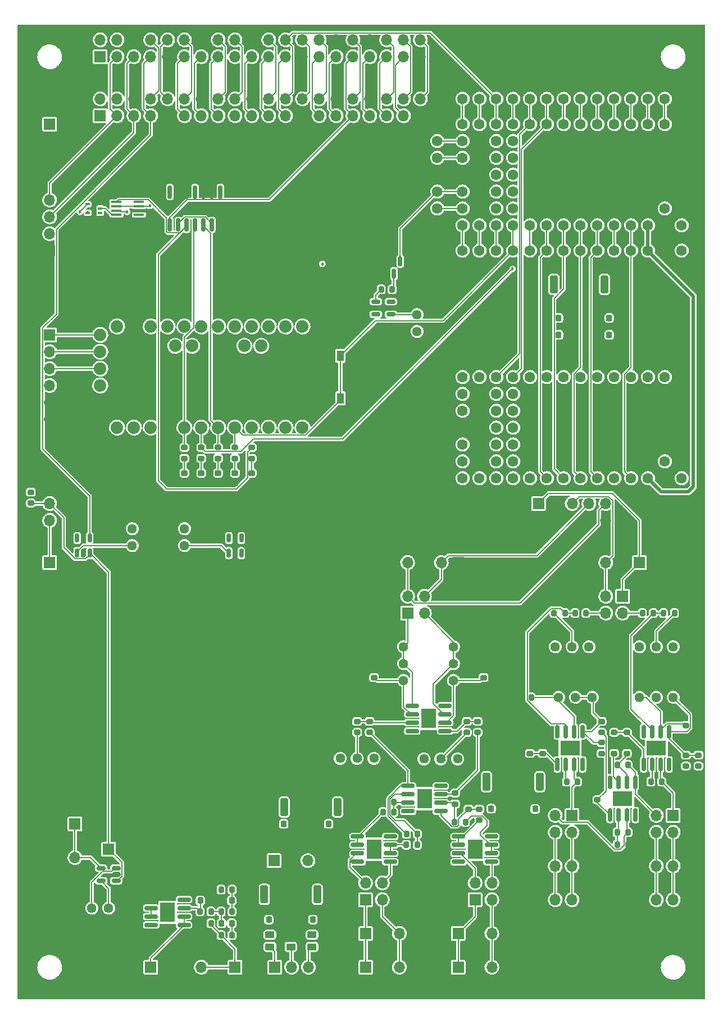
<source format=gbr>
%TF.GenerationSoftware,KiCad,Pcbnew,(6.0.4)*%
%TF.CreationDate,2022-04-15T06:39:39-07:00*%
%TF.ProjectId,main_board,6d61696e-5f62-46f6-9172-642e6b696361,rev?*%
%TF.SameCoordinates,PX48ab840PYb340ac0*%
%TF.FileFunction,Copper,L1,Top*%
%TF.FilePolarity,Positive*%
%FSLAX46Y46*%
G04 Gerber Fmt 4.6, Leading zero omitted, Abs format (unit mm)*
G04 Created by KiCad (PCBNEW (6.0.4)) date 2022-04-15 06:39:39*
%MOMM*%
%LPD*%
G01*
G04 APERTURE LIST*
G04 Aperture macros list*
%AMRoundRect*
0 Rectangle with rounded corners*
0 $1 Rounding radius*
0 $2 $3 $4 $5 $6 $7 $8 $9 X,Y pos of 4 corners*
0 Add a 4 corners polygon primitive as box body*
4,1,4,$2,$3,$4,$5,$6,$7,$8,$9,$2,$3,0*
0 Add four circle primitives for the rounded corners*
1,1,$1+$1,$2,$3*
1,1,$1+$1,$4,$5*
1,1,$1+$1,$6,$7*
1,1,$1+$1,$8,$9*
0 Add four rect primitives between the rounded corners*
20,1,$1+$1,$2,$3,$4,$5,0*
20,1,$1+$1,$4,$5,$6,$7,0*
20,1,$1+$1,$6,$7,$8,$9,0*
20,1,$1+$1,$8,$9,$2,$3,0*%
G04 Aperture macros list end*
%TA.AperFunction,ComponentPad*%
%ADD10C,1.440000*%
%TD*%
%TA.AperFunction,SMDPad,CuDef*%
%ADD11RoundRect,0.200000X0.200000X0.275000X-0.200000X0.275000X-0.200000X-0.275000X0.200000X-0.275000X0*%
%TD*%
%TA.AperFunction,SMDPad,CuDef*%
%ADD12RoundRect,0.250000X-0.325000X-1.100000X0.325000X-1.100000X0.325000X1.100000X-0.325000X1.100000X0*%
%TD*%
%TA.AperFunction,SMDPad,CuDef*%
%ADD13RoundRect,0.200000X-0.200000X-0.275000X0.200000X-0.275000X0.200000X0.275000X-0.200000X0.275000X0*%
%TD*%
%TA.AperFunction,SMDPad,CuDef*%
%ADD14RoundRect,0.225000X-0.225000X-0.250000X0.225000X-0.250000X0.225000X0.250000X-0.225000X0.250000X0*%
%TD*%
%TA.AperFunction,SMDPad,CuDef*%
%ADD15RoundRect,0.200000X0.275000X-0.200000X0.275000X0.200000X-0.275000X0.200000X-0.275000X-0.200000X0*%
%TD*%
%TA.AperFunction,SMDPad,CuDef*%
%ADD16R,2.290000X3.000000*%
%TD*%
%TA.AperFunction,SMDPad,CuDef*%
%ADD17RoundRect,0.150000X-0.825000X-0.150000X0.825000X-0.150000X0.825000X0.150000X-0.825000X0.150000X0*%
%TD*%
%TA.AperFunction,SMDPad,CuDef*%
%ADD18RoundRect,0.200000X-0.275000X0.200000X-0.275000X-0.200000X0.275000X-0.200000X0.275000X0.200000X0*%
%TD*%
%TA.AperFunction,ComponentPad*%
%ADD19O,1.700000X1.700000*%
%TD*%
%TA.AperFunction,ComponentPad*%
%ADD20R,1.700000X1.700000*%
%TD*%
%TA.AperFunction,SMDPad,CuDef*%
%ADD21RoundRect,0.150000X0.150000X-0.825000X0.150000X0.825000X-0.150000X0.825000X-0.150000X-0.825000X0*%
%TD*%
%TA.AperFunction,SMDPad,CuDef*%
%ADD22RoundRect,0.150000X0.825000X0.150000X-0.825000X0.150000X-0.825000X-0.150000X0.825000X-0.150000X0*%
%TD*%
%TA.AperFunction,SMDPad,CuDef*%
%ADD23R,1.600000X0.300000*%
%TD*%
%TA.AperFunction,SMDPad,CuDef*%
%ADD24RoundRect,0.250000X0.325000X1.100000X-0.325000X1.100000X-0.325000X-1.100000X0.325000X-1.100000X0*%
%TD*%
%TA.AperFunction,SMDPad,CuDef*%
%ADD25RoundRect,0.150000X0.150000X-0.512500X0.150000X0.512500X-0.150000X0.512500X-0.150000X-0.512500X0*%
%TD*%
%TA.AperFunction,SMDPad,CuDef*%
%ADD26R,3.000000X2.290000*%
%TD*%
%TA.AperFunction,SMDPad,CuDef*%
%ADD27RoundRect,0.150000X-0.150000X0.825000X-0.150000X-0.825000X0.150000X-0.825000X0.150000X0.825000X0*%
%TD*%
%TA.AperFunction,SMDPad,CuDef*%
%ADD28RoundRect,0.218750X0.256250X-0.218750X0.256250X0.218750X-0.256250X0.218750X-0.256250X-0.218750X0*%
%TD*%
%TA.AperFunction,ComponentPad*%
%ADD29C,1.879600*%
%TD*%
%TA.AperFunction,SMDPad,CuDef*%
%ADD30RoundRect,0.150000X0.150000X-0.587500X0.150000X0.587500X-0.150000X0.587500X-0.150000X-0.587500X0*%
%TD*%
%TA.AperFunction,SMDPad,CuDef*%
%ADD31RoundRect,0.250000X-0.450000X0.262500X-0.450000X-0.262500X0.450000X-0.262500X0.450000X0.262500X0*%
%TD*%
%TA.AperFunction,SMDPad,CuDef*%
%ADD32RoundRect,0.150000X0.512500X0.150000X-0.512500X0.150000X-0.512500X-0.150000X0.512500X-0.150000X0*%
%TD*%
%TA.AperFunction,SMDPad,CuDef*%
%ADD33R,0.650000X0.400000*%
%TD*%
%TA.AperFunction,ComponentPad*%
%ADD34C,1.600000*%
%TD*%
%TA.AperFunction,SMDPad,CuDef*%
%ADD35RoundRect,0.225000X0.225000X0.250000X-0.225000X0.250000X-0.225000X-0.250000X0.225000X-0.250000X0*%
%TD*%
%TA.AperFunction,SMDPad,CuDef*%
%ADD36R,1.000000X1.600000*%
%TD*%
%TA.AperFunction,SMDPad,CuDef*%
%ADD37RoundRect,0.250000X0.450000X-0.262500X0.450000X0.262500X-0.450000X0.262500X-0.450000X-0.262500X0*%
%TD*%
%TA.AperFunction,ViaPad*%
%ADD38C,0.457200*%
%TD*%
%TA.AperFunction,Conductor*%
%ADD39C,0.127000*%
%TD*%
%TA.AperFunction,Conductor*%
%ADD40C,0.508000*%
%TD*%
G04 APERTURE END LIST*
D10*
%TO.P,InputB_Gain1,3,3*%
%TO.N,Net-(J18-Pad3)*%
X60858400Y48260000D03*
%TO.P,InputB_Gain1,2,2*%
X60858400Y45720000D03*
%TO.P,InputB_Gain1,1,1*%
%TO.N,Net-(R13-Pad1)*%
X60858400Y43180000D03*
%TD*%
D11*
%TO.P,R5,2*%
%TO.N,GND*%
X50229000Y24892000D03*
%TO.P,R5,1*%
%TO.N,Net-(R1-Pad2)*%
X51879000Y24892000D03*
%TD*%
D12*
%TO.P,C20,2*%
%TO.N,GND*%
X68785000Y27940000D03*
%TO.P,C20,1*%
%TO.N,+15V*%
X65835000Y27940000D03*
%TD*%
D13*
%TO.P,R34,2*%
%TO.N,Net-(J24-Pad1)*%
X92265000Y27940000D03*
%TO.P,R34,1*%
%TO.N,Net-(R24-Pad2)*%
X90615000Y27940000D03*
%TD*%
D10*
%TO.P,GalvoB_Gain1,3,3*%
%TO.N,Net-(R30-Pad1)*%
X81778000Y40640000D03*
%TO.P,GalvoB_Gain1,2,2*%
X79238000Y40640000D03*
%TO.P,GalvoB_Gain1,1,1*%
%TO.N,Net-(R20-Pad1)*%
X76698000Y40640000D03*
%TD*%
D14*
%TO.P,C6,2*%
%TO.N,GND*%
X24270991Y10033000D03*
%TO.P,C6,1*%
%TO.N,Net-(C6-Pad1)*%
X22720991Y10033000D03*
%TD*%
D15*
%TO.P,R14,2*%
%TO.N,GND*%
X48870006Y45275000D03*
%TO.P,R14,1*%
%TO.N,Net-(R14-Pad1)*%
X48870006Y43625000D03*
%TD*%
D16*
%TO.P,U7,9*%
%TO.N,N/C*%
X57125006Y37465000D03*
D17*
%TO.P,U7,8,V+*%
%TO.N,+15V*%
X59600006Y39370000D03*
%TO.P,U7,7*%
%TO.N,Net-(J18-Pad3)*%
X59600006Y38100000D03*
%TO.P,U7,6,_*%
%TO.N,Net-(R13-Pad1)*%
X59600006Y36830000D03*
%TO.P,U7,5,+*%
%TO.N,Net-(R11-Pad2)*%
X59600006Y35560000D03*
%TO.P,U7,4,V-*%
%TO.N,-15V*%
X54650006Y35560000D03*
%TO.P,U7,3,+*%
%TO.N,Net-(R10-Pad1)*%
X54650006Y36830000D03*
%TO.P,U7,2,-*%
%TO.N,Net-(R14-Pad1)*%
X54650006Y38100000D03*
%TO.P,U7,1*%
%TO.N,Net-(J18-Pad1)*%
X54650006Y39370000D03*
%TD*%
D18*
%TO.P,R28,2*%
%TO.N,Net-(R28-Pad2)*%
X72390000Y32195000D03*
%TO.P,R28,1*%
%TO.N,GND*%
X72390000Y33845000D03*
%TD*%
D19*
%TO.P,J3,40,Pin_40*%
%TO.N,Net-(J27-Pad40)*%
X55880000Y130805000D03*
%TO.P,J3,39,Pin_39*%
%TO.N,GND*%
X55880000Y128265000D03*
%TO.P,J3,38,Pin_38*%
%TO.N,Net-(J27-Pad38)*%
X53340000Y130805000D03*
%TO.P,J3,37,Pin_37*%
%TO.N,Net-(J27-Pad37)*%
X53340000Y128265000D03*
%TO.P,J3,36,Pin_36*%
%TO.N,Net-(J27-Pad36)*%
X50800000Y130805000D03*
%TO.P,J3,35,Pin_35*%
%TO.N,Net-(J27-Pad35)*%
X50800000Y128265000D03*
%TO.P,J3,34,Pin_34*%
%TO.N,GND*%
X48260000Y130805000D03*
%TO.P,J3,33,Pin_33*%
%TO.N,Net-(J27-Pad33)*%
X48260000Y128265000D03*
%TO.P,J3,32,Pin_32*%
%TO.N,Net-(J27-Pad32)*%
X45720000Y130805000D03*
%TO.P,J3,31,Pin_31*%
%TO.N,/Veapons Hot*%
X45720000Y128265000D03*
%TO.P,J3,30,Pin_30*%
%TO.N,GND*%
X43180000Y130805000D03*
%TO.P,J3,29,Pin_29*%
%TO.N,/Prog_Reset*%
X43180000Y128265000D03*
%TO.P,J3,28,Pin_28*%
%TO.N,Net-(J27-Pad28)*%
X40640000Y130805000D03*
%TO.P,J3,27,Pin_27*%
%TO.N,Net-(J27-Pad27)*%
X40640000Y128265000D03*
%TO.P,J3,26,Pin_26*%
%TO.N,Net-(J27-Pad26)*%
X38100000Y130805000D03*
%TO.P,J3,25,Pin_25*%
%TO.N,GND*%
X38100000Y128265000D03*
%TO.P,J3,24,Pin_24*%
%TO.N,Net-(J27-Pad24)*%
X35560000Y130805000D03*
%TO.P,J3,23,Pin_23*%
%TO.N,Net-(J27-Pad23)*%
X35560000Y128265000D03*
%TO.P,J3,22,Pin_22*%
%TO.N,Net-(J27-Pad22)*%
X33020000Y130805000D03*
%TO.P,J3,21,Pin_21*%
%TO.N,Net-(J27-Pad21)*%
X33020000Y128265000D03*
%TO.P,J3,20,Pin_20*%
%TO.N,GND*%
X30480000Y130805000D03*
%TO.P,J3,19,Pin_19*%
%TO.N,Net-(J27-Pad19)*%
X30480000Y128265000D03*
%TO.P,J3,18,Pin_18*%
%TO.N,Net-(J27-Pad18)*%
X27940000Y130805000D03*
%TO.P,J3,17,Pin_17*%
%TO.N,+3V3*%
X27940000Y128265000D03*
%TO.P,J3,16,Pin_16*%
%TO.N,Net-(J27-Pad16)*%
X25400000Y130805000D03*
%TO.P,J3,15,Pin_15*%
%TO.N,Net-(J27-Pad15)*%
X25400000Y128265000D03*
%TO.P,J3,14,Pin_14*%
%TO.N,GND*%
X22860000Y130805000D03*
%TO.P,J3,13,Pin_13*%
%TO.N,Net-(J27-Pad13)*%
X22860000Y128265000D03*
%TO.P,J3,12,Pin_12*%
%TO.N,Net-(J27-Pad12)*%
X20320000Y130805000D03*
%TO.P,J3,11,Pin_11*%
%TO.N,Net-(J27-Pad11)*%
X20320000Y128265000D03*
%TO.P,J3,10,Pin_10*%
%TO.N,Net-(J27-Pad10)*%
X17780000Y130805000D03*
%TO.P,J3,9,Pin_9*%
%TO.N,GND*%
X17780000Y128265000D03*
%TO.P,J3,8,Pin_8*%
%TO.N,Net-(J27-Pad8)*%
X15240000Y130805000D03*
%TO.P,J3,7,Pin_7*%
%TO.N,Net-(J27-Pad7)*%
X15240000Y128265000D03*
%TO.P,J3,6,Pin_6*%
%TO.N,GND*%
X12700000Y130805000D03*
%TO.P,J3,5,Pin_5*%
%TO.N,Net-(J11-Pad3)*%
X12700000Y128265000D03*
%TO.P,J3,4,Pin_4*%
%TO.N,+5V*%
X10160000Y130805000D03*
%TO.P,J3,3,Pin_3*%
%TO.N,Net-(J11-Pad4)*%
X10160000Y128265000D03*
%TO.P,J3,2,Pin_2*%
%TO.N,+5V*%
X7620000Y130805000D03*
D20*
%TO.P,J3,1,Pin_1*%
%TO.N,+3V3*%
X7620000Y128265000D03*
%TD*%
%TO.P,TP2,1,1*%
%TO.N,LED_trigger*%
X8890000Y17780000D03*
%TD*%
D19*
%TO.P,J20,3,Pin_3*%
%TO.N,Net-(J20-Pad3)*%
X83820000Y60960000D03*
%TO.P,J20,2,Pin_2*%
%TO.N,GND*%
X86360000Y60960000D03*
D20*
%TO.P,J20,1,Pin_1*%
%TO.N,Net-(J20-Pad1)*%
X88900000Y60960000D03*
%TD*%
D21*
%TO.P,U15,14,VCC*%
%TO.N,+3V3*%
X18100000Y116775000D03*
%TO.P,U15,13*%
%TO.N,GND*%
X19370000Y116775000D03*
%TO.P,U15,12*%
X20640000Y116775000D03*
%TO.P,U15,11*%
%TO.N,unconnected-(U15-Pad11)*%
X21910000Y116775000D03*
%TO.P,U15,10*%
%TO.N,GND*%
X23180000Y116775000D03*
%TO.P,U15,9*%
X24450000Y116775000D03*
%TO.P,U15,8*%
%TO.N,unconnected-(U15-Pad8)*%
X25720000Y116775000D03*
%TO.P,U15,7,GND*%
%TO.N,GND*%
X25720000Y111825000D03*
%TO.P,U15,6*%
%TO.N,Net-(U15-Pad2)*%
X24450000Y111825000D03*
%TO.P,U15,5*%
%TO.N,/LAZOR!!!*%
X23180000Y111825000D03*
%TO.P,U15,4*%
%TO.N,/LAZOR?*%
X21910000Y111825000D03*
%TO.P,U15,3*%
%TO.N,Net-(U15-Pad3)*%
X20640000Y111825000D03*
%TO.P,U15,2*%
%TO.N,Net-(U15-Pad2)*%
X19370000Y111825000D03*
%TO.P,U15,1*%
%TO.N,/Veapons Hot*%
X18100000Y111825000D03*
%TD*%
D13*
%TO.P,R35,2*%
%TO.N,Net-(J24-Pad3)*%
X87185000Y30480000D03*
%TO.P,R35,1*%
%TO.N,Net-(R27-Pad2)*%
X85535000Y30480000D03*
%TD*%
D19*
%TO.P,J21,4,Pin_4*%
%TO.N,Net-(J21-Pad4)*%
X83820000Y53340000D03*
%TO.P,J21,3,Pin_3*%
%TO.N,Net-(J20-Pad3)*%
X83820000Y55880000D03*
%TO.P,J21,2,Pin_2*%
%TO.N,Net-(J21-Pad2)*%
X86360000Y53340000D03*
D20*
%TO.P,J21,1,Pin_1*%
%TO.N,Net-(J20-Pad1)*%
X86360000Y55880000D03*
%TD*%
D10*
%TO.P,GalvoA_Offset1,3,3*%
%TO.N,-15V*%
X93980000Y48260000D03*
%TO.P,GalvoA_Offset1,2,2*%
%TO.N,Net-(R17-Pad2)*%
X91440000Y48260000D03*
%TO.P,GalvoA_Offset1,1,1*%
%TO.N,+15V*%
X88900000Y48260000D03*
%TD*%
D13*
%TO.P,R16,2*%
%TO.N,Net-(R16-Pad2)*%
X90995000Y53340000D03*
%TO.P,R16,1*%
%TO.N,Net-(J21-Pad2)*%
X89345000Y53340000D03*
%TD*%
D16*
%TO.P,U14,9*%
%TO.N,N/C*%
X17780000Y8255000D03*
D22*
%TO.P,U14,8,V+*%
%TO.N,+15V*%
X15305000Y6350000D03*
%TO.P,U14,7*%
%TO.N,Net-(U14-Pad6)*%
X15305000Y7620000D03*
%TO.P,U14,6,_*%
X15305000Y8890000D03*
%TO.P,U14,5,+*%
%TO.N,GND*%
X15305000Y10160000D03*
%TO.P,U14,4,V-*%
%TO.N,-15V*%
X20255000Y10160000D03*
%TO.P,U14,3,+*%
%TO.N,Net-(C6-Pad1)*%
X20255000Y8890000D03*
%TO.P,U14,2,-*%
%TO.N,Net-(C7-Pad1)*%
X20255000Y7620000D03*
%TO.P,U14,1*%
X20255000Y6350000D03*
%TD*%
D14*
%TO.P,C12,2*%
%TO.N,GND*%
X78245000Y95250000D03*
%TO.P,C12,1*%
%TO.N,+3V3*%
X76695000Y95250000D03*
%TD*%
D19*
%TO.P,J7,2,Pin_2*%
%TO.N,Net-(J7-Pad2)*%
X3810000Y16510000D03*
D20*
%TO.P,J7,1,Pin_1*%
%TO.N,GND*%
X3810000Y13970000D03*
%TD*%
D19*
%TO.P,J23,4,Pin_4*%
%TO.N,Net-(J10-Pad2)*%
X76200000Y20320000D03*
%TO.P,J23,3,Pin_3*%
%TO.N,Net-(J23-Pad3)*%
X76200000Y22860000D03*
%TO.P,J23,2,Pin_2*%
%TO.N,Net-(J10-Pad3)*%
X78740000Y20320000D03*
D20*
%TO.P,J23,1,Pin_1*%
%TO.N,Net-(J23-Pad1)*%
X78740000Y22860000D03*
%TD*%
D23*
%TO.P,U18,8,B1*%
%TO.N,Net-(U18-Pad8)*%
X10050000Y113325000D03*
%TO.P,U18,7,VCCB*%
%TO.N,+5V*%
X10050000Y113975000D03*
%TO.P,U18,6,OE*%
%TO.N,+3V3*%
X10050000Y114625000D03*
%TO.P,U18,5,A1*%
%TO.N,Net-(U15-Pad3)*%
X10050000Y115275000D03*
%TO.P,U18,4,A2*%
%TO.N,unconnected-(U18-Pad4)*%
X13450000Y115275000D03*
%TO.P,U18,3,VCCA*%
%TO.N,+3V3*%
X13450000Y114625000D03*
%TO.P,U18,2,GND*%
%TO.N,GND*%
X13450000Y113975000D03*
%TO.P,U18,1,B2*%
%TO.N,unconnected-(U18-Pad1)*%
X13450000Y113325000D03*
%TD*%
D19*
%TO.P,J22,3,Pin_3*%
%TO.N,+15V*%
X38915000Y16040000D03*
%TO.P,J22,2,Pin_2*%
%TO.N,GND*%
X36375000Y16040000D03*
D20*
%TO.P,J22,1,Pin_1*%
%TO.N,-15V*%
X33835000Y16040000D03*
%TD*%
D19*
%TO.P,J24,4,Pin_4*%
%TO.N,Net-(J24-Pad4)*%
X91440000Y20320000D03*
%TO.P,J24,3,Pin_3*%
%TO.N,Net-(J24-Pad3)*%
X91440000Y22860000D03*
%TO.P,J24,2,Pin_2*%
%TO.N,Net-(J24-Pad2)*%
X93980000Y20320000D03*
D20*
%TO.P,J24,1,Pin_1*%
%TO.N,Net-(J24-Pad1)*%
X93980000Y22860000D03*
%TD*%
D24*
%TO.P,C18,2*%
%TO.N,GND*%
X37425000Y10960000D03*
%TO.P,C18,1*%
%TO.N,+15V*%
X40375000Y10960000D03*
%TD*%
D10*
%TO.P,Cam_Input1,3,3*%
%TO.N,GND*%
X20320000Y60970000D03*
%TO.P,Cam_Input1,2,2*%
%TO.N,Net-(Cam_Input1-Pad2)*%
X20320000Y63510000D03*
%TO.P,Cam_Input1,1,1*%
%TO.N,+5V*%
X20320000Y66050000D03*
%TD*%
D25*
%TO.P,U9,5,V+*%
%TO.N,+3V3*%
X4130000Y64637500D03*
%TO.P,U9,4*%
%TO.N,Net-(J27-Pad7)*%
X6030000Y64637500D03*
%TO.P,U9,3,+*%
%TO.N,LED_trigger*%
X6030000Y62362500D03*
%TO.P,U9,2,V-*%
%TO.N,GND*%
X5080000Y62362500D03*
%TO.P,U9,1,-*%
%TO.N,Net-(Cam_Output1-Pad2)*%
X4130000Y62362500D03*
%TD*%
D15*
%TO.P,R44,2*%
%TO.N,Net-(U15-Pad3)*%
X30480000Y78295000D03*
%TO.P,R44,1*%
%TO.N,Net-(D1-Pad2)*%
X30480000Y76645000D03*
%TD*%
D26*
%TO.P,U5,9*%
%TO.N,N/C*%
X86360000Y25400000D03*
D27*
%TO.P,U5,8,V+*%
%TO.N,+15V*%
X88265000Y22925000D03*
%TO.P,U5,7*%
%TO.N,Net-(J23-Pad3)*%
X86995000Y22925000D03*
%TO.P,U5,6,_*%
%TO.N,Net-(R33-Pad2)*%
X85725000Y22925000D03*
%TO.P,U5,5,+*%
%TO.N,Net-(R31-Pad2)*%
X84455000Y22925000D03*
%TO.P,U5,4,V-*%
%TO.N,-15V*%
X84455000Y27875000D03*
%TO.P,U5,3,+*%
%TO.N,Net-(R25-Pad2)*%
X85725000Y27875000D03*
%TO.P,U5,2,-*%
%TO.N,Net-(R27-Pad2)*%
X86995000Y27875000D03*
%TO.P,U5,1*%
%TO.N,Net-(J24-Pad3)*%
X88265000Y27875000D03*
%TD*%
D10*
%TO.P,Cam_Output1,3,3*%
%TO.N,GND*%
X12446000Y60960000D03*
%TO.P,Cam_Output1,2,2*%
%TO.N,Net-(Cam_Output1-Pad2)*%
X12446000Y63500000D03*
%TO.P,Cam_Output1,1,1*%
%TO.N,+3V3*%
X12446000Y66040000D03*
%TD*%
%TO.P,InputA_Gain1,3,3*%
%TO.N,Net-(J18-Pad1)*%
X53340000Y48260000D03*
%TO.P,InputA_Gain1,2,2*%
X53340000Y45720000D03*
%TO.P,InputA_Gain1,1,1*%
%TO.N,Net-(R14-Pad1)*%
X53340000Y43180000D03*
%TD*%
D19*
%TO.P,J27,40,Pin_40*%
%TO.N,Net-(J27-Pad40)*%
X55880000Y139700000D03*
%TO.P,J27,39,Pin_39*%
%TO.N,GND*%
X55880000Y137160000D03*
%TO.P,J27,38,Pin_38*%
%TO.N,Net-(J27-Pad38)*%
X53340000Y139700000D03*
%TO.P,J27,37,Pin_37*%
%TO.N,Net-(J27-Pad37)*%
X53340000Y137160000D03*
%TO.P,J27,36,Pin_36*%
%TO.N,Net-(J27-Pad36)*%
X50800000Y139700000D03*
%TO.P,J27,35,Pin_35*%
%TO.N,Net-(J27-Pad35)*%
X50800000Y137160000D03*
%TO.P,J27,34,Pin_34*%
%TO.N,GND*%
X48260000Y139700000D03*
%TO.P,J27,33,Pin_33*%
%TO.N,Net-(J27-Pad33)*%
X48260000Y137160000D03*
%TO.P,J27,32,Pin_32*%
%TO.N,Net-(J27-Pad32)*%
X45720000Y139700000D03*
%TO.P,J27,31,Pin_31*%
%TO.N,/Veapons Hot*%
X45720000Y137160000D03*
%TO.P,J27,30,Pin_30*%
%TO.N,GND*%
X43180000Y139700000D03*
%TO.P,J27,29,Pin_29*%
%TO.N,/Prog_Reset*%
X43180000Y137160000D03*
%TO.P,J27,28,Pin_28*%
%TO.N,Net-(J27-Pad28)*%
X40640000Y139700000D03*
%TO.P,J27,27,Pin_27*%
%TO.N,Net-(J27-Pad27)*%
X40640000Y137160000D03*
%TO.P,J27,26,Pin_26*%
%TO.N,Net-(J27-Pad26)*%
X38100000Y139700000D03*
%TO.P,J27,25,Pin_25*%
%TO.N,GND*%
X38100000Y137160000D03*
%TO.P,J27,24,Pin_24*%
%TO.N,Net-(J27-Pad24)*%
X35560000Y139700000D03*
%TO.P,J27,23,Pin_23*%
%TO.N,Net-(J27-Pad23)*%
X35560000Y137160000D03*
%TO.P,J27,22,Pin_22*%
%TO.N,Net-(J27-Pad22)*%
X33020000Y139700000D03*
%TO.P,J27,21,Pin_21*%
%TO.N,Net-(J27-Pad21)*%
X33020000Y137160000D03*
%TO.P,J27,20,Pin_20*%
%TO.N,GND*%
X30480000Y139700000D03*
%TO.P,J27,19,Pin_19*%
%TO.N,Net-(J27-Pad19)*%
X30480000Y137160000D03*
%TO.P,J27,18,Pin_18*%
%TO.N,Net-(J27-Pad18)*%
X27940000Y139700000D03*
%TO.P,J27,17,Pin_17*%
%TO.N,+3V3*%
X27940000Y137160000D03*
%TO.P,J27,16,Pin_16*%
%TO.N,Net-(J27-Pad16)*%
X25400000Y139700000D03*
%TO.P,J27,15,Pin_15*%
%TO.N,Net-(J27-Pad15)*%
X25400000Y137160000D03*
%TO.P,J27,14,Pin_14*%
%TO.N,GND*%
X22860000Y139700000D03*
%TO.P,J27,13,Pin_13*%
%TO.N,Net-(J27-Pad13)*%
X22860000Y137160000D03*
%TO.P,J27,12,Pin_12*%
%TO.N,Net-(J27-Pad12)*%
X20320000Y139700000D03*
%TO.P,J27,11,Pin_11*%
%TO.N,Net-(J27-Pad11)*%
X20320000Y137160000D03*
%TO.P,J27,10,Pin_10*%
%TO.N,Net-(J27-Pad10)*%
X17780000Y139700000D03*
%TO.P,J27,9,Pin_9*%
%TO.N,GND*%
X17780000Y137160000D03*
%TO.P,J27,8,Pin_8*%
%TO.N,Net-(J27-Pad8)*%
X15240000Y139700000D03*
%TO.P,J27,7,Pin_7*%
%TO.N,Net-(J27-Pad7)*%
X15240000Y137160000D03*
%TO.P,J27,6,Pin_6*%
%TO.N,GND*%
X12700000Y139700000D03*
%TO.P,J27,5,Pin_5*%
%TO.N,Net-(J11-Pad3)*%
X12700000Y137160000D03*
%TO.P,J27,4,Pin_4*%
%TO.N,+5V*%
X10160000Y139700000D03*
%TO.P,J27,3,Pin_3*%
%TO.N,Net-(J11-Pad4)*%
X10160000Y137160000D03*
%TO.P,J27,2,Pin_2*%
%TO.N,+5V*%
X7620000Y139700000D03*
D20*
%TO.P,J27,1,Pin_1*%
%TO.N,+3V3*%
X7620000Y137160000D03*
%TD*%
%TO.P,TP5,1,1*%
%TO.N,Net-(J12-Pad2)*%
X27940000Y0D03*
%TD*%
D19*
%TO.P,J14,3,Pin_3*%
%TO.N,Net-(J14-Pad3)*%
X52695000Y5080000D03*
%TO.P,J14,2,Pin_2*%
%TO.N,GND*%
X50155000Y5080000D03*
D20*
%TO.P,J14,1,Pin_1*%
%TO.N,Net-(J14-Pad1)*%
X47615000Y5080000D03*
%TD*%
D14*
%TO.P,C2,2*%
%TO.N,-15V*%
X42050000Y21590000D03*
%TO.P,C2,1*%
%TO.N,GND*%
X40500000Y21590000D03*
%TD*%
D10*
%TO.P,GalvoB_Offset1,3,3*%
%TO.N,-15V*%
X81280000Y48260000D03*
%TO.P,GalvoB_Offset1,2,2*%
%TO.N,Net-(R19-Pad1)*%
X78740000Y48260000D03*
%TO.P,GalvoB_Offset1,1,1*%
%TO.N,+15V*%
X76200000Y48260000D03*
%TD*%
D15*
%TO.P,R11,2*%
%TO.N,Net-(R11-Pad2)*%
X64516000Y37020000D03*
%TO.P,R11,1*%
%TO.N,Net-(R11-Pad1)*%
X64516000Y35370000D03*
%TD*%
D19*
%TO.P,J19,4,Pin_4*%
%TO.N,Net-(J18-Pad2)*%
X53950000Y60960000D03*
%TO.P,J19,3,Pin_3*%
%TO.N,GND*%
X56490000Y60960000D03*
%TO.P,J19,2,Pin_2*%
%TO.N,Net-(J18-Pad4)*%
X59030000Y60960000D03*
D20*
%TO.P,J19,1,Pin_1*%
%TO.N,GND*%
X61570000Y60960000D03*
%TD*%
D19*
%TO.P,J8,3,Pin_3*%
%TO.N,Net-(FB1-Pad2)*%
X38989000Y0D03*
%TO.P,J8,2,Pin_2*%
%TO.N,Net-(FB2-Pad1)*%
X36449000Y0D03*
D20*
%TO.P,J8,1,Pin_1*%
%TO.N,Net-(FB3-Pad2)*%
X33909000Y0D03*
%TD*%
D18*
%TO.P,R32,2*%
%TO.N,Net-(R31-Pad2)*%
X82550000Y25210000D03*
%TO.P,R32,1*%
%TO.N,GND*%
X82550000Y26860000D03*
%TD*%
D16*
%TO.P,U2,9*%
%TO.N,N/C*%
X48870006Y17780000D03*
D17*
%TO.P,U2,8,V+*%
%TO.N,+15V*%
X51345006Y19685000D03*
%TO.P,U2,7*%
%TO.N,Net-(R2-Pad1)*%
X51345006Y18415000D03*
%TO.P,U2,6,_*%
X51345006Y17145000D03*
%TO.P,U2,5,+*%
%TO.N,Net-(J16-Pad4)*%
X51345006Y15875000D03*
%TO.P,U2,4,V-*%
%TO.N,-15V*%
X46395006Y15875000D03*
%TO.P,U2,3,+*%
%TO.N,Net-(J16-Pad2)*%
X46395006Y17145000D03*
%TO.P,U2,2,-*%
%TO.N,Net-(R1-Pad1)*%
X46395006Y18415000D03*
%TO.P,U2,1*%
X46395006Y19685000D03*
%TD*%
D14*
%TO.P,C10,2*%
%TO.N,GND*%
X85865000Y97790000D03*
%TO.P,C10,1*%
%TO.N,+5V*%
X84315000Y97790000D03*
%TD*%
D12*
%TO.P,C14,2*%
%TO.N,GND*%
X78945000Y102870000D03*
%TO.P,C14,1*%
%TO.N,+3V3*%
X75995000Y102870000D03*
%TD*%
D13*
%TO.P,R39,2*%
%TO.N,Net-(C5-Pad2)*%
X27495000Y11684000D03*
%TO.P,R39,1*%
%TO.N,PWM_DAC*%
X25845000Y11684000D03*
%TD*%
D16*
%TO.P,U3,9*%
%TO.N,N/C*%
X64110006Y17780000D03*
D17*
%TO.P,U3,8,V+*%
%TO.N,+15V*%
X66585006Y19685000D03*
%TO.P,U3,7*%
%TO.N,Net-(R4-Pad1)*%
X66585006Y18415000D03*
%TO.P,U3,6,_*%
X66585006Y17145000D03*
%TO.P,U3,5,+*%
%TO.N,Net-(J17-Pad4)*%
X66585006Y15875000D03*
%TO.P,U3,4,V-*%
%TO.N,-15V*%
X61635006Y15875000D03*
%TO.P,U3,3,+*%
%TO.N,Net-(J17-Pad2)*%
X61635006Y17145000D03*
%TO.P,U3,2,-*%
%TO.N,Net-(R3-Pad1)*%
X61635006Y18415000D03*
%TO.P,U3,1*%
X61635006Y19685000D03*
%TD*%
D28*
%TO.P,D3,2,A*%
%TO.N,Net-(D3-Pad2)*%
X20320000Y74447500D03*
%TO.P,D3,1,K*%
%TO.N,GND*%
X20320000Y72872500D03*
%TD*%
D14*
%TO.P,C5,2*%
%TO.N,Net-(C5-Pad2)*%
X27445000Y10033000D03*
%TO.P,C5,1*%
%TO.N,GND*%
X25895000Y10033000D03*
%TD*%
D19*
%TO.P,J26,3,Pin_3*%
%TO.N,Net-(J10-Pad3)*%
X78740000Y10160000D03*
%TO.P,J26,2,Pin_2*%
%TO.N,Net-(J10-Pad2)*%
X76200000Y10160000D03*
D20*
%TO.P,J26,1,Pin_1*%
%TO.N,GND*%
X73660000Y10160000D03*
%TD*%
D11*
%TO.P,R18,2*%
%TO.N,Net-(R18-Pad2)*%
X79185000Y53340000D03*
%TO.P,R18,1*%
%TO.N,Net-(J21-Pad4)*%
X80835000Y53340000D03*
%TD*%
%TO.P,R43,2*%
%TO.N,GND*%
X22670991Y6604000D03*
%TO.P,R43,1*%
%TO.N,Net-(J12-Pad2)*%
X24320991Y6604000D03*
%TD*%
D18*
%TO.P,R22,2*%
%TO.N,Net-(R22-Pad2)*%
X85090000Y35370000D03*
%TO.P,R22,1*%
%TO.N,GND*%
X85090000Y37020000D03*
%TD*%
D29*
%TO.P,U16,JP7_12,TXO_2*%
%TO.N,unconnected-(U16-PadJP7_12)*%
X10160000Y81280000D03*
%TO.P,U16,JP7_11,RXI_2*%
%TO.N,unconnected-(U16-PadJP7_11)*%
X12700000Y81280000D03*
%TO.P,U16,JP7_10,RST_2*%
%TO.N,unconnected-(U16-PadJP7_10)*%
X15240000Y81280000D03*
%TO.P,U16,JP7_9,GND_2*%
%TO.N,GND*%
X17780000Y81280000D03*
%TO.P,U16,JP7_8,D2*%
%TO.N,/LAZOR?*%
X20320000Y81280000D03*
%TO.P,U16,JP7_7,D3*%
%TO.N,/Fault*%
X22860000Y81280000D03*
%TO.P,U16,JP7_6,D4*%
%TO.N,/LAZOR!!!*%
X25400000Y81280000D03*
%TO.P,U16,JP7_5,D5*%
%TO.N,/Clear_Fault*%
X27940000Y81280000D03*
%TO.P,U16,JP7_4,D6*%
%TO.N,unconnected-(U16-PadJP7_4)*%
X30480000Y81280000D03*
%TO.P,U16,JP7_3,D7*%
%TO.N,unconnected-(U16-PadJP7_3)*%
X33020000Y81280000D03*
%TO.P,U16,JP7_2,D8*%
%TO.N,unconnected-(U16-PadJP7_2)*%
X35560000Y81280000D03*
%TO.P,U16,JP7_1,D9*%
%TO.N,unconnected-(U16-PadJP7_1)*%
X38100000Y81280000D03*
%TO.P,U16,JP6_12,D10*%
%TO.N,unconnected-(U16-PadJP6_12)*%
X38100000Y96520000D03*
%TO.P,U16,JP6_11,MOSI*%
%TO.N,unconnected-(U16-PadJP6_11)*%
X35560000Y96520000D03*
%TO.P,U16,JP6_10,MISO*%
%TO.N,unconnected-(U16-PadJP6_10)*%
X33020000Y96520000D03*
%TO.P,U16,JP6_9,SCK*%
%TO.N,unconnected-(U16-PadJP6_9)*%
X30480000Y96520000D03*
%TO.P,U16,JP6_8,A0*%
%TO.N,unconnected-(U16-PadJP6_8)*%
X27940000Y96520000D03*
%TO.P,U16,JP6_7,A1*%
%TO.N,unconnected-(U16-PadJP6_7)*%
X25400000Y96520000D03*
%TO.P,U16,JP6_6,A2*%
%TO.N,unconnected-(U16-PadJP6_6)*%
X22860000Y96520000D03*
%TO.P,U16,JP6_5,A3*%
%TO.N,unconnected-(U16-PadJP6_5)*%
X20320000Y96520000D03*
%TO.P,U16,JP6_4,VCC_1*%
%TO.N,+3V3*%
X17780000Y96520000D03*
%TO.P,U16,JP6_3,RST_1*%
%TO.N,unconnected-(U16-PadJP6_3)*%
X15240000Y96520000D03*
%TO.P,U16,JP6_2,GND_1*%
%TO.N,GND*%
X12700000Y96520000D03*
%TO.P,U16,JP6_1,RAW*%
%TO.N,unconnected-(U16-PadJP6_1)*%
X10160000Y96520000D03*
%TO.P,U16,JP3_2,A7*%
%TO.N,unconnected-(U16-PadJP3_2)*%
X29337000Y93599000D03*
%TO.P,U16,JP3_1,A6*%
%TO.N,unconnected-(U16-PadJP3_1)*%
X31877000Y93599000D03*
%TO.P,U16,JP2_2,A5*%
%TO.N,unconnected-(U16-PadJP2_2)*%
X18923000Y93599000D03*
%TO.P,U16,JP2_1,A4*%
%TO.N,unconnected-(U16-PadJP2_1)*%
X21463000Y93599000D03*
%TO.P,U16,JP1_6,GND*%
%TO.N,GND*%
X7620000Y82550000D03*
%TO.P,U16,JP1_5,GND*%
X7620000Y85090000D03*
%TO.P,U16,JP1_4,VCC*%
%TO.N,+3V3*%
X7620000Y87630000D03*
%TO.P,U16,JP1_3,RXI*%
%TO.N,Net-(U16-PadJP1_3)*%
X7620000Y90170000D03*
%TO.P,U16,JP1_2,TXO*%
%TO.N,Net-(U16-PadJP1_2)*%
X7620000Y92710000D03*
%TO.P,U16,JP1_1,DTR*%
%TO.N,Net-(U16-PadJP1_1)*%
X7620000Y95250000D03*
%TD*%
D13*
%TO.P,R37,2*%
%TO.N,Net-(J23-Pad3)*%
X87185000Y20320000D03*
%TO.P,R37,1*%
%TO.N,Net-(R33-Pad2)*%
X85535000Y20320000D03*
%TD*%
D19*
%TO.P,J12,2,Pin_2*%
%TO.N,Net-(J12-Pad2)*%
X22860000Y0D03*
D20*
%TO.P,J12,1,Pin_1*%
%TO.N,GND*%
X20320000Y0D03*
%TD*%
D19*
%TO.P,J5,4,Pin_4*%
%TO.N,Net-(J18-Pad2)*%
X83820000Y69850000D03*
%TO.P,J5,3,Pin_3*%
%TO.N,GND*%
X83820000Y67310000D03*
%TO.P,J5,2,Pin_2*%
%TO.N,Net-(J18-Pad4)*%
X81280000Y69850000D03*
D20*
%TO.P,J5,1,Pin_1*%
%TO.N,GND*%
X81280000Y67310000D03*
%TD*%
D18*
%TO.P,R30,2*%
%TO.N,Net-(R30-Pad2)*%
X83185000Y32195000D03*
%TO.P,R30,1*%
%TO.N,Net-(R30-Pad1)*%
X83185000Y33845000D03*
%TD*%
D14*
%TO.P,C13,2*%
%TO.N,GND*%
X85865000Y95250000D03*
%TO.P,C13,1*%
%TO.N,+5V*%
X84315000Y95250000D03*
%TD*%
D19*
%TO.P,J18,4,Pin_4*%
%TO.N,Net-(J18-Pad4)*%
X56490006Y55880000D03*
%TO.P,J18,3,Pin_3*%
%TO.N,Net-(J18-Pad3)*%
X56490006Y53340000D03*
%TO.P,J18,2,Pin_2*%
%TO.N,Net-(J18-Pad2)*%
X53950006Y55880000D03*
D20*
%TO.P,J18,1,Pin_1*%
%TO.N,Net-(J18-Pad1)*%
X53950006Y53340000D03*
%TD*%
D15*
%TO.P,R13,2*%
%TO.N,GND*%
X65380006Y45275000D03*
%TO.P,R13,1*%
%TO.N,Net-(R13-Pad1)*%
X65380006Y43625000D03*
%TD*%
D25*
%TO.P,U8,5,V+*%
%TO.N,+5V*%
X26990000Y64637500D03*
%TO.P,U8,4*%
%TO.N,/Cam_In*%
X28890000Y64637500D03*
%TO.P,U8,3,+*%
%TO.N,Net-(J27-Pad15)*%
X28890000Y62362500D03*
%TO.P,U8,2,V-*%
%TO.N,GND*%
X27940000Y62362500D03*
%TO.P,U8,1,-*%
%TO.N,Net-(Cam_Input1-Pad2)*%
X26990000Y62362500D03*
%TD*%
D19*
%TO.P,J25,3,Pin_3*%
%TO.N,Net-(J24-Pad2)*%
X93980000Y15240000D03*
%TO.P,J25,2,Pin_2*%
%TO.N,Net-(J24-Pad4)*%
X91440000Y15240000D03*
D20*
%TO.P,J25,1,Pin_1*%
%TO.N,GND*%
X88900000Y15240000D03*
%TD*%
D28*
%TO.P,D4,2,A*%
%TO.N,Net-(D4-Pad2)*%
X25400000Y74447500D03*
%TO.P,D4,1,K*%
%TO.N,GND*%
X25400000Y72872500D03*
%TD*%
D13*
%TO.P,R36,2*%
%TO.N,Net-(J23-Pad1)*%
X79565000Y27940000D03*
%TO.P,R36,1*%
%TO.N,Net-(R30-Pad2)*%
X77915000Y27940000D03*
%TD*%
D19*
%TO.P,J6,3,Pin_3*%
%TO.N,Net-(J20-Pad3)*%
X78755000Y69850000D03*
%TO.P,J6,2,Pin_2*%
%TO.N,GND*%
X76215000Y69850000D03*
D20*
%TO.P,J6,1,Pin_1*%
%TO.N,Net-(J20-Pad1)*%
X73675000Y69850000D03*
%TD*%
D15*
%TO.P,R8,2*%
%TO.N,Net-(R11-Pad1)*%
X61087000Y26225000D03*
%TO.P,R8,1*%
%TO.N,Net-(R4-Pad2)*%
X61087000Y24575000D03*
%TD*%
%TO.P,R46,2*%
%TO.N,/LAZOR!!!*%
X25400000Y78295000D03*
%TO.P,R46,1*%
%TO.N,Net-(D4-Pad2)*%
X25400000Y76645000D03*
%TD*%
D14*
%TO.P,C8,2*%
%TO.N,GND*%
X68085000Y23879988D03*
%TO.P,C8,1*%
%TO.N,+15V*%
X66535000Y23879988D03*
%TD*%
D30*
%TO.P,Q1,3,C*%
%TO.N,Net-(U10-Pad18)*%
X52832000Y106347500D03*
%TO.P,Q1,2,E*%
%TO.N,GND*%
X53782000Y104472500D03*
%TO.P,Q1,1,B*%
%TO.N,Net-(R38-Pad2)*%
X51882000Y104472500D03*
%TD*%
D28*
%TO.P,D2,2,A*%
%TO.N,Net-(D2-Pad2)*%
X27940000Y74447500D03*
%TO.P,D2,1,K*%
%TO.N,GND*%
X27940000Y72872500D03*
%TD*%
D19*
%TO.P,J15,3,Pin_3*%
%TO.N,Net-(J1-Pad3)*%
X66650000Y5080000D03*
%TO.P,J15,2,Pin_2*%
%TO.N,GND*%
X64110000Y5080000D03*
D20*
%TO.P,J15,1,Pin_1*%
%TO.N,Net-(J1-Pad1)*%
X61570000Y5080000D03*
%TD*%
D18*
%TO.P,R31,2*%
%TO.N,Net-(R31-Pad2)*%
X83185000Y35370000D03*
%TO.P,R31,1*%
%TO.N,Net-(R30-Pad1)*%
X83185000Y37020000D03*
%TD*%
D14*
%TO.P,C1,2*%
%TO.N,GND*%
X36829995Y21590000D03*
%TO.P,C1,1*%
%TO.N,+15V*%
X35279995Y21590000D03*
%TD*%
D18*
%TO.P,R10,2*%
%TO.N,Net-(R10-Pad2)*%
X46330006Y35370000D03*
%TO.P,R10,1*%
%TO.N,Net-(R10-Pad1)*%
X46330006Y37020000D03*
%TD*%
D10*
%TO.P,InputB_offset1,3,3*%
%TO.N,-15V*%
X56398000Y31369000D03*
%TO.P,InputB_offset1,2,2*%
%TO.N,Net-(R12-Pad1)*%
X58938000Y31369000D03*
%TO.P,InputB_offset1,1,1*%
%TO.N,+15V*%
X61478000Y31369000D03*
%TD*%
D15*
%TO.P,R12,2*%
%TO.N,Net-(R11-Pad2)*%
X62865000Y37020000D03*
%TO.P,R12,1*%
%TO.N,Net-(R12-Pad1)*%
X62865000Y35370000D03*
%TD*%
D13*
%TO.P,R1,2*%
%TO.N,Net-(R1-Pad2)*%
X51879000Y23368000D03*
%TO.P,R1,1*%
%TO.N,Net-(R1-Pad1)*%
X50229000Y23368000D03*
%TD*%
D12*
%TO.P,C17,2*%
%TO.N,-15V*%
X43385000Y24130000D03*
%TO.P,C17,1*%
%TO.N,GND*%
X40435000Y24130000D03*
%TD*%
D19*
%TO.P,J16,4,Pin_4*%
%TO.N,Net-(J16-Pad4)*%
X50140006Y12694996D03*
%TO.P,J16,3,Pin_3*%
%TO.N,Net-(J14-Pad3)*%
X50140006Y10154996D03*
%TO.P,J16,2,Pin_2*%
%TO.N,Net-(J16-Pad2)*%
X47600006Y12694996D03*
D20*
%TO.P,J16,1,Pin_1*%
%TO.N,Net-(J14-Pad1)*%
X47600006Y10154996D03*
%TD*%
D19*
%TO.P,J13,2,Pin_2*%
%TO.N,GND*%
X0Y124460000D03*
D20*
%TO.P,J13,1,Pin_1*%
%TO.N,Net-(J13-Pad1)*%
X0Y127000000D03*
%TD*%
D19*
%TO.P,J28,6,Pin_6*%
%TO.N,GND*%
X0Y82550000D03*
%TO.P,J28,5,Pin_5*%
X0Y85090000D03*
%TO.P,J28,4,Pin_4*%
%TO.N,+3V3*%
X0Y87630000D03*
%TO.P,J28,3,Pin_3*%
%TO.N,Net-(U16-PadJP1_3)*%
X0Y90170000D03*
%TO.P,J28,2,Pin_2*%
%TO.N,Net-(U16-PadJP1_2)*%
X0Y92710000D03*
D20*
%TO.P,J28,1,Pin_1*%
%TO.N,Net-(U16-PadJP1_1)*%
X0Y95250000D03*
%TD*%
D31*
%TO.P,FB3,2*%
%TO.N,Net-(FB3-Pad2)*%
X33184998Y3062498D03*
%TO.P,FB3,1*%
%TO.N,-15V*%
X33184998Y4887498D03*
%TD*%
D18*
%TO.P,R25,2*%
%TO.N,Net-(R25-Pad2)*%
X95885000Y30290000D03*
%TO.P,R25,1*%
%TO.N,Net-(R24-Pad1)*%
X95885000Y31940000D03*
%TD*%
D32*
%TO.P,U12,5,V+*%
%TO.N,+5V*%
X7752500Y13020000D03*
%TO.P,U12,4*%
%TO.N,Net-(J7-Pad2)*%
X7752500Y14920000D03*
%TO.P,U12,3,+*%
%TO.N,Net-(U12-Pad3)*%
X10027500Y14920000D03*
%TO.P,U12,2,V-*%
%TO.N,GND*%
X10027500Y13970000D03*
%TO.P,U12,1,-*%
%TO.N,LED_trigger*%
X10027500Y13020000D03*
%TD*%
D33*
%TO.P,U17,5,VCC*%
%TO.N,+5V*%
X5720000Y113650000D03*
%TO.P,U17,4*%
%TO.N,Net-(J13-Pad1)*%
X5720000Y114950000D03*
%TO.P,U17,3,GND*%
%TO.N,GND*%
X7620000Y114950000D03*
%TO.P,U17,2*%
%TO.N,Net-(U18-Pad8)*%
X7620000Y114300000D03*
%TO.P,U17,1*%
%TO.N,N/C*%
X7620000Y113650000D03*
%TD*%
D11*
%TO.P,R40,2*%
%TO.N,Net-(C7-Pad2)*%
X25845000Y8382000D03*
%TO.P,R40,1*%
%TO.N,Net-(C5-Pad2)*%
X27495000Y8382000D03*
%TD*%
D18*
%TO.P,R15,2*%
%TO.N,LED_trigger*%
X-2844800Y69914000D03*
%TO.P,R15,1*%
%TO.N,+3V3*%
X-2844800Y71564000D03*
%TD*%
%TO.P,R29,2*%
%TO.N,Net-(R28-Pad2)*%
X74295000Y32195000D03*
%TO.P,R29,1*%
%TO.N,GND*%
X74295000Y33845000D03*
%TD*%
D11*
%TO.P,R4,2*%
%TO.N,Net-(R4-Pad2)*%
X61024000Y21844000D03*
%TO.P,R4,1*%
%TO.N,Net-(R4-Pad1)*%
X62674000Y21844000D03*
%TD*%
D18*
%TO.P,R21,2*%
%TO.N,GND*%
X95885000Y34735000D03*
%TO.P,R21,1*%
%TO.N,Net-(R21-Pad1)*%
X95885000Y36385000D03*
%TD*%
D10*
%TO.P,Prog1,3,3*%
%TO.N,GND*%
X55372000Y100838000D03*
%TO.P,Prog1,2,2*%
%TO.N,Net-(Prog1-Pad2)*%
X55372000Y98298000D03*
%TO.P,Prog1,1,1*%
%TO.N,+5V*%
X55372000Y95758000D03*
%TD*%
D12*
%TO.P,C16,2*%
%TO.N,GND*%
X38305000Y24130000D03*
%TO.P,C16,1*%
%TO.N,+15V*%
X35355000Y24130000D03*
%TD*%
D19*
%TO.P,J11,4,Pin_4*%
%TO.N,Net-(J11-Pad4)*%
X0Y115580000D03*
%TO.P,J11,3,Pin_3*%
%TO.N,Net-(J11-Pad3)*%
X0Y113040000D03*
%TO.P,J11,2,Pin_2*%
%TO.N,+3V3*%
X0Y110500000D03*
D20*
%TO.P,J11,1,Pin_1*%
%TO.N,GND*%
X0Y107960000D03*
%TD*%
%TO.P,TP1,1,1*%
%TO.N,/Cam_In*%
X0Y60960000D03*
%TD*%
%TO.P,TP3,1,1*%
%TO.N,Net-(J7-Pad2)*%
X3810000Y21590000D03*
%TD*%
D34*
%TO.P,U11,44,33_MCLK2*%
%TO.N,unconnected-(U11-Pad44)*%
X69850000Y86360000D03*
%TO.P,U11,43,32_OUT1B*%
%TO.N,unconnected-(U11-Pad43)*%
X67310000Y86360000D03*
%TO.P,U11,42,31_CTX3*%
%TO.N,unconnected-(U11-Pad42)*%
X69850000Y83820000D03*
%TO.P,U11,41,30_CRX3*%
%TO.N,unconnected-(U11-Pad41)*%
X67310000Y83820000D03*
%TO.P,U11,40,29_TX7*%
%TO.N,unconnected-(U11-Pad40)*%
X69850000Y81280000D03*
%TO.P,U11,39,28_RX7*%
%TO.N,unconnected-(U11-Pad39)*%
X67310000Y81280000D03*
%TO.P,U11,38,27_A13_SCK1*%
%TO.N,unconnected-(U11-Pad38)*%
X69850000Y78740000D03*
%TO.P,U11,37,26_A12_MOSI1*%
%TO.N,unconnected-(U11-Pad37)*%
X67310000Y78740000D03*
%TO.P,U11,36,25_A11_RX6_SDA2*%
%TO.N,unconnected-(U11-Pad36)*%
X69850000Y76200000D03*
%TO.P,U11,35,24_A10_TX6_SCL2*%
%TO.N,unconnected-(U11-Pad35)*%
X67310000Y76200000D03*
%TO.P,U11,34,VUSB*%
%TO.N,unconnected-(U11-Pad34)*%
X92710000Y76200000D03*
%TO.P,U11,33,VIN*%
%TO.N,unconnected-(U11-Pad33)*%
X95250000Y73660000D03*
%TO.P,U11,32,GND*%
%TO.N,GND*%
X92710000Y73660000D03*
%TO.P,U11,31,3V3*%
%TO.N,SGT_3.3*%
X90170000Y73660000D03*
%TO.P,U11,30,23_A9_CRX1_MCLK1*%
%TO.N,SGT_MCLK*%
X87630000Y73660000D03*
%TO.P,U11,29,22_A8_CTX1*%
%TO.N,unconnected-(U11-Pad29)*%
X85090000Y73660000D03*
%TO.P,U11,28,21_A7_RX5_BCLK1*%
%TO.N,SGT_BCLK*%
X82550000Y73660000D03*
%TO.P,U11,27,20_A6_TX5_LRCLK1*%
%TO.N,SGT_LRCLK*%
X80010000Y73660000D03*
%TO.P,U11,26,19_A5_SCL0*%
%TO.N,SGT_SCL*%
X77470000Y73660000D03*
%TO.P,U11,25,18_A4_SDA0*%
%TO.N,SGT_SDA*%
X74930000Y73660000D03*
%TO.P,U11,24,17_A3_TX4_SDA1*%
%TO.N,unconnected-(U11-Pad24)*%
X72390000Y73660000D03*
%TO.P,U11,23,16_A2_RX4_SCL1*%
%TO.N,unconnected-(U11-Pad23)*%
X69850000Y73660000D03*
%TO.P,U11,22,15_A1_RX3_SPDIF_IN*%
%TO.N,unconnected-(U11-Pad22)*%
X67310000Y73660000D03*
%TO.P,U11,21,14_A0_TX3_SPDIF_OUT*%
%TO.N,unconnected-(U11-Pad21)*%
X64770000Y73660000D03*
%TO.P,U11,20,13_SCK_CRX1_LED*%
%TO.N,unconnected-(U11-Pad20)*%
X62230000Y73660000D03*
%TO.P,U11,19,ON_OFF*%
%TO.N,unconnected-(U11-Pad19)*%
X62230000Y76200000D03*
%TO.P,U11,18,PROGRAM*%
%TO.N,unconnected-(U11-Pad18)*%
X62230000Y78740000D03*
%TO.P,U11,17,GND*%
%TO.N,GND*%
X62230000Y81280000D03*
%TO.P,U11,16,3V3*%
%TO.N,unconnected-(U11-Pad16)*%
X62230000Y83820000D03*
%TO.P,U11,15,VBAT*%
%TO.N,unconnected-(U11-Pad15)*%
X62230000Y86360000D03*
%TO.P,U11,14,12_MISO_MQSL*%
%TO.N,unconnected-(U11-Pad14)*%
X62230000Y88900000D03*
%TO.P,U11,13,11_MOSI_CTX1*%
%TO.N,unconnected-(U11-Pad13)*%
X64770000Y88900000D03*
%TO.P,U11,12,10_CS_MQSR*%
%TO.N,SGT_RX*%
X67310000Y88900000D03*
%TO.P,U11,11,9_OUT1C*%
%TO.N,SGT_TX*%
X69850000Y88900000D03*
%TO.P,U11,10,8_TX2_IN1*%
%TO.N,unconnected-(U11-Pad10)*%
X72390000Y88900000D03*
%TO.P,U11,9,7_RX2_OUT1A*%
%TO.N,unconnected-(U11-Pad9)*%
X74930000Y88900000D03*
%TO.P,U11,8,6_OUT1D*%
%TO.N,unconnected-(U11-Pad8)*%
X77470000Y88900000D03*
%TO.P,U11,7,5_IN2*%
%TO.N,unconnected-(U11-Pad7)*%
X80010000Y88900000D03*
%TO.P,U11,6,4_BCLK2*%
%TO.N,unconnected-(U11-Pad6)*%
X82550000Y88900000D03*
%TO.P,U11,5,3_LRCLK2*%
%TO.N,unconnected-(U11-Pad5)*%
X85090000Y88900000D03*
%TO.P,U11,4,2_OUT2*%
%TO.N,unconnected-(U11-Pad4)*%
X87630000Y88900000D03*
%TO.P,U11,3,1_TX1_CTX2_MISO1*%
%TO.N,unconnected-(U11-Pad3)*%
X90170000Y88900000D03*
%TO.P,U11,2,0_RX1_CRX2_CS1*%
%TO.N,unconnected-(U11-Pad2)*%
X92710000Y88900000D03*
%TO.P,U11,1,GND*%
%TO.N,GND*%
X95250000Y88900000D03*
%TD*%
D35*
%TO.P,C7,2*%
%TO.N,Net-(C7-Pad2)*%
X25895000Y6604000D03*
%TO.P,C7,1*%
%TO.N,Net-(C7-Pad1)*%
X27445000Y6604000D03*
%TD*%
D13*
%TO.P,R17,2*%
%TO.N,Net-(R17-Pad2)*%
X94170000Y53340000D03*
%TO.P,R17,1*%
%TO.N,Net-(R16-Pad2)*%
X92520000Y53340000D03*
%TD*%
%TO.P,R2,2*%
%TO.N,Net-(R2-Pad2)*%
X55410006Y18415000D03*
%TO.P,R2,1*%
%TO.N,Net-(R2-Pad1)*%
X53760006Y18415000D03*
%TD*%
D15*
%TO.P,R9,2*%
%TO.N,Net-(R10-Pad1)*%
X48235006Y37020000D03*
%TO.P,R9,1*%
%TO.N,Net-(R6-Pad2)*%
X48235006Y35370000D03*
%TD*%
D13*
%TO.P,R19,2*%
%TO.N,Net-(R18-Pad2)*%
X77660000Y53340000D03*
%TO.P,R19,1*%
%TO.N,Net-(R19-Pad1)*%
X76010000Y53340000D03*
%TD*%
D11*
%TO.P,R41,2*%
%TO.N,Net-(C6-Pad1)*%
X22670991Y8382000D03*
%TO.P,R41,1*%
%TO.N,Net-(C7-Pad2)*%
X24320991Y8382000D03*
%TD*%
%TO.P,R42,2*%
%TO.N,Net-(J12-Pad2)*%
X25845000Y4826000D03*
%TO.P,R42,1*%
%TO.N,Net-(C7-Pad1)*%
X27495000Y4826000D03*
%TD*%
D15*
%TO.P,R7,2*%
%TO.N,GND*%
X63119000Y25463000D03*
%TO.P,R7,1*%
%TO.N,Net-(R3-Pad2)*%
X63119000Y23813000D03*
%TD*%
D19*
%TO.P,J9,3,Pin_3*%
%TO.N,Net-(J24-Pad2)*%
X93980000Y10160000D03*
%TO.P,J9,2,Pin_2*%
%TO.N,Net-(J24-Pad4)*%
X91440000Y10160000D03*
D20*
%TO.P,J9,1,Pin_1*%
%TO.N,GND*%
X88900000Y10160000D03*
%TD*%
D32*
%TO.P,U13,5,V+*%
%TO.N,+5V*%
X49154500Y98364000D03*
%TO.P,U13,4*%
%TO.N,Net-(R38-Pad1)*%
X49154500Y100264000D03*
%TO.P,U13,3,+*%
%TO.N,/Prog_Reset*%
X51429500Y100264000D03*
%TO.P,U13,2,V-*%
%TO.N,GND*%
X51429500Y99314000D03*
%TO.P,U13,1,-*%
%TO.N,Net-(Prog1-Pad2)*%
X51429500Y98364000D03*
%TD*%
D15*
%TO.P,R45,2*%
%TO.N,/Clear_Fault*%
X27940000Y78295000D03*
%TO.P,R45,1*%
%TO.N,Net-(D2-Pad2)*%
X27940000Y76645000D03*
%TD*%
D14*
%TO.P,C11,2*%
%TO.N,GND*%
X78245000Y97790000D03*
%TO.P,C11,1*%
%TO.N,+3V3*%
X76695000Y97790000D03*
%TD*%
D18*
%TO.P,R27,2*%
%TO.N,Net-(R27-Pad2)*%
X86995000Y32195000D03*
%TO.P,R27,1*%
%TO.N,GND*%
X86995000Y33845000D03*
%TD*%
D35*
%TO.P,C4,2*%
%TO.N,-15V*%
X33044998Y7149998D03*
%TO.P,C4,1*%
%TO.N,GND*%
X34594998Y7149998D03*
%TD*%
D19*
%TO.P,J17,4,Pin_4*%
%TO.N,Net-(J17-Pad4)*%
X66650006Y12700000D03*
%TO.P,J17,3,Pin_3*%
%TO.N,Net-(J1-Pad3)*%
X66650006Y10160000D03*
%TO.P,J17,2,Pin_2*%
%TO.N,Net-(J17-Pad2)*%
X64110006Y12700000D03*
D20*
%TO.P,J17,1,Pin_1*%
%TO.N,Net-(J1-Pad1)*%
X64110006Y10160000D03*
%TD*%
D12*
%TO.P,C15,2*%
%TO.N,GND*%
X86565000Y102870000D03*
%TO.P,C15,1*%
%TO.N,+5V*%
X83615000Y102870000D03*
%TD*%
D10*
%TO.P,LED_Trigger1,3,3*%
%TO.N,GND*%
X3810000Y8890000D03*
%TO.P,LED_Trigger1,2,2*%
%TO.N,Net-(U12-Pad3)*%
X6350000Y8890000D03*
%TO.P,LED_Trigger1,1,1*%
%TO.N,+5V*%
X8890000Y8890000D03*
%TD*%
D18*
%TO.P,R24,2*%
%TO.N,Net-(R24-Pad2)*%
X97790000Y30290000D03*
%TO.P,R24,1*%
%TO.N,Net-(R24-Pad1)*%
X97790000Y31940000D03*
%TD*%
D11*
%TO.P,R6,2*%
%TO.N,Net-(R6-Pad2)*%
X53785000Y20066000D03*
%TO.P,R6,1*%
%TO.N,Net-(R2-Pad2)*%
X55435000Y20066000D03*
%TD*%
D24*
%TO.P,C19,2*%
%TO.N,-15V*%
X32345000Y10960000D03*
%TO.P,C19,1*%
%TO.N,GND*%
X35295000Y10960000D03*
%TD*%
D28*
%TO.P,D1,2,A*%
%TO.N,Net-(D1-Pad2)*%
X30480000Y74447500D03*
%TO.P,D1,1,K*%
%TO.N,GND*%
X30480000Y72872500D03*
%TD*%
D35*
%TO.P,C3,2*%
%TO.N,GND*%
X38124998Y7149998D03*
%TO.P,C3,1*%
%TO.N,+15V*%
X39674998Y7149998D03*
%TD*%
D31*
%TO.P,FB1,2*%
%TO.N,Net-(FB1-Pad2)*%
X39534998Y3062498D03*
%TO.P,FB1,1*%
%TO.N,+15V*%
X39534998Y4887498D03*
%TD*%
D15*
%TO.P,R56,2*%
%TO.N,/LAZOR?*%
X20320000Y78295000D03*
%TO.P,R56,1*%
%TO.N,Net-(D3-Pad2)*%
X20320000Y76645000D03*
%TD*%
D11*
%TO.P,R20,2*%
%TO.N,GND*%
X70930000Y40640000D03*
%TO.P,R20,1*%
%TO.N,Net-(R20-Pad1)*%
X72580000Y40640000D03*
%TD*%
D26*
%TO.P,U4,9*%
%TO.N,N/C*%
X78420011Y33020000D03*
D27*
%TO.P,U4,8,V+*%
%TO.N,+15V*%
X80325011Y30545000D03*
%TO.P,U4,7*%
%TO.N,Net-(J23-Pad1)*%
X79055011Y30545000D03*
%TO.P,U4,6,_*%
%TO.N,Net-(R30-Pad2)*%
X77785011Y30545000D03*
%TO.P,U4,5,+*%
%TO.N,Net-(R28-Pad2)*%
X76515011Y30545000D03*
%TO.P,U4,4,V-*%
%TO.N,-15V*%
X76515011Y35495000D03*
%TO.P,U4,3,+*%
%TO.N,Net-(R18-Pad2)*%
X77785011Y35495000D03*
%TO.P,U4,2,-*%
%TO.N,Net-(R20-Pad1)*%
X79055011Y35495000D03*
%TO.P,U4,1*%
%TO.N,Net-(R30-Pad1)*%
X80325011Y35495000D03*
%TD*%
D10*
%TO.P,InputA_offset1,3,3*%
%TO.N,-15V*%
X43799600Y31445200D03*
%TO.P,InputA_offset1,2,2*%
%TO.N,Net-(R10-Pad2)*%
X46339600Y31445200D03*
%TO.P,InputA_offset1,1,1*%
%TO.N,+15V*%
X48879600Y31445200D03*
%TD*%
D14*
%TO.P,C9,2*%
%TO.N,-15V*%
X73165000Y23840008D03*
%TO.P,C9,1*%
%TO.N,GND*%
X71615000Y23840008D03*
%TD*%
D20*
%TO.P,TP4,1,1*%
%TO.N,Net-(C7-Pad1)*%
X15240000Y0D03*
%TD*%
D34*
%TO.P,U10,44,33_MCLK2*%
%TO.N,unconnected-(U10-Pad44)*%
X69850000Y124460000D03*
%TO.P,U10,43,32_OUT1B*%
%TO.N,unconnected-(U10-Pad43)*%
X67310000Y124460000D03*
%TO.P,U10,42,31_CTX3*%
%TO.N,unconnected-(U10-Pad42)*%
X69850000Y121920000D03*
%TO.P,U10,41,30_CRX3*%
%TO.N,unconnected-(U10-Pad41)*%
X67310000Y121920000D03*
%TO.P,U10,40,29_TX7*%
%TO.N,unconnected-(U10-Pad40)*%
X69850000Y119380000D03*
%TO.P,U10,39,28_RX7*%
%TO.N,unconnected-(U10-Pad39)*%
X67310000Y119380000D03*
%TO.P,U10,38,27_A13_SCK1*%
%TO.N,unconnected-(U10-Pad38)*%
X69850000Y116840000D03*
%TO.P,U10,37,26_A12_MOSI1*%
%TO.N,unconnected-(U10-Pad37)*%
X67310000Y116840000D03*
%TO.P,U10,36,25_A11_RX6_SDA2*%
%TO.N,unconnected-(U10-Pad36)*%
X69850000Y114300000D03*
%TO.P,U10,35,24_A10_TX6_SCL2*%
%TO.N,unconnected-(U10-Pad35)*%
X67310000Y114300000D03*
%TO.P,U10,34,VUSB*%
%TO.N,unconnected-(U10-Pad34)*%
X92710000Y114300000D03*
%TO.P,U10,33,VIN*%
%TO.N,+5V*%
X95250000Y107950000D03*
X95250000Y111760000D03*
%TO.P,U10,32,GND*%
%TO.N,GND*%
X92710000Y107950000D03*
X92710000Y111760000D03*
%TO.P,U10,31,3V3*%
%TO.N,SGT_3.3*%
X90170000Y107950000D03*
X90170000Y111760000D03*
%TO.P,U10,30,23_A9_CRX1_MCLK1*%
%TO.N,SGT_MCLK*%
X87630000Y111760000D03*
X87630000Y107950000D03*
%TO.P,U10,29,22_A8_CTX1*%
%TO.N,unconnected-(U10-Pad29)*%
X85090000Y111760000D03*
X85090000Y107950000D03*
%TO.P,U10,28,21_A7_RX5_BCLK1*%
%TO.N,SGT_BCLK*%
X82550000Y111760000D03*
X82550000Y107950000D03*
%TO.P,U10,27,20_A6_TX5_LRCLK1*%
%TO.N,SGT_LRCLK*%
X80010000Y107950000D03*
X80010000Y111760000D03*
%TO.P,U10,26,19_A5_SCL0*%
%TO.N,SGT_SCL*%
X77470000Y111760000D03*
X77470000Y107950000D03*
%TO.P,U10,25,18_A4_SDA0*%
%TO.N,SGT_SDA*%
X74930000Y111760000D03*
X74930000Y107950000D03*
%TO.P,U10,24,17_A3_TX4_SDA1*%
%TO.N,/Fault*%
X72390000Y111760000D03*
X72390000Y107950000D03*
%TO.P,U10,23,16_A2_RX4_SCL1*%
%TO.N,/Clear_Fault*%
X69850000Y111760000D03*
X69850000Y107950000D03*
%TO.P,U10,22,15_A1_RX3_SPDIF_IN*%
%TO.N,/LAZOR?*%
X67310000Y107950000D03*
X67310000Y111760000D03*
%TO.P,U10,21,14_A0_TX3_SPDIF_OUT*%
%TO.N,unconnected-(U10-Pad21)*%
X64770000Y107950000D03*
X64770000Y111760000D03*
%TO.P,U10,20,13_SCK_CRX1_LED*%
%TO.N,Net-(J27-Pad23)*%
X62230000Y111760000D03*
X62230000Y107950000D03*
%TO.P,U10,19,ON_OFF*%
%TO.N,unconnected-(U10-Pad19)*%
X62230000Y114300000D03*
X58420000Y114300000D03*
%TO.P,U10,18,PROGRAM*%
%TO.N,Net-(U10-Pad18)*%
X62230000Y116840000D03*
X58420000Y116840000D03*
%TO.P,U10,17,GND*%
%TO.N,GND*%
X58420000Y119380000D03*
X62230000Y119380000D03*
%TO.P,U10,16,3V3*%
%TO.N,unconnected-(U10-Pad16)*%
X62230000Y121920000D03*
X58420000Y121920000D03*
%TO.P,U10,15,VBAT*%
%TO.N,unconnected-(U10-Pad15)*%
X62230000Y124460000D03*
X58420000Y124460000D03*
%TO.P,U10,14,12_MISO_MQSL*%
%TO.N,Net-(J27-Pad19)*%
X62230000Y130810000D03*
X62230000Y127000000D03*
%TO.P,U10,13,11_MOSI_CTX1*%
%TO.N,Net-(J27-Pad21)*%
X64770000Y130810000D03*
X64770000Y127000000D03*
%TO.P,U10,12,10_CS_MQSR*%
%TO.N,Net-(J27-Pad24)*%
X67310000Y130810000D03*
X67310000Y127000000D03*
%TO.P,U10,11,9_OUT1C*%
%TO.N,unconnected-(U10-Pad11)*%
X69850000Y130810000D03*
X69850000Y127000000D03*
%TO.P,U10,10,8_TX2_IN1*%
%TO.N,SGT_RX*%
X72390000Y127000000D03*
X72390000Y130810000D03*
%TO.P,U10,9,7_RX2_OUT1A*%
%TO.N,SGT_TX*%
X74930000Y127000000D03*
X74930000Y130810000D03*
%TO.P,U10,8,6_OUT1D*%
%TO.N,Net-(J27-Pad33)*%
X77470000Y127000000D03*
X77470000Y130810000D03*
%TO.P,U10,7,5_IN2*%
%TO.N,Net-(J27-Pad32)*%
X80010000Y127000000D03*
X80010000Y130810000D03*
%TO.P,U10,6,4_BCLK2*%
%TO.N,Net-(J27-Pad7)*%
X82550000Y127000000D03*
X82550000Y130810000D03*
%TO.P,U10,5,3_LRCLK2*%
%TO.N,Net-(J27-Pad15)*%
X85090000Y130810000D03*
X85090000Y127000000D03*
%TO.P,U10,4,2_OUT2*%
%TO.N,PWM_DAC*%
X87630000Y127000000D03*
X87630000Y130810000D03*
%TO.P,U10,3,1_TX1_CTX2_MISO1*%
%TO.N,unconnected-(U10-Pad3)*%
X90170000Y130810000D03*
X90170000Y127000000D03*
%TO.P,U10,2,0_RX1_CRX2_CS1*%
%TO.N,unconnected-(U10-Pad2)*%
X92710000Y130810000D03*
X92710000Y127000000D03*
%TO.P,U10,1,GND*%
%TO.N,GND*%
X95250000Y127000000D03*
X95250000Y130810000D03*
%TD*%
D10*
%TO.P,GalvoA_Gain1,3,3*%
%TO.N,Net-(R24-Pad1)*%
X93970000Y40640000D03*
%TO.P,GalvoA_Gain1,2,2*%
X91430000Y40640000D03*
%TO.P,GalvoA_Gain1,1,1*%
%TO.N,Net-(R21-Pad1)*%
X88890000Y40640000D03*
%TD*%
D16*
%TO.P,U6,9*%
%TO.N,N/C*%
X56490006Y25400000D03*
D17*
%TO.P,U6,8,V+*%
%TO.N,+15V*%
X58965006Y27305000D03*
%TO.P,U6,7*%
%TO.N,Net-(R11-Pad1)*%
X58965006Y26035000D03*
%TO.P,U6,6,_*%
%TO.N,Net-(R4-Pad2)*%
X58965006Y24765000D03*
%TO.P,U6,5,+*%
%TO.N,Net-(R3-Pad2)*%
X58965006Y23495000D03*
%TO.P,U6,4,V-*%
%TO.N,-15V*%
X54015006Y23495000D03*
%TO.P,U6,3,+*%
%TO.N,Net-(R1-Pad2)*%
X54015006Y24765000D03*
%TO.P,U6,2,-*%
%TO.N,Net-(R2-Pad2)*%
X54015006Y26035000D03*
%TO.P,U6,1*%
%TO.N,Net-(R6-Pad2)*%
X54015006Y27305000D03*
%TD*%
D15*
%TO.P,R3,2*%
%TO.N,Net-(R3-Pad2)*%
X64770000Y23812000D03*
%TO.P,R3,1*%
%TO.N,Net-(R3-Pad1)*%
X64770000Y22162000D03*
%TD*%
%TO.P,R47,2*%
%TO.N,/Fault*%
X22860000Y78295000D03*
%TO.P,R47,1*%
%TO.N,Net-(D5-Pad2)*%
X22860000Y76645000D03*
%TD*%
D12*
%TO.P,C21,2*%
%TO.N,-15V*%
X73865000Y27940000D03*
%TO.P,C21,1*%
%TO.N,GND*%
X70915000Y27940000D03*
%TD*%
D18*
%TO.P,R26,2*%
%TO.N,Net-(R25-Pad2)*%
X85090000Y32195000D03*
%TO.P,R26,1*%
%TO.N,GND*%
X85090000Y33845000D03*
%TD*%
D26*
%TO.P,U1,9*%
%TO.N,N/C*%
X91440000Y33020000D03*
D27*
%TO.P,U1,8,V+*%
%TO.N,+15V*%
X93345000Y30545000D03*
%TO.P,U1,7*%
%TO.N,Net-(J24-Pad1)*%
X92075000Y30545000D03*
%TO.P,U1,6,_*%
%TO.N,Net-(R24-Pad2)*%
X90805000Y30545000D03*
%TO.P,U1,5,+*%
%TO.N,Net-(R22-Pad2)*%
X89535000Y30545000D03*
%TO.P,U1,4,V-*%
%TO.N,-15V*%
X89535000Y35495000D03*
%TO.P,U1,3,+*%
%TO.N,Net-(R16-Pad2)*%
X90805000Y35495000D03*
%TO.P,U1,2,-*%
%TO.N,Net-(R21-Pad1)*%
X92075000Y35495000D03*
%TO.P,U1,1*%
%TO.N,Net-(R24-Pad1)*%
X93345000Y35495000D03*
%TD*%
D13*
%TO.P,R38,2*%
%TO.N,Net-(R38-Pad2)*%
X51625000Y102108000D03*
%TO.P,R38,1*%
%TO.N,Net-(R38-Pad1)*%
X49975000Y102108000D03*
%TD*%
D36*
%TO.P,S1,4*%
%TO.N,/Clear_Fault*%
X43820000Y85700000D03*
%TO.P,S1,3*%
X43820000Y92100000D03*
%TO.P,S1,2*%
%TO.N,GND*%
X47620000Y85700000D03*
%TO.P,S1,1*%
X47620000Y92100000D03*
%TD*%
D18*
%TO.P,R23,2*%
%TO.N,Net-(R22-Pad2)*%
X86995000Y35370000D03*
%TO.P,R23,1*%
%TO.N,GND*%
X86995000Y37020000D03*
%TD*%
D19*
%TO.P,J4,4,Pin_4*%
%TO.N,/Cam_In*%
X0Y67300000D03*
%TO.P,J4,3,Pin_3*%
%TO.N,LED_trigger*%
X0Y69840000D03*
%TO.P,J4,2,Pin_2*%
%TO.N,GND*%
X0Y72380000D03*
D20*
%TO.P,J4,1,Pin_1*%
X0Y74920000D03*
%TD*%
D11*
%TO.P,R33,2*%
%TO.N,Net-(R33-Pad2)*%
X85535000Y18415000D03*
%TO.P,R33,1*%
%TO.N,GND*%
X87185000Y18415000D03*
%TD*%
D37*
%TO.P,FB2,2*%
%TO.N,GND*%
X36359998Y4887498D03*
%TO.P,FB2,1*%
%TO.N,Net-(FB2-Pad1)*%
X36359998Y3062498D03*
%TD*%
D28*
%TO.P,D5,2,A*%
%TO.N,Net-(D5-Pad2)*%
X22860000Y74447500D03*
%TO.P,D5,1,K*%
%TO.N,GND*%
X22860000Y72872500D03*
%TD*%
D19*
%TO.P,J1,3,Pin_3*%
%TO.N,Net-(J1-Pad3)*%
X66650000Y0D03*
%TO.P,J1,2,Pin_2*%
%TO.N,GND*%
X64110000Y0D03*
D20*
%TO.P,J1,1,Pin_1*%
%TO.N,Net-(J1-Pad1)*%
X61570000Y0D03*
%TD*%
D19*
%TO.P,J10,3,Pin_3*%
%TO.N,Net-(J10-Pad3)*%
X78740000Y15240000D03*
%TO.P,J10,2,Pin_2*%
%TO.N,Net-(J10-Pad2)*%
X76200000Y15240000D03*
D20*
%TO.P,J10,1,Pin_1*%
%TO.N,GND*%
X73660000Y15240000D03*
%TD*%
D19*
%TO.P,J2,3,Pin_3*%
%TO.N,Net-(J14-Pad3)*%
X52695000Y0D03*
%TO.P,J2,2,Pin_2*%
%TO.N,GND*%
X50155000Y0D03*
D20*
%TO.P,J2,1,Pin_1*%
%TO.N,Net-(J14-Pad1)*%
X47615000Y0D03*
%TD*%
D38*
%TO.N,+3V3*%
X4064000Y64643000D03*
X76708000Y95377000D03*
X76581000Y97790000D03*
X-2844800Y71551800D03*
X18084800Y116763800D03*
X15113000Y114681000D03*
X75946000Y102870000D03*
%TO.N,+15V*%
X88265000Y22860000D03*
X40386000Y10922000D03*
X35306000Y21590000D03*
X39497000Y4953000D03*
X80391000Y30480000D03*
X93345000Y30480000D03*
X66548000Y19685000D03*
X15367000Y6350000D03*
X66421000Y23876000D03*
X59055000Y27305000D03*
X51435000Y19685000D03*
X65659000Y28067000D03*
X35306000Y24130000D03*
X59563000Y39370000D03*
X39624000Y7239000D03*
%TO.N,-15V*%
X46355000Y15875000D03*
X33020000Y7112000D03*
X89535000Y35560000D03*
X42037000Y21590000D03*
X76454000Y35433000D03*
X84455000Y27940000D03*
X61595000Y15875000D03*
X43434000Y24130000D03*
X20320000Y10160000D03*
X32385000Y10922000D03*
X73279000Y23876000D03*
X53975000Y23495000D03*
X54610000Y35560000D03*
X73914000Y28067000D03*
X33147000Y4826000D03*
%TO.N,+5V*%
X49149000Y98425000D03*
X11684000Y113792000D03*
X7752500Y13020000D03*
X27051000Y64643000D03*
X84201000Y97790000D03*
X5715000Y113665000D03*
X84328000Y95123000D03*
X83566000Y102870000D03*
%TO.N,Net-(J27-Pad15)*%
X41097200Y105943400D03*
X28879800Y62382400D03*
%TO.N,PWM_DAC*%
X25845000Y11684000D03*
%TO.N,Net-(C7-Pad1)*%
X27445000Y6604000D03*
X20255000Y6350000D03*
%TO.N,Net-(R24-Pad2)*%
X97815400Y30327600D03*
X90805000Y30545000D03*
%TO.N,Net-(R30-Pad2)*%
X83235800Y32181800D03*
X77749400Y30530800D03*
%TO.N,Net-(R25-Pad2)*%
X95910400Y30302200D03*
X85725000Y27914600D03*
%TO.N,GND*%
X53848000Y104521000D03*
X70866000Y27940000D03*
X5080000Y62357000D03*
X27940000Y72898000D03*
X68199000Y23876000D03*
X47625000Y85725000D03*
X20320000Y72898000D03*
X71628000Y23876000D03*
X74295000Y33782000D03*
X25400000Y72898000D03*
X25755600Y111861600D03*
X25908000Y10033000D03*
X15113000Y114046000D03*
X22860000Y72898000D03*
X27940000Y62357000D03*
X37465000Y10922000D03*
X82550000Y26797000D03*
X38100000Y7239000D03*
X95885000Y34671000D03*
X68707000Y27940000D03*
X22606000Y6604000D03*
X9906000Y13970000D03*
X86995000Y36957000D03*
X78994000Y102870000D03*
X47625000Y92075000D03*
X78232000Y95250000D03*
X36322000Y4826000D03*
X85090000Y36957000D03*
X85852000Y97790000D03*
X84963000Y33909000D03*
X34544000Y7112000D03*
X85852000Y95250000D03*
X51435000Y99314000D03*
X86995000Y33909000D03*
X35306000Y10922000D03*
X24257000Y10033000D03*
X30480000Y72898000D03*
X72517000Y33782000D03*
X86614000Y102997000D03*
X78232000Y97790000D03*
%TO.N,Net-(J13-Pad1)*%
X4572000Y113792000D03*
%TO.N,/LAZOR?*%
X21908000Y111823000D03*
%TO.N,/Prog_Reset*%
X51429500Y100264000D03*
%TO.N,/Cam_In*%
X28905200Y64617600D03*
%TO.N,/Fault*%
X69773800Y105206800D03*
%TD*%
D39*
%TO.N,Net-(J1-Pad1)*%
X64110000Y10160000D02*
X64110000Y7620000D01*
X64110000Y7620000D02*
X61570000Y5080000D01*
X61570000Y0D02*
X61570000Y5080000D01*
%TO.N,Net-(J1-Pad3)*%
X66650000Y10160000D02*
X66650000Y5080000D01*
X66650000Y0D02*
X66650000Y5080000D01*
%TO.N,Net-(C7-Pad2)*%
X25845000Y6654000D02*
X25895000Y6604000D01*
X25845000Y8382000D02*
X24321000Y8382000D01*
X25845000Y8382000D02*
X25845000Y6654000D01*
%TO.N,Net-(J14-Pad1)*%
X47600000Y5095000D02*
X47615000Y5080000D01*
X47615000Y5080000D02*
X47615000Y0D01*
X47600000Y10155000D02*
X47600000Y5095000D01*
%TO.N,Net-(J14-Pad3)*%
X50140000Y10155000D02*
X50140000Y7635000D01*
X52695000Y5080000D02*
X52695000Y0D01*
X50140000Y7635000D02*
X52695000Y5080000D01*
%TO.N,Net-(J11-Pad4)*%
X10160000Y137160000D02*
X9119989Y136119989D01*
X0Y118105000D02*
X10160000Y128265000D01*
X0Y115580000D02*
X0Y118105000D01*
X9119989Y136119989D02*
X9119989Y129305011D01*
X9119989Y129305011D02*
X10160000Y128265000D01*
%TO.N,Net-(FB3-Pad2)*%
X33909000Y2338500D02*
X33185000Y3062500D01*
X33909000Y0D02*
X33909000Y2338500D01*
%TO.N,Net-(FB2-Pad1)*%
X36449000Y0D02*
X36449000Y2973500D01*
X36449000Y2973500D02*
X36360000Y3062500D01*
%TO.N,Net-(FB1-Pad2)*%
X38989000Y2516500D02*
X39535000Y3062500D01*
X38989000Y0D02*
X38989000Y2516500D01*
%TO.N,Net-(J11-Pad3)*%
X12700000Y137160000D02*
X11659989Y136119989D01*
X11659989Y129305011D02*
X12700000Y128265000D01*
X0Y113040000D02*
X12700000Y125740000D01*
X12700000Y125740000D02*
X12700000Y128265000D01*
X11659989Y136119989D02*
X11659989Y129305011D01*
%TO.N,Net-(R1-Pad1)*%
X46395000Y18415000D02*
X46395000Y19685000D01*
X46395000Y19685000D02*
X46546000Y19685000D01*
X46546000Y19685000D02*
X50229000Y23368000D01*
%TO.N,Net-(R1-Pad2)*%
X51879000Y24892000D02*
X51879000Y23368000D01*
X54015000Y24765000D02*
X52006000Y24765000D01*
X52006000Y24765000D02*
X51879000Y24892000D01*
%TO.N,Net-(R2-Pad1)*%
X51345000Y18415000D02*
X51345000Y17145000D01*
X51345000Y18415000D02*
X53760000Y18415000D01*
%TO.N,Net-(R2-Pad2)*%
X52147829Y22072600D02*
X53428400Y22072600D01*
X53428400Y22072600D02*
X55435000Y20066000D01*
X51307511Y23823082D02*
X51288980Y23804551D01*
X55410000Y18415000D02*
X55410000Y20041000D01*
X54015000Y26035000D02*
X51995429Y26035000D01*
X51288980Y25328551D02*
X51288980Y24455449D01*
X51288980Y22931449D02*
X52147829Y22072600D01*
X55410000Y20041000D02*
X55435000Y20066000D01*
X51288980Y24455449D02*
X51307511Y24436918D01*
X51307511Y24436918D02*
X51307511Y23823082D01*
X51995429Y26035000D02*
X51288980Y25328551D01*
X51288980Y23804551D02*
X51288980Y22931449D01*
%TO.N,Net-(R3-Pad1)*%
X61635000Y19685000D02*
X62293000Y19685000D01*
X61635000Y18415000D02*
X61635000Y19685000D01*
X62293000Y19685000D02*
X64770000Y22162000D01*
%TO.N,Net-(R3-Pad2)*%
X61614020Y22308020D02*
X61614020Y21407449D01*
X61385551Y21178980D02*
X60662449Y21178980D01*
X60662449Y21178980D02*
X58965000Y22876429D01*
X64770000Y23812000D02*
X63120000Y23812000D01*
X61614020Y21407449D02*
X61385551Y21178980D01*
X63119000Y23813000D02*
X61614020Y22308020D01*
X63120000Y23812000D02*
X63119000Y23813000D01*
X58965000Y22876429D02*
X58965000Y23495000D01*
%TO.N,Net-(R4-Pad1)*%
X63582020Y22752020D02*
X65206551Y22752020D01*
X65913000Y22045571D02*
X65913000Y21336000D01*
X65913000Y21336000D02*
X64897000Y20320000D01*
X66399140Y18415000D02*
X66585000Y18415000D01*
X64897000Y20320000D02*
X64897000Y19917140D01*
X66585000Y18415000D02*
X66585000Y17145000D01*
X65206551Y22752020D02*
X65913000Y22045571D01*
X64897000Y19917140D02*
X66399140Y18415000D01*
X62674000Y21844000D02*
X63582020Y22752020D01*
%TO.N,Net-(R4-Pad2)*%
X60897000Y24765000D02*
X61087000Y24575000D01*
X58965000Y24765000D02*
X60897000Y24765000D01*
X61024000Y24512000D02*
X61087000Y24575000D01*
X61024000Y21844000D02*
X61024000Y24512000D01*
%TO.N,Net-(R11-Pad1)*%
X64516000Y29654000D02*
X61087000Y26225000D01*
X58965000Y26035000D02*
X60897000Y26035000D01*
X64516000Y35370000D02*
X64516000Y29654000D01*
X60897000Y26035000D02*
X61087000Y26225000D01*
%TO.N,Net-(R10-Pad1)*%
X46330000Y37020000D02*
X48235000Y37020000D01*
X54650000Y36830000D02*
X48425000Y36830000D01*
X48425000Y36830000D02*
X48235000Y37020000D01*
%TO.N,Net-(R10-Pad2)*%
X46330000Y31450000D02*
X46330000Y35370000D01*
%TO.N,Net-(R11-Pad2)*%
X64516000Y37020000D02*
X62865000Y37020000D01*
X61405000Y35560000D02*
X62865000Y37020000D01*
X59600000Y35560000D02*
X61405000Y35560000D01*
%TO.N,Net-(R12-Pad1)*%
X59030000Y31500000D02*
X62865000Y35335000D01*
X62865000Y35335000D02*
X62865000Y35370000D01*
%TO.N,Net-(R13-Pad1)*%
X59785860Y36830000D02*
X60870000Y37914140D01*
X64935000Y43180000D02*
X65380000Y43625000D01*
X60870000Y43180000D02*
X64935000Y43180000D01*
X59600000Y36830000D02*
X59785860Y36830000D01*
X60870000Y37914140D02*
X60870000Y43180000D01*
%TO.N,Net-(R14-Pad1)*%
X53340000Y43180000D02*
X53340000Y39224140D01*
X54464140Y38100000D02*
X54650000Y38100000D01*
X53340000Y39224140D02*
X54464140Y38100000D01*
X48870000Y43625000D02*
X49315000Y43180000D01*
X49315000Y43180000D02*
X53340000Y43180000D01*
%TO.N,+3V3*%
X15057000Y114625000D02*
X15113000Y114681000D01*
X13450000Y114625000D02*
X15057000Y114625000D01*
X13450000Y114625000D02*
X10050000Y114625000D01*
%TO.N,Net-(J27-Pad7)*%
X14199989Y136119989D02*
X14199989Y129305011D01*
X-1040011Y96318189D02*
X-1040011Y78040033D01*
X1040011Y111175033D02*
X1040011Y98398211D01*
X1040011Y98398211D02*
X-1040011Y96318189D01*
X15240000Y137160000D02*
X14199989Y136119989D01*
X82550000Y127000000D02*
X82550000Y130810000D01*
X15240000Y128265000D02*
X15240000Y125375022D01*
X14199989Y129305011D02*
X15240000Y128265000D01*
X15240000Y125375022D02*
X1040011Y111175033D01*
X-1040011Y78040033D02*
X6030000Y70970022D01*
X6030000Y70970022D02*
X6030000Y64637500D01*
%TO.N,Net-(R17-Pad2)*%
X94170000Y53340000D02*
X91440000Y50610000D01*
X91440000Y50610000D02*
X91440000Y48260000D01*
%TO.N,Net-(R19-Pad1)*%
X76010000Y53340000D02*
X78740000Y50610000D01*
X78740000Y50610000D02*
X78740000Y48260000D01*
%TO.N,Net-(J27-Pad8)*%
X16486478Y138453522D02*
X16486478Y132051478D01*
X16486478Y132051478D02*
X15240000Y130805000D01*
X15240000Y139700000D02*
X16486478Y138453522D01*
%TO.N,Net-(J27-Pad10)*%
X16739989Y131845011D02*
X17780000Y130805000D01*
X16739989Y138659989D02*
X16739989Y131845011D01*
X17780000Y139700000D02*
X16739989Y138659989D01*
%TO.N,Net-(J27-Pad11)*%
X19279989Y129305011D02*
X20320000Y128265000D01*
X19279989Y136119989D02*
X19279989Y129305011D01*
X20320000Y137160000D02*
X19279989Y136119989D01*
%TO.N,Net-(J27-Pad12)*%
X20320000Y139700000D02*
X21360011Y138659989D01*
X21360011Y131845011D02*
X20320000Y130805000D01*
X21360011Y138659989D02*
X21360011Y131845011D01*
%TO.N,+5V*%
X10700000Y113975000D02*
X10883000Y113792000D01*
X10883000Y113792000D02*
X11684000Y113792000D01*
X7752500Y13020000D02*
X8890000Y11882500D01*
X8890000Y11882500D02*
X8890000Y8890000D01*
X10050000Y113975000D02*
X10700000Y113975000D01*
%TO.N,Net-(J27-Pad13)*%
X21819989Y129305011D02*
X22860000Y128265000D01*
X22860000Y137160000D02*
X21819989Y136119989D01*
X21819989Y136119989D02*
X21819989Y129305011D01*
%TO.N,Net-(J27-Pad15)*%
X85090000Y127000000D02*
X85090000Y130810000D01*
X24359989Y136119989D02*
X24359989Y129305011D01*
X25400000Y137160000D02*
X24359989Y136119989D01*
X24359989Y129305011D02*
X25400000Y128265000D01*
%TO.N,Net-(J7-Pad2)*%
X3810000Y16510000D02*
X6162500Y16510000D01*
X6162500Y16510000D02*
X7752500Y14920000D01*
X3810000Y21590000D02*
X3810000Y16510000D01*
%TO.N,Net-(J27-Pad16)*%
X25400000Y139700000D02*
X26440011Y138659989D01*
X26440011Y138659989D02*
X26440011Y131845011D01*
X26440011Y131845011D02*
X25400000Y130805000D01*
%TO.N,Net-(J27-Pad18)*%
X27940000Y139700000D02*
X28980011Y138659989D01*
X28980011Y138659989D02*
X28980011Y131845011D01*
X28980011Y131845011D02*
X27940000Y130805000D01*
%TO.N,Net-(J27-Pad19)*%
X62230000Y127000000D02*
X62230000Y130810000D01*
X29439989Y129305011D02*
X30480000Y128265000D01*
X29439989Y136119989D02*
X29439989Y129305011D01*
X30480000Y137160000D02*
X29439989Y136119989D01*
%TO.N,Net-(J27-Pad21)*%
X31979989Y136119989D02*
X31979989Y129305011D01*
X64770000Y127000000D02*
X64770000Y130810000D01*
X33020000Y137160000D02*
X31979989Y136119989D01*
X31979989Y129305011D02*
X33020000Y128265000D01*
%TO.N,Net-(J27-Pad22)*%
X33020000Y139700000D02*
X34060011Y138659989D01*
X34060011Y131845011D02*
X33020000Y130805000D01*
X34060011Y138659989D02*
X34060011Y131845011D01*
%TO.N,Net-(J27-Pad23)*%
X62230000Y107950000D02*
X62230000Y111760000D01*
X34519989Y129305011D02*
X35560000Y128265000D01*
X35560000Y137160000D02*
X34519989Y136119989D01*
X34519989Y136119989D02*
X34519989Y129305011D01*
%TO.N,Net-(J27-Pad24)*%
X67310000Y127000000D02*
X67310000Y130810000D01*
X36600011Y140740011D02*
X35560000Y139700000D01*
X36600011Y138659989D02*
X36600011Y131845011D01*
X35560000Y139700000D02*
X36600011Y138659989D01*
X57379989Y140740011D02*
X36600011Y140740011D01*
X67310000Y130810000D02*
X57379989Y140740011D01*
X36600011Y131845011D02*
X35560000Y130805000D01*
%TO.N,Net-(J27-Pad26)*%
X39140011Y138659989D02*
X39140011Y131845011D01*
X39140011Y131845011D02*
X38100000Y130805000D01*
X38100000Y139700000D02*
X39140011Y138659989D01*
%TO.N,LED_trigger*%
X10880020Y13679160D02*
X10880020Y15789980D01*
X5370840Y61509980D02*
X6030000Y62169140D01*
X8890000Y59502500D02*
X8890000Y17780000D01*
X0Y69840000D02*
X-2770800Y69840000D01*
X10220860Y13020000D02*
X10880020Y13679160D01*
X6030000Y62169140D02*
X6030000Y62362500D01*
X10027500Y13020000D02*
X10220860Y13020000D01*
X10880020Y15789980D02*
X8890000Y17780000D01*
X-2770800Y69840000D02*
X-2844800Y69914000D01*
X6030000Y62362500D02*
X8890000Y59502500D01*
X2133600Y63215540D02*
X3839160Y61509980D01*
X2133600Y67706400D02*
X2133600Y63215540D01*
X0Y69840000D02*
X2133600Y67706400D01*
X3839160Y61509980D02*
X5370840Y61509980D01*
%TO.N,PWM_DAC*%
X87630000Y127000000D02*
X87630000Y130810000D01*
%TO.N,Net-(J27-Pad27)*%
X39599989Y136119989D02*
X39599989Y129305011D01*
X40640000Y137160000D02*
X39599989Y136119989D01*
X39599989Y129305011D02*
X40640000Y128265000D01*
%TO.N,Net-(R38-Pad1)*%
X49154500Y100264000D02*
X49154500Y101287500D01*
X49154500Y101287500D02*
X49975000Y102108000D01*
%TO.N,Net-(C5-Pad2)*%
X27495000Y9983000D02*
X27445000Y10033000D01*
X27495000Y8382000D02*
X27495000Y9983000D01*
X27495000Y10083000D02*
X27445000Y10033000D01*
X27495000Y11684000D02*
X27495000Y10083000D01*
%TO.N,Net-(J27-Pad28)*%
X40640000Y139700000D02*
X41680011Y138659989D01*
X41680011Y131845011D02*
X40640000Y130805000D01*
X41680011Y138659989D02*
X41680011Y131845011D01*
%TO.N,Net-(C6-Pad1)*%
X22721000Y10033000D02*
X22721000Y8432000D01*
X20255000Y8890000D02*
X22163000Y8890000D01*
X22721000Y8432000D02*
X22671000Y8382000D01*
X22163000Y8890000D02*
X22671000Y8382000D01*
%TO.N,Net-(C7-Pad1)*%
X15240000Y0D02*
X15240000Y1335000D01*
X27495000Y4826000D02*
X27495000Y6554000D01*
X20255000Y6350000D02*
X20255000Y7620000D01*
X27495000Y6554000D02*
X27445000Y6604000D01*
X15240000Y1335000D02*
X20255000Y6350000D01*
%TO.N,Net-(J12-Pad2)*%
X24321000Y6604000D02*
X24321000Y6350000D01*
X27940000Y0D02*
X27940000Y2731000D01*
X22860000Y0D02*
X27940000Y0D01*
X27940000Y2731000D02*
X25845000Y4826000D01*
X24321000Y6350000D02*
X25845000Y4826000D01*
%TO.N,Net-(R6-Pad2)*%
X51028600Y22758400D02*
X53721000Y20066000D01*
X52906911Y27305000D02*
X54015000Y27305000D01*
X52906911Y27305000D02*
X51028600Y25426689D01*
X54015000Y29590000D02*
X54015000Y27305000D01*
X51028600Y25426689D02*
X51028600Y22758400D01*
X53721000Y20066000D02*
X53785000Y20066000D01*
X48235000Y35370000D02*
X54015000Y29590000D01*
%TO.N,Net-(D1-Pad2)*%
X30480000Y74447500D02*
X30480000Y76645000D01*
%TO.N,Net-(D2-Pad2)*%
X27940000Y74447500D02*
X27940000Y76645000D01*
%TO.N,Net-(D3-Pad2)*%
X20320000Y74447500D02*
X20320000Y76645000D01*
%TO.N,Net-(D4-Pad2)*%
X25400000Y74447500D02*
X25400000Y76645000D01*
%TO.N,Net-(D5-Pad2)*%
X22860000Y74447500D02*
X22860000Y76645000D01*
%TO.N,Net-(J27-Pad32)*%
X46760011Y138659989D02*
X46760011Y131845011D01*
X46760011Y131845011D02*
X45720000Y130805000D01*
X80010000Y127000000D02*
X80010000Y130810000D01*
X45720000Y139700000D02*
X46760011Y138659989D01*
%TO.N,Net-(J27-Pad33)*%
X47219989Y136119989D02*
X47219989Y129305011D01*
X47219989Y129305011D02*
X48260000Y128265000D01*
X48260000Y137160000D02*
X47219989Y136119989D01*
X77470000Y127000000D02*
X77470000Y130810000D01*
%TO.N,Net-(J27-Pad35)*%
X50800000Y137160000D02*
X49759989Y136119989D01*
X49759989Y129305011D02*
X50800000Y128265000D01*
X49759989Y136119989D02*
X49759989Y129305011D01*
%TO.N,Net-(J27-Pad36)*%
X51840011Y131845011D02*
X50800000Y130805000D01*
X51840011Y138659989D02*
X51840011Y131845011D01*
X50800000Y139700000D02*
X51840011Y138659989D01*
%TO.N,Net-(J27-Pad37)*%
X52093522Y135913522D02*
X52093522Y129511478D01*
X53340000Y137160000D02*
X52093522Y135913522D01*
X52093522Y129511478D02*
X53340000Y128265000D01*
%TO.N,Net-(J27-Pad38)*%
X54380011Y138659989D02*
X54380011Y131845011D01*
X54380011Y131845011D02*
X53340000Y130805000D01*
X53340000Y139700000D02*
X54380011Y138659989D01*
%TO.N,Net-(J27-Pad40)*%
X56920011Y138659989D02*
X56920011Y131845011D01*
X55880000Y139700000D02*
X56920011Y138659989D01*
X56920011Y131845011D02*
X55880000Y130805000D01*
%TO.N,Net-(J18-Pad4)*%
X81280000Y69850000D02*
X73430011Y62000011D01*
X59030000Y58420000D02*
X56490000Y55880000D01*
X73430011Y62000011D02*
X60070011Y62000011D01*
X60070011Y62000011D02*
X59030000Y60960000D01*
X59030000Y60960000D02*
X59030000Y58420000D01*
%TO.N,Net-(J10-Pad2)*%
X76200000Y10160000D02*
X76200000Y15240000D01*
X76200000Y20320000D02*
X76200000Y15240000D01*
%TO.N,Net-(J10-Pad3)*%
X78740000Y15240000D02*
X78740000Y20320000D01*
X78740000Y10160000D02*
X78740000Y15240000D01*
%TO.N,Net-(J18-Pad2)*%
X53950000Y55880006D02*
X53950006Y55880000D01*
X82779989Y68809989D02*
X82779989Y66729967D01*
X53950000Y60960000D02*
X53950000Y55880006D01*
X82779989Y66729967D02*
X70890011Y54839989D01*
X83820000Y69850000D02*
X82779989Y68809989D01*
X54990017Y54839989D02*
X53950006Y55880000D01*
X70890011Y54839989D02*
X54990017Y54839989D01*
%TO.N,Net-(J20-Pad1)*%
X86360000Y55880000D02*
X86360000Y58420000D01*
X75184000Y71374000D02*
X84836000Y71374000D01*
X88900000Y67310000D02*
X88900000Y60960000D01*
X84836000Y71374000D02*
X88900000Y67310000D01*
X73660000Y69850000D02*
X75184000Y71374000D01*
X86360000Y58420000D02*
X88900000Y60960000D01*
%TO.N,Net-(J20-Pad3)*%
X79780011Y70890011D02*
X84250788Y70890011D01*
X84860011Y62000011D02*
X83820000Y60960000D01*
X83820000Y55880000D02*
X83820000Y60960000D01*
X84860011Y70280788D02*
X84860011Y62000011D01*
X78740000Y69850000D02*
X79780011Y70890011D01*
X84250788Y70890011D02*
X84860011Y70280788D01*
%TO.N,Net-(J24-Pad4)*%
X91440000Y10160000D02*
X91440000Y15240000D01*
X91440000Y20320000D02*
X91440000Y15240000D01*
%TO.N,Net-(J24-Pad2)*%
X93980000Y10160000D02*
X93980000Y15240000D01*
X93980000Y15240000D02*
X93980000Y20320000D01*
%TO.N,Net-(J16-Pad2)*%
X45229980Y16165840D02*
X45229980Y15065020D01*
X46395000Y17145000D02*
X46209140Y17145000D01*
X45229980Y15065020D02*
X47600000Y12695000D01*
X46209140Y17145000D02*
X45229980Y16165840D01*
%TO.N,Net-(J16-Pad4)*%
X51345000Y13900000D02*
X50140000Y12695000D01*
X51345000Y15875000D02*
X51345000Y13900000D01*
%TO.N,Net-(J17-Pad2)*%
X61820860Y17145000D02*
X64110000Y14855860D01*
X64110000Y14855860D02*
X64110000Y12700000D01*
X61635000Y17145000D02*
X61820860Y17145000D01*
%TO.N,Net-(J17-Pad4)*%
X66650000Y15810000D02*
X66650000Y12700000D01*
X66585000Y15875000D02*
X66650000Y15810000D01*
%TO.N,Net-(J18-Pad1)*%
X54650000Y44410000D02*
X54650000Y39370000D01*
X53950000Y48870000D02*
X53340000Y48260000D01*
X53340000Y45720000D02*
X53340000Y48260000D01*
X53340000Y45720000D02*
X54650000Y44410000D01*
X53950000Y53340000D02*
X53950000Y48870000D01*
%TO.N,Net-(J18-Pad3)*%
X56490000Y53340000D02*
X60870000Y48960000D01*
X60870000Y48960000D02*
X60870000Y48260000D01*
X60870000Y45720000D02*
X57785000Y42635000D01*
X57785000Y39729140D02*
X59414140Y38100000D01*
X60870000Y45720000D02*
X60870000Y48260000D01*
X57785000Y42635000D02*
X57785000Y39729140D01*
X59414140Y38100000D02*
X59600000Y38100000D01*
%TO.N,Net-(J21-Pad2)*%
X86360000Y53340000D02*
X89345000Y53340000D01*
%TO.N,Net-(J21-Pad4)*%
X83820000Y53340000D02*
X80835000Y53340000D01*
%TO.N,Net-(J24-Pad1)*%
X92265000Y27940000D02*
X93980000Y26225000D01*
X93980000Y26225000D02*
X93980000Y22860000D01*
X92075000Y30545000D02*
X92075000Y28130000D01*
X92075000Y28130000D02*
X92265000Y27940000D01*
%TO.N,Net-(R16-Pad2)*%
X87630000Y49975000D02*
X90995000Y53340000D01*
X90805000Y35495000D02*
X90805000Y35680860D01*
X92520000Y53340000D02*
X90995000Y53340000D01*
X90805000Y35680860D02*
X87630000Y38855860D01*
X87630000Y38855860D02*
X87630000Y49975000D01*
%TO.N,Net-(R21-Pad1)*%
X93054160Y36660020D02*
X92075000Y35680860D01*
X92075000Y38483233D02*
X92075000Y35495000D01*
X95609980Y36660020D02*
X93054160Y36660020D01*
X89918233Y40640000D02*
X92075000Y38483233D01*
X92075000Y35680860D02*
X92075000Y35495000D01*
X95885000Y36385000D02*
X95609980Y36660020D01*
X88900000Y40640000D02*
X89918233Y40640000D01*
%TO.N,Net-(R22-Pad2)*%
X85090000Y35370000D02*
X86995000Y35370000D01*
X89535000Y32830000D02*
X86995000Y35370000D01*
X89535000Y30545000D02*
X89535000Y32830000D01*
%TO.N,Net-(R24-Pad1)*%
X97790000Y31940000D02*
X95885000Y31940000D01*
X96550020Y36023449D02*
X96550020Y38069980D01*
X96021571Y35495000D02*
X96550020Y36023449D01*
X96550020Y38069980D02*
X93980000Y40640000D01*
X93345000Y34480000D02*
X95885000Y31940000D01*
X93345000Y35495000D02*
X96021571Y35495000D01*
X93345000Y35495000D02*
X93345000Y34480000D01*
%TO.N,Net-(R24-Pad2)*%
X90805000Y28130000D02*
X90615000Y27940000D01*
X97790000Y30290000D02*
X97790000Y30302200D01*
X90805000Y30545000D02*
X90805000Y28130000D01*
X97790000Y30302200D02*
X97815400Y30327600D01*
%TO.N,Net-(J23-Pad1)*%
X78740000Y22860000D02*
X78740000Y27115000D01*
X79055000Y30545000D02*
X79055000Y28450000D01*
X79055000Y28450000D02*
X79565000Y27940000D01*
X78740000Y27115000D02*
X79565000Y27940000D01*
%TO.N,Net-(J23-Pad3)*%
X77240011Y21819989D02*
X81103440Y21819989D01*
X86995000Y22925000D02*
X86995000Y20510000D01*
X76200000Y22860000D02*
X77240011Y21819989D01*
X85173449Y17749980D02*
X85999780Y17749980D01*
X81103440Y21819989D02*
X85173449Y17749980D01*
X86995000Y20510000D02*
X87185000Y20320000D01*
X85999780Y17749980D02*
X86594980Y18345180D01*
X86594980Y18345180D02*
X86594980Y19729980D01*
X86594980Y19729980D02*
X87185000Y20320000D01*
%TO.N,Net-(R28-Pad2)*%
X74295000Y32195000D02*
X74865000Y32195000D01*
X74865000Y32195000D02*
X76515000Y30545000D01*
X72390000Y32195000D02*
X74295000Y32195000D01*
%TO.N,Net-(R30-Pad2)*%
X83185000Y32195000D02*
X83222600Y32195000D01*
X83222600Y32195000D02*
X83235800Y32181800D01*
X77915000Y27940000D02*
X77785000Y28070000D01*
X77785000Y28070000D02*
X77785000Y30545000D01*
%TO.N,Net-(R31-Pad2)*%
X82550000Y25210000D02*
X83850020Y26510020D01*
X82550000Y25210000D02*
X82550000Y24830000D01*
X82550000Y24830000D02*
X84455000Y22925000D01*
X83850020Y26510020D02*
X83850020Y34704980D01*
X83850020Y34704980D02*
X83185000Y35370000D01*
%TO.N,Net-(R33-Pad2)*%
X85725000Y20510000D02*
X85535000Y20320000D01*
X85535000Y18415000D02*
X85535000Y20320000D01*
X85725000Y22925000D02*
X85725000Y20510000D01*
%TO.N,Net-(J24-Pad3)*%
X87185000Y30480000D02*
X88265000Y29400000D01*
X88265000Y27875000D02*
X88265000Y26035000D01*
X88265000Y26035000D02*
X91440000Y22860000D01*
X88265000Y29400000D02*
X88265000Y27875000D01*
%TO.N,Net-(R18-Pad2)*%
X76994980Y54005020D02*
X75544220Y54005020D01*
X77614580Y36660020D02*
X77785000Y36489600D01*
X77660000Y53340000D02*
X76994980Y54005020D01*
X75544220Y54005020D02*
X71989980Y50450780D01*
X75533409Y36660020D02*
X77614580Y36660020D01*
X71989980Y40203449D02*
X75533409Y36660020D01*
X77785000Y36489600D02*
X77785000Y35495000D01*
X79185000Y53340000D02*
X77660000Y53340000D01*
X71989980Y50450780D02*
X71989980Y40203449D01*
%TO.N,Net-(R20-Pad1)*%
X79055000Y37785000D02*
X79055000Y35495000D01*
X72580000Y40640000D02*
X76200000Y40640000D01*
X76200000Y40640000D02*
X79055000Y37785000D01*
%TO.N,Net-(R25-Pad2)*%
X85725000Y27940000D02*
X85725000Y27914600D01*
X85725000Y27914600D02*
X85725000Y27875000D01*
X85090000Y32195000D02*
X84944980Y32049980D01*
X84944980Y32049980D02*
X84944980Y28720020D01*
X84944980Y28720020D02*
X85725000Y27940000D01*
%TO.N,Net-(R27-Pad2)*%
X86995000Y29020000D02*
X86995000Y27875000D01*
X85535000Y30480000D02*
X86995000Y29020000D01*
X86995000Y32195000D02*
X86995000Y31940000D01*
X86995000Y31940000D02*
X85535000Y30480000D01*
%TO.N,Net-(R30-Pad1)*%
X83185000Y33845000D02*
X81975000Y33845000D01*
X80325000Y35495000D02*
X81660000Y35495000D01*
X81635600Y40640000D02*
X78740000Y40640000D01*
X81889600Y38315400D02*
X81889600Y40894000D01*
X81889600Y40894000D02*
X81635600Y40640000D01*
X81975000Y33845000D02*
X80325000Y35495000D01*
X83185000Y37020000D02*
X81889600Y38315400D01*
X81660000Y35495000D02*
X83185000Y37020000D01*
%TO.N,Net-(U15-Pad3)*%
X17609980Y110859160D02*
X17809160Y110659980D01*
X19660840Y110659980D02*
X20640000Y111639140D01*
X28129588Y72009000D02*
X17678400Y72009000D01*
X17678400Y72009000D02*
X16369811Y73317589D01*
X29814980Y77629980D02*
X29814980Y73694392D01*
X30480000Y78295000D02*
X29814980Y77629980D01*
X16369811Y107368951D02*
X20640000Y111639140D01*
X10050000Y115275000D02*
X10390011Y115615011D01*
X17609980Y112869820D02*
X17609980Y110859160D01*
X17809160Y110659980D02*
X19660840Y110659980D01*
X20640000Y111639140D02*
X20640000Y111825000D01*
X10390011Y115615011D02*
X14864789Y115615011D01*
X14864789Y115615011D02*
X17609980Y112869820D01*
X29814980Y73694392D02*
X28129588Y72009000D01*
X16369811Y73317589D02*
X16369811Y107368951D01*
%TO.N,Net-(U16-PadJP1_1)*%
X7620000Y95250000D02*
X0Y95250000D01*
%TO.N,Net-(U16-PadJP1_2)*%
X0Y92710000D02*
X7620000Y92710000D01*
%TO.N,Net-(U16-PadJP1_3)*%
X0Y90170000D02*
X7620000Y90170000D01*
%TO.N,Net-(U15-Pad2)*%
X24450000Y112010860D02*
X24450000Y111825000D01*
X20349160Y112990020D02*
X23470840Y112990020D01*
X19370000Y112010860D02*
X20349160Y112990020D01*
X19370000Y111825000D02*
X19370000Y112010860D01*
X23470840Y112990020D02*
X24450000Y112010860D01*
%TO.N,unconnected-(U10-Pad2)*%
X92710000Y127000000D02*
X92710000Y130810000D01*
%TO.N,unconnected-(U10-Pad3)*%
X90170000Y127000000D02*
X90170000Y130810000D01*
%TO.N,unconnected-(U10-Pad11)*%
X69850000Y127000000D02*
X69850000Y130810000D01*
%TO.N,unconnected-(U10-Pad15)*%
X62230000Y124460000D02*
X58420000Y124460000D01*
%TO.N,unconnected-(U10-Pad16)*%
X62230000Y121920000D02*
X58420000Y121920000D01*
%TO.N,unconnected-(U10-Pad19)*%
X62230000Y114300000D02*
X58420000Y114300000D01*
%TO.N,unconnected-(U10-Pad21)*%
X64770000Y107950000D02*
X64770000Y111760000D01*
%TO.N,unconnected-(U10-Pad29)*%
X85090000Y107950000D02*
X85090000Y111760000D01*
%TO.N,Net-(U10-Pad18)*%
X52832000Y111252000D02*
X58420000Y116840000D01*
X52832000Y106347500D02*
X52832000Y111252000D01*
X62230000Y116840000D02*
X58420000Y116840000D01*
%TO.N,SGT_TX*%
X74930000Y127000000D02*
X71093522Y123163522D01*
X71093522Y90143522D02*
X69850000Y88900000D01*
X71093522Y123163522D02*
X71093522Y90143522D01*
X74930000Y127000000D02*
X74930000Y130810000D01*
%TO.N,SGT_RX*%
X70840011Y92430011D02*
X67310000Y88900000D01*
X72390000Y127000000D02*
X70840011Y125450011D01*
X72390000Y127000000D02*
X72390000Y130810000D01*
X70840011Y125450011D02*
X70840011Y92430011D01*
%TO.N,SGT_SDA*%
X73939989Y106959989D02*
X74930000Y107950000D01*
X73939989Y74650011D02*
X73939989Y106959989D01*
X74930000Y107950000D02*
X74930000Y111760000D01*
X74930000Y73660000D02*
X73939989Y74650011D01*
%TO.N,SGT_SCL*%
X77470000Y102177758D02*
X77470000Y107950000D01*
X77470000Y107950000D02*
X77470000Y111760000D01*
X77470000Y73660000D02*
X76054980Y75075020D01*
X76054980Y75075020D02*
X76054980Y100762738D01*
X76054980Y100762738D02*
X77470000Y102177758D01*
%TO.N,SGT_LRCLK*%
X80010000Y107950000D02*
X80010000Y90300088D01*
X79019989Y74650011D02*
X80010000Y73660000D01*
X80010000Y107950000D02*
X80010000Y111760000D01*
X79019989Y89310077D02*
X79019989Y74650011D01*
X80010000Y90300088D02*
X79019989Y89310077D01*
%TO.N,SGT_BCLK*%
X82550000Y107950000D02*
X82550000Y111760000D01*
X81559989Y74650011D02*
X82550000Y73660000D01*
X81559989Y106959989D02*
X81559989Y74650011D01*
X82550000Y107950000D02*
X81559989Y106959989D01*
%TO.N,SGT_MCLK*%
X87630000Y107950000D02*
X87630000Y90300088D01*
X86639989Y89310077D02*
X86639989Y74650011D01*
X87630000Y90300088D02*
X86639989Y89310077D01*
X86639989Y74650011D02*
X87630000Y73660000D01*
X87630000Y107950000D02*
X87630000Y111760000D01*
D40*
%TO.N,SGT_3.3*%
X92202000Y71628000D02*
X90170000Y73660000D01*
X97028000Y72390000D02*
X96266000Y71628000D01*
X90170000Y107950000D02*
X90170000Y111760000D01*
X97028000Y101092000D02*
X97028000Y72390000D01*
X96266000Y71628000D02*
X92202000Y71628000D01*
X90170000Y107950000D02*
X97028000Y101092000D01*
D39*
%TO.N,GND*%
X62230000Y119380000D02*
X58420000Y119380000D01*
X15042000Y113975000D02*
X15113000Y114046000D01*
X13450000Y113975000D02*
X15042000Y113975000D01*
%TO.N,Net-(J13-Pad1)*%
X5720000Y114950000D02*
X5720000Y114940000D01*
X5720000Y114940000D02*
X4572000Y113792000D01*
%TO.N,Net-(U18-Pad8)*%
X7620000Y114300000D02*
X8394978Y114300000D01*
X8394978Y114300000D02*
X9369978Y113325000D01*
X9369978Y113325000D02*
X10050000Y113325000D01*
%TO.N,/Veapons Hot*%
X20740980Y115609980D02*
X18100000Y112969000D01*
X44679989Y129305011D02*
X45720000Y128265000D01*
X45720000Y137160000D02*
X44679989Y136119989D01*
X33064980Y115609980D02*
X20740980Y115609980D01*
X44679989Y136119989D02*
X44679989Y129305011D01*
X18100000Y112969000D02*
X18100000Y111825000D01*
X45720000Y128265000D02*
X33064980Y115609980D01*
%TO.N,/LAZOR!!!*%
X24270189Y82409811D02*
X24270189Y110548951D01*
X25400000Y78295000D02*
X25400000Y81280000D01*
X23180000Y111639140D02*
X23180000Y111825000D01*
X25400000Y81280000D02*
X24270189Y82409811D01*
X24270189Y110548951D02*
X23180000Y111639140D01*
%TO.N,/LAZOR?*%
X20320000Y94922205D02*
X21730189Y96332394D01*
X21730189Y111645189D02*
X21908000Y111823000D01*
X21908000Y111823000D02*
X21910000Y111825000D01*
X67310000Y107950000D02*
X67310000Y111760000D01*
X21730189Y96332394D02*
X21730189Y111645189D01*
X20320000Y78295000D02*
X20320000Y81280000D01*
X20320000Y81280000D02*
X20320000Y94922205D01*
%TO.N,/Prog_Reset*%
X42139989Y129305011D02*
X43180000Y128265000D01*
X42139989Y136119989D02*
X42139989Y129305011D01*
X43180000Y137160000D02*
X42139989Y136119989D01*
%TO.N,/Cam_In*%
X0Y60960000D02*
X0Y67300000D01*
%TO.N,/Clear_Fault*%
X43820000Y85400000D02*
X38557000Y80137000D01*
X69850000Y107950000D02*
X59287989Y97387989D01*
X43820000Y92100000D02*
X43820000Y85700000D01*
X27940000Y78295000D02*
X27940000Y81280000D01*
X38557000Y80137000D02*
X29083000Y80137000D01*
X69850000Y107950000D02*
X69850000Y111760000D01*
X43820000Y85700000D02*
X43820000Y85400000D01*
X49107989Y97387989D02*
X43820000Y92100000D01*
X59287989Y97387989D02*
X49107989Y97387989D01*
X29083000Y80137000D02*
X27940000Y81280000D01*
%TO.N,/Fault*%
X30736629Y79578200D02*
X35153600Y79578200D01*
X35153600Y79578200D02*
X44145200Y79578200D01*
X44145200Y79578200D02*
X69773800Y105206800D01*
X22860000Y78295000D02*
X22860000Y81280000D01*
X23450020Y77704980D02*
X28863409Y77704980D01*
X72390000Y107950000D02*
X72390000Y111760000D01*
X28863409Y77704980D02*
X30736629Y79578200D01*
X22860000Y78295000D02*
X23450020Y77704980D01*
%TO.N,Net-(R38-Pad2)*%
X51625000Y102108000D02*
X51882000Y102365000D01*
X51882000Y102365000D02*
X51882000Y104472500D01*
%TO.N,Net-(Cam_Input1-Pad2)*%
X20320000Y63500000D02*
X25852500Y63500000D01*
X25852500Y63500000D02*
X26990000Y62362500D01*
%TO.N,Net-(Cam_Output1-Pad2)*%
X4130000Y62362500D02*
X4130000Y62555860D01*
X4130000Y62555860D02*
X5074140Y63500000D01*
X5074140Y63500000D02*
X12700000Y63500000D01*
%TO.N,Net-(U12-Pad3)*%
X6350000Y8890000D02*
X6350000Y12760860D01*
X9344120Y14429980D02*
X9834140Y14920000D01*
X9834140Y14920000D02*
X10027500Y14920000D01*
X8019120Y14429980D02*
X9344120Y14429980D01*
X6350000Y12760860D02*
X8019120Y14429980D01*
%TO.N,Net-(U14-Pad6)*%
X15305000Y8890000D02*
X15305000Y7620000D01*
%TO.N,Net-(Prog1-Pad2)*%
X51495500Y98298000D02*
X51429500Y98364000D01*
X55372000Y98298000D02*
X51495500Y98298000D01*
%TD*%
%TA.AperFunction,Conductor*%
%TO.N,GND*%
G36*
X98778638Y141967907D02*
G01*
X98804358Y141923358D01*
X98805500Y141910300D01*
X98805500Y-4750300D01*
X98787907Y-4798638D01*
X98743358Y-4824358D01*
X98730300Y-4825500D01*
X-4750300Y-4825500D01*
X-4798638Y-4807907D01*
X-4824358Y-4763358D01*
X-4825500Y-4750300D01*
X-4825500Y-42186D01*
X-1858982Y-42186D01*
X-1858723Y-44900D01*
X-1858723Y-44904D01*
X-1838302Y-258945D01*
X-1833421Y-310100D01*
X-1769453Y-571518D01*
X-1768434Y-574033D01*
X-1768433Y-574037D01*
X-1699415Y-744433D01*
X-1668417Y-820963D01*
X-1667042Y-823311D01*
X-1555779Y-1013334D01*
X-1532431Y-1053210D01*
X-1530730Y-1055336D01*
X-1530728Y-1055340D01*
X-1489240Y-1107218D01*
X-1364342Y-1263395D01*
X-1362348Y-1265257D01*
X-1362345Y-1265261D01*
X-1228050Y-1390712D01*
X-1167673Y-1447113D01*
X-946543Y-1600516D01*
X-944109Y-1601727D01*
X-944102Y-1601731D01*
X-708031Y-1719174D01*
X-708027Y-1719176D01*
X-705584Y-1720391D01*
X-449844Y-1804227D01*
X-184681Y-1850267D01*
X-99652Y-1854500D01*
X68374Y-1854500D01*
X268425Y-1839985D01*
X531226Y-1781963D01*
X533768Y-1781000D01*
X533771Y-1780999D01*
X780354Y-1687578D01*
X780359Y-1687576D01*
X782900Y-1686613D01*
X867534Y-1639603D01*
X1015796Y-1557251D01*
X1015799Y-1557249D01*
X1018172Y-1555931D01*
X1020328Y-1554286D01*
X1020332Y-1554283D01*
X1229960Y-1394300D01*
X1229965Y-1394296D01*
X1232116Y-1392654D01*
X1420249Y-1200203D01*
X1578630Y-982610D01*
X1592914Y-955462D01*
X1702674Y-746842D01*
X1702676Y-746837D01*
X1703941Y-744433D01*
X1793557Y-490662D01*
X1845601Y-226611D01*
X1858982Y42186D01*
X1843405Y205460D01*
X1833680Y307388D01*
X1833679Y307391D01*
X1833421Y310100D01*
X1831209Y319142D01*
X1770099Y568877D01*
X1769453Y571518D01*
X1756244Y604131D01*
X1669437Y818445D01*
X1669436Y818446D01*
X1668417Y820963D01*
X1573769Y982610D01*
X1533809Y1050857D01*
X1533807Y1050860D01*
X1532431Y1053210D01*
X1525183Y1062274D01*
X1431275Y1179699D01*
X1364342Y1263395D01*
X1362348Y1265257D01*
X1362345Y1265261D01*
X1204293Y1412905D01*
X1167673Y1447113D01*
X946543Y1600516D01*
X944109Y1601727D01*
X944102Y1601731D01*
X708031Y1719174D01*
X708027Y1719176D01*
X705584Y1720391D01*
X449844Y1804227D01*
X184681Y1850267D01*
X99652Y1854500D01*
X-68374Y1854500D01*
X-268425Y1839985D01*
X-531226Y1781963D01*
X-533768Y1781000D01*
X-533771Y1780999D01*
X-780354Y1687578D01*
X-780359Y1687576D01*
X-782900Y1686613D01*
X-785278Y1685292D01*
X-997214Y1567572D01*
X-1018172Y1555931D01*
X-1020328Y1554286D01*
X-1020332Y1554283D01*
X-1229960Y1394300D01*
X-1229965Y1394296D01*
X-1232116Y1392654D01*
X-1420249Y1200203D01*
X-1578630Y982610D01*
X-1579897Y980202D01*
X-1579900Y980197D01*
X-1693886Y763545D01*
X-1703941Y744433D01*
X-1793557Y490662D01*
X-1845601Y226611D01*
X-1845736Y223896D01*
X-1845737Y223889D01*
X-1846990Y198708D01*
X-1858982Y-42186D01*
X-4825500Y-42186D01*
X-4825500Y6168166D01*
X14075500Y6168166D01*
X14075962Y6165250D01*
X14075962Y6165248D01*
X14084091Y6113924D01*
X14090502Y6073445D01*
X14112995Y6029301D01*
X14140605Y5975114D01*
X14148674Y5959277D01*
X14239277Y5868674D01*
X14244553Y5865986D01*
X14244554Y5865985D01*
X14284128Y5845821D01*
X14353445Y5810502D01*
X14359292Y5809576D01*
X14445248Y5795962D01*
X14445250Y5795962D01*
X14448166Y5795500D01*
X16161834Y5795500D01*
X16164750Y5795962D01*
X16164752Y5795962D01*
X16250708Y5809576D01*
X16256555Y5810502D01*
X16325872Y5845821D01*
X16365446Y5865985D01*
X16365447Y5865986D01*
X16370723Y5868674D01*
X16461326Y5959277D01*
X16469396Y5975114D01*
X16497005Y6029301D01*
X16519498Y6073445D01*
X16525909Y6113924D01*
X16534038Y6165248D01*
X16534038Y6165250D01*
X16534500Y6168166D01*
X16534500Y6425324D01*
X16552093Y6473661D01*
X16596642Y6499381D01*
X16609933Y6499887D01*
X16609933Y6500500D01*
X18950066Y6500501D01*
X18950066Y6498336D01*
X18992771Y6487383D01*
X19022725Y6445564D01*
X19025500Y6425324D01*
X19025500Y6168166D01*
X19025962Y6165250D01*
X19025962Y6165248D01*
X19034091Y6113924D01*
X19040502Y6073445D01*
X19062995Y6029301D01*
X19090605Y5975114D01*
X19098674Y5959277D01*
X19189277Y5868674D01*
X19194545Y5865990D01*
X19196715Y5864413D01*
X19225477Y5821766D01*
X19220097Y5770608D01*
X19205684Y5750404D01*
X15027284Y1572004D01*
X15022448Y1567572D01*
X14992640Y1542560D01*
X14989350Y1536861D01*
X14989348Y1536859D01*
X14973189Y1508870D01*
X14969671Y1503346D01*
X14947348Y1471466D01*
X14945646Y1465113D01*
X14942864Y1459147D01*
X14942855Y1459151D01*
X14942099Y1457326D01*
X14942109Y1457322D01*
X14939859Y1451139D01*
X14936568Y1445440D01*
X14929808Y1407106D01*
X14928394Y1400729D01*
X14920026Y1369501D01*
X14920026Y1369497D01*
X14918323Y1363143D01*
X14918896Y1356591D01*
X14918896Y1356589D01*
X14921714Y1324384D01*
X14922000Y1317830D01*
X14922000Y1179699D01*
X14904407Y1131361D01*
X14859858Y1105641D01*
X14846800Y1104499D01*
X14364934Y1104499D01*
X14361311Y1103778D01*
X14361307Y1103778D01*
X14328779Y1097308D01*
X14290699Y1089734D01*
X14206516Y1033484D01*
X14202402Y1027327D01*
X14154383Y955462D01*
X14150266Y949301D01*
X14148821Y942037D01*
X14140291Y899152D01*
X14135500Y875067D01*
X14135501Y-875066D01*
X14150266Y-949301D01*
X14206516Y-1033484D01*
X14212673Y-1037598D01*
X14284540Y-1085619D01*
X14284541Y-1085620D01*
X14290699Y-1089734D01*
X14297963Y-1091179D01*
X14361303Y-1103778D01*
X14364933Y-1104500D01*
X15239881Y-1104500D01*
X16115066Y-1104499D01*
X16118689Y-1103778D01*
X16118693Y-1103778D01*
X16151221Y-1097308D01*
X16189301Y-1089734D01*
X16273484Y-1033484D01*
X16306005Y-984814D01*
X16325619Y-955460D01*
X16325620Y-955459D01*
X16329734Y-949301D01*
X16331180Y-942034D01*
X16343779Y-878692D01*
X16343779Y-878691D01*
X16344500Y-875067D01*
X16344499Y29036D01*
X21751148Y29036D01*
X21751373Y25602D01*
X21751373Y25599D01*
X21753051Y0D01*
X21764424Y-173522D01*
X21814392Y-370269D01*
X21899377Y-554616D01*
X22016533Y-720389D01*
X22018996Y-722788D01*
X22019000Y-722793D01*
X22117191Y-818445D01*
X22161938Y-862035D01*
X22164807Y-863952D01*
X22327852Y-972896D01*
X22327855Y-972897D01*
X22330720Y-974812D01*
X22333884Y-976171D01*
X22333887Y-976173D01*
X22514062Y-1053582D01*
X22514064Y-1053583D01*
X22517228Y-1054942D01*
X22635043Y-1081601D01*
X22711852Y-1098981D01*
X22711854Y-1098981D01*
X22715216Y-1099742D01*
X22831722Y-1104320D01*
X22914609Y-1107577D01*
X22914613Y-1107577D01*
X22918053Y-1107712D01*
X22921458Y-1107218D01*
X22921463Y-1107218D01*
X23064551Y-1086471D01*
X23118945Y-1078584D01*
X23188592Y-1054942D01*
X23307902Y-1014442D01*
X23307905Y-1014440D01*
X23311165Y-1013334D01*
X23488276Y-914147D01*
X23644345Y-784345D01*
X23774147Y-628276D01*
X23873334Y-451165D01*
X23901216Y-369027D01*
X23933412Y-328911D01*
X23972424Y-318000D01*
X26760301Y-318000D01*
X26808639Y-335593D01*
X26834359Y-380142D01*
X26835501Y-393200D01*
X26835501Y-875066D01*
X26850266Y-949301D01*
X26906516Y-1033484D01*
X26912673Y-1037598D01*
X26984540Y-1085619D01*
X26984541Y-1085620D01*
X26990699Y-1089734D01*
X26997963Y-1091179D01*
X27061303Y-1103778D01*
X27064933Y-1104500D01*
X27939881Y-1104500D01*
X28815066Y-1104499D01*
X28818689Y-1103778D01*
X28818693Y-1103778D01*
X28851221Y-1097308D01*
X28889301Y-1089734D01*
X28973484Y-1033484D01*
X29006005Y-984814D01*
X29025619Y-955460D01*
X29025620Y-955459D01*
X29029734Y-949301D01*
X29031180Y-942034D01*
X29043779Y-878692D01*
X29043779Y-878691D01*
X29044500Y-875067D01*
X29044499Y875066D01*
X29039709Y899152D01*
X29031179Y942034D01*
X29029734Y949301D01*
X28973484Y1033484D01*
X28933751Y1060033D01*
X28895460Y1085619D01*
X28895459Y1085620D01*
X28889301Y1089734D01*
X28882037Y1091179D01*
X28818692Y1103779D01*
X28818691Y1103779D01*
X28815067Y1104500D01*
X28333200Y1104500D01*
X28284862Y1122093D01*
X28259142Y1166642D01*
X28258000Y1179700D01*
X28258000Y2713830D01*
X28258286Y2720384D01*
X28261074Y2752242D01*
X32230498Y2752242D01*
X32237200Y2690550D01*
X32287927Y2555234D01*
X32374594Y2439594D01*
X32490234Y2352927D01*
X32541024Y2333887D01*
X32621134Y2303855D01*
X32621137Y2303854D01*
X32625550Y2302200D01*
X32666407Y2297761D01*
X32685215Y2295718D01*
X32685219Y2295718D01*
X32687242Y2295498D01*
X33471134Y2295498D01*
X33519472Y2277905D01*
X33524308Y2273472D01*
X33568974Y2228806D01*
X33590714Y2182186D01*
X33591000Y2175632D01*
X33591000Y1179699D01*
X33573407Y1131361D01*
X33528858Y1105641D01*
X33515800Y1104499D01*
X33033934Y1104499D01*
X33030311Y1103778D01*
X33030307Y1103778D01*
X32997779Y1097308D01*
X32959699Y1089734D01*
X32875516Y1033484D01*
X32871402Y1027327D01*
X32823383Y955462D01*
X32819266Y949301D01*
X32817821Y942037D01*
X32809291Y899152D01*
X32804500Y875067D01*
X32804501Y-875066D01*
X32819266Y-949301D01*
X32875516Y-1033484D01*
X32881673Y-1037598D01*
X32953540Y-1085619D01*
X32953541Y-1085620D01*
X32959699Y-1089734D01*
X32966963Y-1091179D01*
X33030303Y-1103778D01*
X33033933Y-1104500D01*
X33908881Y-1104500D01*
X34784066Y-1104499D01*
X34787689Y-1103778D01*
X34787693Y-1103778D01*
X34820221Y-1097308D01*
X34858301Y-1089734D01*
X34942484Y-1033484D01*
X34975005Y-984814D01*
X34994619Y-955460D01*
X34994620Y-955459D01*
X34998734Y-949301D01*
X35000180Y-942034D01*
X35012779Y-878692D01*
X35012779Y-878691D01*
X35013500Y-875067D01*
X35013499Y29036D01*
X35340148Y29036D01*
X35340373Y25602D01*
X35340373Y25599D01*
X35342051Y0D01*
X35353424Y-173522D01*
X35403392Y-370269D01*
X35488377Y-554616D01*
X35605533Y-720389D01*
X35607996Y-722788D01*
X35608000Y-722793D01*
X35706191Y-818445D01*
X35750938Y-862035D01*
X35753807Y-863952D01*
X35916852Y-972896D01*
X35916855Y-972897D01*
X35919720Y-974812D01*
X35922884Y-976171D01*
X35922887Y-976173D01*
X36103062Y-1053582D01*
X36103064Y-1053583D01*
X36106228Y-1054942D01*
X36224043Y-1081601D01*
X36300852Y-1098981D01*
X36300854Y-1098981D01*
X36304216Y-1099742D01*
X36420722Y-1104320D01*
X36503609Y-1107577D01*
X36503613Y-1107577D01*
X36507053Y-1107712D01*
X36510458Y-1107218D01*
X36510463Y-1107218D01*
X36653551Y-1086471D01*
X36707945Y-1078584D01*
X36777592Y-1054942D01*
X36896902Y-1014442D01*
X36896905Y-1014440D01*
X36900165Y-1013334D01*
X37077276Y-914147D01*
X37233345Y-784345D01*
X37363147Y-628276D01*
X37462334Y-451165D01*
X37482011Y-393200D01*
X37526474Y-262215D01*
X37527584Y-258945D01*
X37556712Y-58053D01*
X37557128Y-42186D01*
X37558174Y-2217D01*
X37558174Y-2216D01*
X37558232Y0D01*
X37555565Y29036D01*
X37880148Y29036D01*
X37880373Y25602D01*
X37880373Y25599D01*
X37882051Y0D01*
X37893424Y-173522D01*
X37943392Y-370269D01*
X38028377Y-554616D01*
X38145533Y-720389D01*
X38147996Y-722788D01*
X38148000Y-722793D01*
X38246191Y-818445D01*
X38290938Y-862035D01*
X38293807Y-863952D01*
X38456852Y-972896D01*
X38456855Y-972897D01*
X38459720Y-974812D01*
X38462884Y-976171D01*
X38462887Y-976173D01*
X38643062Y-1053582D01*
X38643064Y-1053583D01*
X38646228Y-1054942D01*
X38764043Y-1081601D01*
X38840852Y-1098981D01*
X38840854Y-1098981D01*
X38844216Y-1099742D01*
X38960722Y-1104320D01*
X39043609Y-1107577D01*
X39043613Y-1107577D01*
X39047053Y-1107712D01*
X39050458Y-1107218D01*
X39050463Y-1107218D01*
X39193551Y-1086471D01*
X39247945Y-1078584D01*
X39317592Y-1054942D01*
X39436902Y-1014442D01*
X39436905Y-1014440D01*
X39440165Y-1013334D01*
X39617276Y-914147D01*
X39773345Y-784345D01*
X39903147Y-628276D01*
X40002334Y-451165D01*
X40022011Y-393200D01*
X40066474Y-262215D01*
X40067584Y-258945D01*
X40096712Y-58053D01*
X40097128Y-42186D01*
X40098174Y-2217D01*
X40098174Y-2216D01*
X40098232Y0D01*
X40094607Y39459D01*
X40079973Y198708D01*
X40079658Y202141D01*
X40024557Y397513D01*
X40009754Y427532D01*
X39940050Y568877D01*
X39934776Y579572D01*
X39813320Y742221D01*
X39664258Y880013D01*
X39640325Y895114D01*
X39610144Y914156D01*
X39492581Y988333D01*
X39354333Y1043489D01*
X39315957Y1077740D01*
X39307000Y1113334D01*
X39307000Y2220298D01*
X39324593Y2268636D01*
X39369142Y2294356D01*
X39382200Y2295498D01*
X40032754Y2295498D01*
X40034777Y2295718D01*
X40034781Y2295718D01*
X40053589Y2297761D01*
X40094446Y2302200D01*
X40098859Y2303854D01*
X40098862Y2303855D01*
X40178972Y2333887D01*
X40229762Y2352927D01*
X40345402Y2439594D01*
X40432069Y2555234D01*
X40482796Y2690550D01*
X40489498Y2752242D01*
X40489498Y3372754D01*
X40482796Y3434446D01*
X40432069Y3569762D01*
X40345402Y3685402D01*
X40229762Y3772069D01*
X40178972Y3791109D01*
X40098862Y3821141D01*
X40098859Y3821142D01*
X40094446Y3822796D01*
X40053589Y3827235D01*
X40034781Y3829278D01*
X40034777Y3829278D01*
X40032754Y3829498D01*
X39037242Y3829498D01*
X39035219Y3829278D01*
X39035215Y3829278D01*
X39016407Y3827235D01*
X38975550Y3822796D01*
X38971137Y3821142D01*
X38971134Y3821141D01*
X38891024Y3791109D01*
X38840234Y3772069D01*
X38724594Y3685402D01*
X38637927Y3569762D01*
X38587200Y3434446D01*
X38580498Y3372754D01*
X38580498Y2752242D01*
X38587200Y2690550D01*
X38637927Y2555234D01*
X38644803Y2546060D01*
X38655976Y2531151D01*
X38671000Y2486052D01*
X38671000Y1112444D01*
X38653407Y1064106D01*
X38621829Y1041893D01*
X38511463Y1001176D01*
X38337010Y897388D01*
X38334417Y895114D01*
X38315693Y878693D01*
X38184392Y763545D01*
X38182258Y760838D01*
X38182256Y760836D01*
X38165403Y739457D01*
X38058720Y604131D01*
X38057117Y601083D01*
X38057115Y601081D01*
X37997614Y487988D01*
X37964203Y424485D01*
X37963183Y421200D01*
X37928686Y310100D01*
X37904007Y230622D01*
X37880148Y29036D01*
X37555565Y29036D01*
X37554607Y39459D01*
X37539973Y198708D01*
X37539658Y202141D01*
X37484557Y397513D01*
X37469754Y427532D01*
X37400050Y568877D01*
X37394776Y579572D01*
X37273320Y742221D01*
X37124258Y880013D01*
X37100325Y895114D01*
X37070144Y914156D01*
X36952581Y988333D01*
X36814333Y1043489D01*
X36775957Y1077740D01*
X36767000Y1113334D01*
X36767000Y2220298D01*
X36784593Y2268636D01*
X36829142Y2294356D01*
X36842200Y2295498D01*
X36857754Y2295498D01*
X36859777Y2295718D01*
X36859781Y2295718D01*
X36878589Y2297761D01*
X36919446Y2302200D01*
X36923859Y2303854D01*
X36923862Y2303855D01*
X37003972Y2333887D01*
X37054762Y2352927D01*
X37170402Y2439594D01*
X37257069Y2555234D01*
X37307796Y2690550D01*
X37314498Y2752242D01*
X37314498Y3372754D01*
X37307796Y3434446D01*
X37257069Y3569762D01*
X37170402Y3685402D01*
X37054762Y3772069D01*
X37003972Y3791109D01*
X36923862Y3821141D01*
X36923859Y3821142D01*
X36919446Y3822796D01*
X36878589Y3827235D01*
X36859781Y3829278D01*
X36859777Y3829278D01*
X36857754Y3829498D01*
X35862242Y3829498D01*
X35860219Y3829278D01*
X35860215Y3829278D01*
X35841407Y3827235D01*
X35800550Y3822796D01*
X35796137Y3821142D01*
X35796134Y3821141D01*
X35716024Y3791109D01*
X35665234Y3772069D01*
X35549594Y3685402D01*
X35462927Y3569762D01*
X35412200Y3434446D01*
X35405498Y3372754D01*
X35405498Y2752242D01*
X35412200Y2690550D01*
X35462927Y2555234D01*
X35549594Y2439594D01*
X35665234Y2352927D01*
X35716024Y2333887D01*
X35796134Y2303855D01*
X35796137Y2303854D01*
X35800550Y2302200D01*
X35841407Y2297761D01*
X35860215Y2295718D01*
X35860219Y2295718D01*
X35862242Y2295498D01*
X36055800Y2295498D01*
X36104138Y2277905D01*
X36129858Y2233356D01*
X36131000Y2220298D01*
X36131000Y1112444D01*
X36113407Y1064106D01*
X36081829Y1041893D01*
X35971463Y1001176D01*
X35797010Y897388D01*
X35794417Y895114D01*
X35775693Y878693D01*
X35644392Y763545D01*
X35642258Y760838D01*
X35642256Y760836D01*
X35625403Y739457D01*
X35518720Y604131D01*
X35517117Y601083D01*
X35517115Y601081D01*
X35457614Y487988D01*
X35424203Y424485D01*
X35423183Y421200D01*
X35388686Y310100D01*
X35364007Y230622D01*
X35340148Y29036D01*
X35013499Y29036D01*
X35013499Y875066D01*
X35008709Y899152D01*
X35000179Y942034D01*
X34998734Y949301D01*
X34942484Y1033484D01*
X34902751Y1060033D01*
X34864460Y1085619D01*
X34864459Y1085620D01*
X34858301Y1089734D01*
X34851037Y1091179D01*
X34787692Y1103779D01*
X34787691Y1103779D01*
X34784067Y1104500D01*
X34302200Y1104500D01*
X34253862Y1122093D01*
X34228142Y1166642D01*
X34227000Y1179700D01*
X34227000Y2321326D01*
X34227286Y2327879D01*
X34230104Y2360090D01*
X34230104Y2360091D01*
X34230677Y2366643D01*
X34220606Y2404229D01*
X34219192Y2410606D01*
X34212432Y2448940D01*
X34209141Y2454639D01*
X34206891Y2460822D01*
X34206901Y2460826D01*
X34206145Y2462651D01*
X34206136Y2462647D01*
X34203354Y2468613D01*
X34201652Y2474966D01*
X34179329Y2506846D01*
X34175811Y2512370D01*
X34159652Y2540359D01*
X34159650Y2540361D01*
X34156360Y2546060D01*
X34137979Y2561483D01*
X34112260Y2606029D01*
X34115902Y2645484D01*
X34132796Y2690550D01*
X34139498Y2752242D01*
X34139498Y3372754D01*
X34132796Y3434446D01*
X34082069Y3569762D01*
X33995402Y3685402D01*
X33879762Y3772069D01*
X33828972Y3791109D01*
X33748862Y3821141D01*
X33748859Y3821142D01*
X33744446Y3822796D01*
X33703589Y3827235D01*
X33684781Y3829278D01*
X33684777Y3829278D01*
X33682754Y3829498D01*
X32687242Y3829498D01*
X32685219Y3829278D01*
X32685215Y3829278D01*
X32666407Y3827235D01*
X32625550Y3822796D01*
X32621137Y3821142D01*
X32621134Y3821141D01*
X32541024Y3791109D01*
X32490234Y3772069D01*
X32374594Y3685402D01*
X32287927Y3569762D01*
X32237200Y3434446D01*
X32230498Y3372754D01*
X32230498Y2752242D01*
X28261074Y2752242D01*
X28261104Y2752589D01*
X28261104Y2752591D01*
X28261677Y2759143D01*
X28251607Y2796725D01*
X28250192Y2803102D01*
X28243432Y2841440D01*
X28240142Y2847139D01*
X28237892Y2853321D01*
X28237900Y2853324D01*
X28237143Y2855153D01*
X28237135Y2855149D01*
X28234353Y2861114D01*
X28232651Y2867466D01*
X28210340Y2899330D01*
X28206816Y2904861D01*
X28190650Y2932861D01*
X28187360Y2938560D01*
X28157546Y2963577D01*
X28152710Y2968009D01*
X27149317Y3971402D01*
X27127578Y4018021D01*
X27140892Y4067708D01*
X27183029Y4097213D01*
X27209568Y4099441D01*
X27238923Y4096666D01*
X27238935Y4096665D01*
X27240685Y4096500D01*
X27494424Y4096500D01*
X27749314Y4096501D01*
X27751068Y4096667D01*
X27751074Y4096667D01*
X27764993Y4097983D01*
X27781127Y4099507D01*
X27869948Y4130699D01*
X27904772Y4142928D01*
X27904774Y4142929D01*
X27910076Y4144791D01*
X28020010Y4225990D01*
X28101209Y4335924D01*
X28109528Y4359611D01*
X28144973Y4460546D01*
X28146493Y4464873D01*
X28148200Y4482934D01*
X28149334Y4494925D01*
X28149334Y4494933D01*
X28149500Y4496685D01*
X28149500Y4577242D01*
X32230498Y4577242D01*
X32237200Y4515550D01*
X32238854Y4511137D01*
X32238855Y4511134D01*
X32257820Y4460546D01*
X32287927Y4380234D01*
X32374594Y4264594D01*
X32490234Y4177927D01*
X32516560Y4168058D01*
X32621134Y4128855D01*
X32621137Y4128854D01*
X32625550Y4127200D01*
X32666407Y4122761D01*
X32685215Y4120718D01*
X32685219Y4120718D01*
X32687242Y4120498D01*
X33682754Y4120498D01*
X33684777Y4120718D01*
X33684781Y4120718D01*
X33703589Y4122761D01*
X33744446Y4127200D01*
X33748859Y4128854D01*
X33748862Y4128855D01*
X33853436Y4168058D01*
X33879762Y4177927D01*
X33995402Y4264594D01*
X34082069Y4380234D01*
X34112176Y4460546D01*
X34131141Y4511134D01*
X34131142Y4511137D01*
X34132796Y4515550D01*
X34139498Y4577242D01*
X38580498Y4577242D01*
X38587200Y4515550D01*
X38588854Y4511137D01*
X38588855Y4511134D01*
X38607820Y4460546D01*
X38637927Y4380234D01*
X38724594Y4264594D01*
X38840234Y4177927D01*
X38866560Y4168058D01*
X38971134Y4128855D01*
X38971137Y4128854D01*
X38975550Y4127200D01*
X39016407Y4122761D01*
X39035215Y4120718D01*
X39035219Y4120718D01*
X39037242Y4120498D01*
X40032754Y4120498D01*
X40034777Y4120718D01*
X40034781Y4120718D01*
X40053589Y4122761D01*
X40094446Y4127200D01*
X40098859Y4128854D01*
X40098862Y4128855D01*
X40203436Y4168058D01*
X40229762Y4177927D01*
X40345402Y4264594D01*
X40432069Y4380234D01*
X40462176Y4460546D01*
X40481141Y4511134D01*
X40481142Y4511137D01*
X40482796Y4515550D01*
X40489498Y4577242D01*
X40489498Y5197754D01*
X40482796Y5259446D01*
X40459872Y5320598D01*
X40433948Y5389749D01*
X40432069Y5394762D01*
X40364643Y5484729D01*
X40348612Y5506119D01*
X40345402Y5510402D01*
X40229762Y5597069D01*
X40178972Y5616109D01*
X40098862Y5646141D01*
X40098859Y5646142D01*
X40094446Y5647796D01*
X40053589Y5652235D01*
X40034781Y5654278D01*
X40034777Y5654278D01*
X40032754Y5654498D01*
X39037242Y5654498D01*
X39035219Y5654278D01*
X39035215Y5654278D01*
X39016407Y5652235D01*
X38975550Y5647796D01*
X38971137Y5646142D01*
X38971134Y5646141D01*
X38891024Y5616109D01*
X38840234Y5597069D01*
X38724594Y5510402D01*
X38721384Y5506119D01*
X38705353Y5484729D01*
X38637927Y5394762D01*
X38636048Y5389749D01*
X38610125Y5320598D01*
X38587200Y5259446D01*
X38580498Y5197754D01*
X38580498Y4577242D01*
X34139498Y4577242D01*
X34139498Y5197754D01*
X34132796Y5259446D01*
X34109872Y5320598D01*
X34083948Y5389749D01*
X34082069Y5394762D01*
X34014643Y5484729D01*
X33998612Y5506119D01*
X33995402Y5510402D01*
X33879762Y5597069D01*
X33828972Y5616109D01*
X33748862Y5646141D01*
X33748859Y5646142D01*
X33744446Y5647796D01*
X33703589Y5652235D01*
X33684781Y5654278D01*
X33684777Y5654278D01*
X33682754Y5654498D01*
X32687242Y5654498D01*
X32685219Y5654278D01*
X32685215Y5654278D01*
X32666407Y5652235D01*
X32625550Y5647796D01*
X32621137Y5646142D01*
X32621134Y5646141D01*
X32541024Y5616109D01*
X32490234Y5597069D01*
X32374594Y5510402D01*
X32371384Y5506119D01*
X32355353Y5484729D01*
X32287927Y5394762D01*
X32286048Y5389749D01*
X32260125Y5320598D01*
X32237200Y5259446D01*
X32230498Y5197754D01*
X32230498Y4577242D01*
X28149500Y4577242D01*
X28149499Y5155314D01*
X28146493Y5187127D01*
X28104326Y5307201D01*
X28103072Y5310772D01*
X28103071Y5310774D01*
X28101209Y5316076D01*
X28020010Y5426010D01*
X27938854Y5485953D01*
X27914598Y5503869D01*
X27910076Y5507209D01*
X27891843Y5513612D01*
X27863283Y5523642D01*
X27823505Y5556258D01*
X27813000Y5594594D01*
X27813000Y5843361D01*
X27830593Y5891699D01*
X27861803Y5913776D01*
X27897620Y5927203D01*
X27902635Y5929083D01*
X28012544Y6011456D01*
X28094917Y6121365D01*
X28106190Y6151436D01*
X28141475Y6245560D01*
X28141476Y6245563D01*
X28143130Y6249976D01*
X28149500Y6308611D01*
X28149499Y6899388D01*
X28143130Y6958024D01*
X28094917Y7086635D01*
X28012544Y7196544D01*
X27902635Y7278917D01*
X27861803Y7294224D01*
X27778440Y7325475D01*
X27778437Y7325476D01*
X27774024Y7327130D01*
X27735138Y7331354D01*
X27717416Y7333280D01*
X27717412Y7333280D01*
X27715389Y7333500D01*
X27445133Y7333500D01*
X27174612Y7333499D01*
X27172591Y7333279D01*
X27172582Y7333279D01*
X27146937Y7330493D01*
X27115976Y7327130D01*
X26987365Y7278917D01*
X26877456Y7196544D01*
X26795083Y7086635D01*
X26793203Y7081620D01*
X26749533Y6965127D01*
X26746870Y6958024D01*
X26746361Y6953338D01*
X26746360Y6953334D01*
X26744760Y6938600D01*
X26722050Y6892445D01*
X26674985Y6871686D01*
X26625587Y6886037D01*
X26596971Y6928782D01*
X26595240Y6938599D01*
X26593639Y6953336D01*
X26593130Y6958024D01*
X26544917Y7086635D01*
X26462544Y7196544D01*
X26352635Y7278917D01*
X26263000Y7312519D01*
X26228437Y7325476D01*
X26228435Y7325477D01*
X26224024Y7327130D01*
X26220460Y7327517D01*
X26177847Y7355589D01*
X26163000Y7400451D01*
X26163000Y7445387D01*
X32340498Y7445387D01*
X32340499Y6854610D01*
X32346868Y6795974D01*
X32395081Y6667363D01*
X32477454Y6557454D01*
X32587363Y6475081D01*
X32592378Y6473201D01*
X32711558Y6428523D01*
X32711561Y6428522D01*
X32715974Y6426868D01*
X32754860Y6422644D01*
X32772582Y6420718D01*
X32772586Y6420718D01*
X32774609Y6420498D01*
X33044865Y6420498D01*
X33315386Y6420499D01*
X33317407Y6420719D01*
X33317416Y6420719D01*
X33345422Y6423762D01*
X33374022Y6426868D01*
X33502633Y6475081D01*
X33612542Y6557454D01*
X33694915Y6667363D01*
X33743128Y6795974D01*
X33749498Y6854609D01*
X33749497Y7445386D01*
X33749497Y7445387D01*
X38970498Y7445387D01*
X38970499Y6854610D01*
X38976868Y6795974D01*
X39025081Y6667363D01*
X39107454Y6557454D01*
X39217363Y6475081D01*
X39222378Y6473201D01*
X39341558Y6428523D01*
X39341561Y6428522D01*
X39345974Y6426868D01*
X39384860Y6422644D01*
X39402582Y6420718D01*
X39402586Y6420718D01*
X39404609Y6420498D01*
X39674865Y6420498D01*
X39945386Y6420499D01*
X39947407Y6420719D01*
X39947416Y6420719D01*
X39975422Y6423762D01*
X40004022Y6426868D01*
X40132633Y6475081D01*
X40242542Y6557454D01*
X40324915Y6667363D01*
X40373128Y6795974D01*
X40379498Y6854609D01*
X40379497Y7445386D01*
X40378815Y7451670D01*
X40376234Y7475422D01*
X40373128Y7504022D01*
X40324915Y7632633D01*
X40242542Y7742542D01*
X40132633Y7824915D01*
X40127618Y7826795D01*
X40008438Y7871473D01*
X40008435Y7871474D01*
X40004022Y7873128D01*
X39965136Y7877352D01*
X39947414Y7879278D01*
X39947410Y7879278D01*
X39945387Y7879498D01*
X39675131Y7879498D01*
X39404610Y7879497D01*
X39402589Y7879277D01*
X39402580Y7879277D01*
X39374574Y7876234D01*
X39345974Y7873128D01*
X39217363Y7824915D01*
X39107454Y7742542D01*
X39025081Y7632633D01*
X39023201Y7627618D01*
X38979429Y7510853D01*
X38976868Y7504022D01*
X38975980Y7495847D01*
X38971181Y7451670D01*
X38970498Y7445387D01*
X33749497Y7445387D01*
X33748815Y7451670D01*
X33746234Y7475422D01*
X33743128Y7504022D01*
X33694915Y7632633D01*
X33612542Y7742542D01*
X33502633Y7824915D01*
X33497618Y7826795D01*
X33378438Y7871473D01*
X33378435Y7871474D01*
X33374022Y7873128D01*
X33335136Y7877352D01*
X33317414Y7879278D01*
X33317410Y7879278D01*
X33315387Y7879498D01*
X33045131Y7879498D01*
X32774610Y7879497D01*
X32772589Y7879277D01*
X32772580Y7879277D01*
X32744574Y7876234D01*
X32715974Y7873128D01*
X32587363Y7824915D01*
X32477454Y7742542D01*
X32395081Y7632633D01*
X32393201Y7627618D01*
X32349429Y7510853D01*
X32346868Y7504022D01*
X32345980Y7495847D01*
X32341181Y7451670D01*
X32340498Y7445387D01*
X26163000Y7445387D01*
X26163000Y7613406D01*
X26180593Y7661744D01*
X26213283Y7684358D01*
X26254771Y7698928D01*
X26260076Y7700791D01*
X26370010Y7781990D01*
X26451209Y7891924D01*
X26458008Y7911283D01*
X26486194Y7991546D01*
X26496493Y8020873D01*
X26499500Y8052685D01*
X26499499Y8711314D01*
X26496493Y8743127D01*
X26471418Y8814529D01*
X26453072Y8866772D01*
X26453071Y8866774D01*
X26451209Y8872076D01*
X26370010Y8982010D01*
X26260076Y9063209D01*
X26254774Y9065071D01*
X26254772Y9065072D01*
X26205070Y9082526D01*
X26131127Y9108493D01*
X26112994Y9110207D01*
X26101075Y9111334D01*
X26101067Y9111334D01*
X26099315Y9111500D01*
X25845576Y9111500D01*
X25590686Y9111499D01*
X25588932Y9111333D01*
X25588926Y9111333D01*
X25575007Y9110017D01*
X25558873Y9108493D01*
X25488347Y9083726D01*
X25435228Y9065072D01*
X25435226Y9065071D01*
X25429924Y9063209D01*
X25319990Y8982010D01*
X25238791Y8872076D01*
X25236928Y8866771D01*
X25196020Y8750283D01*
X25163404Y8710506D01*
X25125068Y8700000D01*
X25040923Y8700000D01*
X24992585Y8717593D01*
X24969971Y8750283D01*
X24929063Y8866771D01*
X24927200Y8872076D01*
X24846001Y8982010D01*
X24736067Y9063209D01*
X24730765Y9065071D01*
X24730763Y9065072D01*
X24681061Y9082526D01*
X24607118Y9108493D01*
X24588985Y9110207D01*
X24577066Y9111334D01*
X24577058Y9111334D01*
X24575306Y9111500D01*
X24321567Y9111500D01*
X24066677Y9111499D01*
X24064923Y9111333D01*
X24064917Y9111333D01*
X24050998Y9110017D01*
X24034864Y9108493D01*
X23964338Y9083726D01*
X23911219Y9065072D01*
X23911217Y9065071D01*
X23905915Y9063209D01*
X23795981Y8982010D01*
X23714782Y8872076D01*
X23712920Y8866774D01*
X23712919Y8866772D01*
X23695712Y8817772D01*
X23669498Y8743127D01*
X23666491Y8711315D01*
X23666492Y8052686D01*
X23669498Y8020873D01*
X23679797Y7991546D01*
X23707984Y7911283D01*
X23714782Y7891924D01*
X23795981Y7781990D01*
X23905915Y7700791D01*
X23911217Y7698929D01*
X23911219Y7698928D01*
X23952709Y7684358D01*
X24034864Y7655507D01*
X24052925Y7653800D01*
X24064916Y7652666D01*
X24064924Y7652666D01*
X24066676Y7652500D01*
X24320415Y7652500D01*
X24575305Y7652501D01*
X24577059Y7652667D01*
X24577065Y7652667D01*
X24590984Y7653983D01*
X24607118Y7655507D01*
X24689273Y7684358D01*
X24730763Y7698928D01*
X24730765Y7698929D01*
X24736067Y7700791D01*
X24846001Y7781990D01*
X24927200Y7891924D01*
X24969971Y8013717D01*
X25002587Y8053494D01*
X25040923Y8064000D01*
X25125068Y8064000D01*
X25173406Y8046407D01*
X25196020Y8013717D01*
X25238791Y7891924D01*
X25319990Y7781990D01*
X25429924Y7700791D01*
X25435229Y7698928D01*
X25476717Y7684358D01*
X25516495Y7651742D01*
X25527000Y7613406D01*
X25527000Y7364639D01*
X25509407Y7316301D01*
X25478197Y7294224D01*
X25437365Y7278917D01*
X25327456Y7196544D01*
X25245083Y7086635D01*
X25243203Y7081620D01*
X25199533Y6965127D01*
X25196870Y6958024D01*
X25190500Y6899389D01*
X25190501Y6308612D01*
X25196870Y6249976D01*
X25245083Y6121365D01*
X25327456Y6011456D01*
X25437365Y5929083D01*
X25442380Y5927203D01*
X25561560Y5882525D01*
X25561563Y5882524D01*
X25565976Y5880870D01*
X25604862Y5876646D01*
X25622584Y5874720D01*
X25622588Y5874720D01*
X25624611Y5874500D01*
X25894867Y5874500D01*
X26165388Y5874501D01*
X26167409Y5874721D01*
X26167418Y5874721D01*
X26195424Y5877764D01*
X26224024Y5880870D01*
X26352635Y5929083D01*
X26462544Y6011456D01*
X26544917Y6121365D01*
X26556190Y6151436D01*
X26591475Y6245560D01*
X26591476Y6245563D01*
X26593130Y6249976D01*
X26593639Y6254662D01*
X26593640Y6254666D01*
X26595240Y6269400D01*
X26617950Y6315555D01*
X26665015Y6336314D01*
X26714413Y6321963D01*
X26743029Y6279218D01*
X26744760Y6269401D01*
X26746870Y6249976D01*
X26795083Y6121365D01*
X26877456Y6011456D01*
X26987365Y5929083D01*
X26992380Y5927203D01*
X27111563Y5882524D01*
X27111565Y5882523D01*
X27115976Y5880870D01*
X27119540Y5880483D01*
X27162153Y5852411D01*
X27177000Y5807549D01*
X27177000Y5594594D01*
X27159407Y5546256D01*
X27126717Y5523642D01*
X27098157Y5513612D01*
X27079924Y5507209D01*
X27075402Y5503869D01*
X27051146Y5485953D01*
X26969990Y5426010D01*
X26888791Y5316076D01*
X26886929Y5310774D01*
X26886928Y5310772D01*
X26885674Y5307201D01*
X26843507Y5187127D01*
X26840500Y5155315D01*
X26840501Y4496686D01*
X26840666Y4494935D01*
X26840667Y4494923D01*
X26843441Y4465566D01*
X26830472Y4415788D01*
X26788540Y4385992D01*
X26737266Y4390120D01*
X26715405Y4405315D01*
X26521524Y4599196D01*
X26499786Y4645814D01*
X26499500Y4652368D01*
X26499499Y5153541D01*
X26499499Y5155314D01*
X26496493Y5187127D01*
X26454326Y5307201D01*
X26453072Y5310772D01*
X26453071Y5310774D01*
X26451209Y5316076D01*
X26370010Y5426010D01*
X26288854Y5485953D01*
X26264598Y5503869D01*
X26260076Y5507209D01*
X26254774Y5509071D01*
X26254772Y5509072D01*
X26205772Y5526279D01*
X26131127Y5552493D01*
X26113066Y5554200D01*
X26101075Y5555334D01*
X26101067Y5555334D01*
X26099315Y5555500D01*
X25978766Y5555500D01*
X25596368Y5555499D01*
X25548030Y5573092D01*
X25543194Y5577525D01*
X24981341Y6139378D01*
X24959601Y6185998D01*
X24963563Y6217468D01*
X24970965Y6238545D01*
X24970967Y6238552D01*
X24972484Y6242873D01*
X24974191Y6260934D01*
X24975325Y6272925D01*
X24975325Y6272933D01*
X24975491Y6274685D01*
X24975490Y6933314D01*
X24972484Y6965127D01*
X24931967Y7080502D01*
X24929063Y7088772D01*
X24929062Y7088774D01*
X24927200Y7094076D01*
X24846001Y7204010D01*
X24736067Y7285209D01*
X24730765Y7287071D01*
X24730763Y7287072D01*
X24658300Y7312519D01*
X24607118Y7330493D01*
X24589057Y7332200D01*
X24577066Y7333334D01*
X24577058Y7333334D01*
X24575306Y7333500D01*
X24321567Y7333500D01*
X24066677Y7333499D01*
X24064923Y7333333D01*
X24064917Y7333333D01*
X24050998Y7332017D01*
X24034864Y7330493D01*
X23983682Y7312519D01*
X23911219Y7287072D01*
X23911217Y7287071D01*
X23905915Y7285209D01*
X23795981Y7204010D01*
X23714782Y7094076D01*
X23712920Y7088774D01*
X23712919Y7088772D01*
X23710015Y7080502D01*
X23669498Y6965127D01*
X23668383Y6953334D01*
X23666991Y6938600D01*
X23666491Y6933315D01*
X23666492Y6274686D01*
X23669498Y6242873D01*
X23690469Y6183156D01*
X23711984Y6121892D01*
X23714782Y6113924D01*
X23795981Y6003990D01*
X23905915Y5922791D01*
X23911217Y5920929D01*
X23911219Y5920928D01*
X23960219Y5903721D01*
X24034864Y5877507D01*
X24052925Y5875800D01*
X24064916Y5874666D01*
X24064924Y5874666D01*
X24066676Y5874500D01*
X24081697Y5874500D01*
X24315632Y5874501D01*
X24363969Y5856908D01*
X24368806Y5852475D01*
X25168474Y5052807D01*
X25190214Y5006187D01*
X25190500Y4999633D01*
X25190501Y4496686D01*
X25190667Y4494932D01*
X25190667Y4494926D01*
X25191983Y4481007D01*
X25193507Y4464873D01*
X25195027Y4460546D01*
X25230473Y4359611D01*
X25238791Y4335924D01*
X25319990Y4225990D01*
X25429924Y4144791D01*
X25435226Y4142929D01*
X25435228Y4142928D01*
X25470052Y4130699D01*
X25558873Y4099507D01*
X25576934Y4097800D01*
X25588925Y4096666D01*
X25588933Y4096666D01*
X25590685Y4096500D01*
X25711218Y4096500D01*
X26093631Y4096501D01*
X26141969Y4078908D01*
X26146805Y4074475D01*
X27599974Y2621307D01*
X27621714Y2574687D01*
X27622000Y2568133D01*
X27622000Y1179699D01*
X27604407Y1131361D01*
X27559858Y1105641D01*
X27546800Y1104499D01*
X27064934Y1104499D01*
X27061311Y1103778D01*
X27061307Y1103778D01*
X27028779Y1097308D01*
X26990699Y1089734D01*
X26906516Y1033484D01*
X26902402Y1027327D01*
X26854383Y955462D01*
X26850266Y949301D01*
X26848821Y942037D01*
X26840291Y899152D01*
X26835500Y875067D01*
X26835500Y393200D01*
X26817907Y344862D01*
X26773358Y319142D01*
X26760300Y318000D01*
X23974907Y318000D01*
X23926569Y335593D01*
X23902530Y372788D01*
X23896492Y394197D01*
X23895557Y397513D01*
X23880754Y427532D01*
X23811050Y568877D01*
X23805776Y579572D01*
X23684320Y742221D01*
X23535258Y880013D01*
X23511325Y895114D01*
X23481144Y914156D01*
X23363581Y988333D01*
X23360384Y989609D01*
X23360379Y989611D01*
X23178248Y1062274D01*
X23178245Y1062275D01*
X23175039Y1063554D01*
X23171658Y1064227D01*
X23171653Y1064228D01*
X22979329Y1102483D01*
X22979330Y1102483D01*
X22975946Y1103156D01*
X22852942Y1104766D01*
X22776414Y1105768D01*
X22776413Y1105768D01*
X22772971Y1105813D01*
X22769580Y1105230D01*
X22769576Y1105230D01*
X22576302Y1072019D01*
X22576301Y1072019D01*
X22572910Y1071436D01*
X22382463Y1001176D01*
X22208010Y897388D01*
X22205417Y895114D01*
X22186693Y878693D01*
X22055392Y763545D01*
X22053258Y760838D01*
X22053256Y760836D01*
X22036403Y739457D01*
X21929720Y604131D01*
X21928117Y601083D01*
X21928115Y601081D01*
X21868614Y487988D01*
X21835203Y424485D01*
X21834183Y421200D01*
X21799686Y310100D01*
X21775007Y230622D01*
X21751148Y29036D01*
X16344499Y29036D01*
X16344499Y875066D01*
X16339709Y899152D01*
X16331179Y942034D01*
X16329734Y949301D01*
X16273484Y1033484D01*
X16233751Y1060033D01*
X16195460Y1085619D01*
X16195459Y1085620D01*
X16189301Y1089734D01*
X16182037Y1091179D01*
X16118692Y1103779D01*
X16118691Y1103779D01*
X16115067Y1104500D01*
X15640768Y1104500D01*
X15592430Y1122093D01*
X15566710Y1166642D01*
X15575643Y1217300D01*
X15587594Y1232874D01*
X20128194Y5773474D01*
X20174814Y5795214D01*
X20181368Y5795500D01*
X21111834Y5795500D01*
X21114750Y5795962D01*
X21114752Y5795962D01*
X21200708Y5809576D01*
X21206555Y5810502D01*
X21275872Y5845821D01*
X21315446Y5865985D01*
X21315447Y5865986D01*
X21320723Y5868674D01*
X21411326Y5959277D01*
X21419396Y5975114D01*
X21447005Y6029301D01*
X21469498Y6073445D01*
X21475909Y6113924D01*
X21484038Y6165248D01*
X21484038Y6165250D01*
X21484500Y6168166D01*
X21484500Y6531834D01*
X21469498Y6626555D01*
X21411326Y6740723D01*
X21320723Y6831326D01*
X21206555Y6889498D01*
X21144111Y6899388D01*
X21114752Y6904038D01*
X21114750Y6904038D01*
X21111834Y6904500D01*
X20648200Y6904500D01*
X20599862Y6922093D01*
X20574142Y6966642D01*
X20573000Y6979700D01*
X20573000Y6990300D01*
X20590593Y7038638D01*
X20635142Y7064358D01*
X20648200Y7065500D01*
X21111834Y7065500D01*
X21114750Y7065962D01*
X21114752Y7065962D01*
X21200708Y7079576D01*
X21206555Y7080502D01*
X21320723Y7138674D01*
X21411326Y7229277D01*
X21469498Y7343445D01*
X21479755Y7408209D01*
X21484038Y7435248D01*
X21484038Y7435250D01*
X21484500Y7438166D01*
X21484500Y7801834D01*
X21481354Y7821701D01*
X21473128Y7873637D01*
X21469498Y7896555D01*
X21421097Y7991546D01*
X21414015Y8005446D01*
X21414014Y8005447D01*
X21411326Y8010723D01*
X21320723Y8101326D01*
X21206555Y8159498D01*
X21135682Y8170723D01*
X21114752Y8174038D01*
X21114750Y8174038D01*
X21111834Y8174500D01*
X19398166Y8174500D01*
X19395250Y8174038D01*
X19395248Y8174038D01*
X19374318Y8170723D01*
X19303445Y8159498D01*
X19298169Y8156810D01*
X19298170Y8156810D01*
X19288841Y8152057D01*
X19237785Y8145787D01*
X19194644Y8173802D01*
X19179500Y8219059D01*
X19179499Y8290939D01*
X19197092Y8339277D01*
X19241640Y8364997D01*
X19288839Y8357944D01*
X19298171Y8353189D01*
X19298172Y8353189D01*
X19303445Y8350502D01*
X19309292Y8349576D01*
X19395248Y8335962D01*
X19395250Y8335962D01*
X19398166Y8335500D01*
X21111834Y8335500D01*
X21114750Y8335962D01*
X21114752Y8335962D01*
X21200708Y8349576D01*
X21206555Y8350502D01*
X21320723Y8408674D01*
X21411326Y8499277D01*
X21416718Y8509858D01*
X21427460Y8530941D01*
X21465081Y8566022D01*
X21494463Y8572000D01*
X21941291Y8572000D01*
X21989629Y8554407D01*
X22015349Y8509858D01*
X22016491Y8496800D01*
X22016492Y8273358D01*
X22016492Y8052686D01*
X22019498Y8020873D01*
X22029797Y7991546D01*
X22057984Y7911283D01*
X22064782Y7891924D01*
X22145981Y7781990D01*
X22255915Y7700791D01*
X22261217Y7698929D01*
X22261219Y7698928D01*
X22302709Y7684358D01*
X22384864Y7655507D01*
X22402925Y7653800D01*
X22414916Y7652666D01*
X22414924Y7652666D01*
X22416676Y7652500D01*
X22670415Y7652500D01*
X22925305Y7652501D01*
X22927059Y7652667D01*
X22927065Y7652667D01*
X22940984Y7653983D01*
X22957118Y7655507D01*
X23039273Y7684358D01*
X23080763Y7698928D01*
X23080765Y7698929D01*
X23086067Y7700791D01*
X23196001Y7781990D01*
X23277200Y7891924D01*
X23283999Y7911283D01*
X23312185Y7991546D01*
X23322484Y8020873D01*
X23325491Y8052685D01*
X23325490Y8711314D01*
X23322484Y8743127D01*
X23297409Y8814529D01*
X23279063Y8866772D01*
X23279062Y8866774D01*
X23277200Y8872076D01*
X23196001Y8982010D01*
X23086067Y9063209D01*
X23080764Y9065071D01*
X23079012Y9065999D01*
X23044525Y9104166D01*
X23039000Y9132458D01*
X23039000Y9253621D01*
X23056593Y9301959D01*
X23087802Y9324035D01*
X23178626Y9358083D01*
X23288535Y9440456D01*
X23370908Y9550365D01*
X23384566Y9586799D01*
X23417466Y9674560D01*
X23417467Y9674563D01*
X23419121Y9678976D01*
X23425491Y9737611D01*
X23425490Y10328388D01*
X23425490Y10328389D01*
X26740500Y10328389D01*
X26740501Y9737612D01*
X26746870Y9678976D01*
X26748525Y9674562D01*
X26748525Y9674561D01*
X26772370Y9610952D01*
X26795083Y9550365D01*
X26877456Y9440456D01*
X26987365Y9358083D01*
X26992380Y9356203D01*
X27111563Y9311524D01*
X27111565Y9311523D01*
X27115976Y9309870D01*
X27119540Y9309483D01*
X27162153Y9281411D01*
X27177000Y9236549D01*
X27177000Y9150594D01*
X27159407Y9102256D01*
X27126717Y9079642D01*
X27096072Y9068880D01*
X27079924Y9063209D01*
X26969990Y8982010D01*
X26888791Y8872076D01*
X26886929Y8866774D01*
X26886928Y8866772D01*
X26869721Y8817772D01*
X26843507Y8743127D01*
X26840500Y8711315D01*
X26840501Y8052686D01*
X26843507Y8020873D01*
X26853806Y7991546D01*
X26881993Y7911283D01*
X26888791Y7891924D01*
X26969990Y7781990D01*
X27079924Y7700791D01*
X27085226Y7698929D01*
X27085228Y7698928D01*
X27126718Y7684358D01*
X27208873Y7655507D01*
X27226934Y7653800D01*
X27238925Y7652666D01*
X27238933Y7652666D01*
X27240685Y7652500D01*
X27494424Y7652500D01*
X27749314Y7652501D01*
X27751068Y7652667D01*
X27751074Y7652667D01*
X27764993Y7653983D01*
X27781127Y7655507D01*
X27863282Y7684358D01*
X27904772Y7698928D01*
X27904774Y7698929D01*
X27910076Y7700791D01*
X28020010Y7781990D01*
X28101209Y7891924D01*
X28108008Y7911283D01*
X28136194Y7991546D01*
X28146493Y8020873D01*
X28149500Y8052685D01*
X28149499Y8711314D01*
X28146493Y8743127D01*
X28121418Y8814529D01*
X28103072Y8866772D01*
X28103071Y8866774D01*
X28101209Y8872076D01*
X28020010Y8982010D01*
X27910076Y9063209D01*
X27893928Y9068880D01*
X27863283Y9079642D01*
X27823505Y9112258D01*
X27813000Y9150594D01*
X27813000Y9272361D01*
X27830593Y9320699D01*
X27861803Y9342776D01*
X27897620Y9356203D01*
X27902635Y9358083D01*
X28012544Y9440456D01*
X28094917Y9550365D01*
X28108575Y9586799D01*
X28141475Y9674560D01*
X28141476Y9674563D01*
X28143130Y9678976D01*
X28149500Y9737611D01*
X28149500Y9812244D01*
X31515500Y9812244D01*
X31522202Y9750552D01*
X31523856Y9746139D01*
X31523857Y9746136D01*
X31550689Y9674561D01*
X31572929Y9615236D01*
X31659596Y9499596D01*
X31775236Y9412929D01*
X31826026Y9393889D01*
X31906136Y9363857D01*
X31906139Y9363856D01*
X31910552Y9362202D01*
X31951409Y9357763D01*
X31970217Y9355720D01*
X31970221Y9355720D01*
X31972244Y9355500D01*
X32717756Y9355500D01*
X32719779Y9355720D01*
X32719783Y9355720D01*
X32738591Y9357763D01*
X32779448Y9362202D01*
X32783861Y9363856D01*
X32783864Y9363857D01*
X32863974Y9393889D01*
X32914764Y9412929D01*
X33030404Y9499596D01*
X33117071Y9615236D01*
X33139311Y9674561D01*
X33166143Y9746136D01*
X33166144Y9746139D01*
X33167798Y9750552D01*
X33174500Y9812244D01*
X39545500Y9812244D01*
X39552202Y9750552D01*
X39553856Y9746139D01*
X39553857Y9746136D01*
X39580689Y9674561D01*
X39602929Y9615236D01*
X39689596Y9499596D01*
X39805236Y9412929D01*
X39856026Y9393889D01*
X39936136Y9363857D01*
X39936139Y9363856D01*
X39940552Y9362202D01*
X39981409Y9357763D01*
X40000217Y9355720D01*
X40000221Y9355720D01*
X40002244Y9355500D01*
X40747756Y9355500D01*
X40749779Y9355720D01*
X40749783Y9355720D01*
X40768591Y9357763D01*
X40809448Y9362202D01*
X40813861Y9363856D01*
X40813864Y9363857D01*
X40893974Y9393889D01*
X40944764Y9412929D01*
X41060404Y9499596D01*
X41147071Y9615236D01*
X41169311Y9674561D01*
X41196143Y9746136D01*
X41196144Y9746139D01*
X41197798Y9750552D01*
X41204500Y9812244D01*
X41204500Y11030063D01*
X46495506Y11030063D01*
X46495507Y9279930D01*
X46496228Y9276307D01*
X46496228Y9276303D01*
X46498199Y9266394D01*
X46510272Y9205695D01*
X46566522Y9121512D01*
X46572679Y9117398D01*
X46644546Y9069377D01*
X46644547Y9069376D01*
X46650705Y9065262D01*
X46657969Y9063817D01*
X46696152Y9056222D01*
X46724939Y9050496D01*
X47206800Y9050496D01*
X47255138Y9032903D01*
X47280858Y8988354D01*
X47282000Y8975296D01*
X47282000Y6259699D01*
X47264407Y6211361D01*
X47219858Y6185641D01*
X47206800Y6184499D01*
X46739934Y6184499D01*
X46736311Y6183778D01*
X46736307Y6183778D01*
X46703779Y6177308D01*
X46665699Y6169734D01*
X46581516Y6113484D01*
X46577402Y6107327D01*
X46529383Y6035462D01*
X46525266Y6029301D01*
X46523821Y6022037D01*
X46515291Y5979152D01*
X46510500Y5955067D01*
X46510501Y4204934D01*
X46511222Y4201311D01*
X46511222Y4201307D01*
X46516246Y4176048D01*
X46525266Y4130699D01*
X46581516Y4046516D01*
X46587673Y4042402D01*
X46659540Y3994381D01*
X46659541Y3994380D01*
X46665699Y3990266D01*
X46672963Y3988821D01*
X46736303Y3976222D01*
X46739933Y3975500D01*
X47221800Y3975500D01*
X47270138Y3957907D01*
X47295858Y3913358D01*
X47297000Y3900300D01*
X47297000Y1179699D01*
X47279407Y1131361D01*
X47234858Y1105641D01*
X47221800Y1104499D01*
X46739934Y1104499D01*
X46736311Y1103778D01*
X46736307Y1103778D01*
X46703779Y1097308D01*
X46665699Y1089734D01*
X46581516Y1033484D01*
X46577402Y1027327D01*
X46529383Y955462D01*
X46525266Y949301D01*
X46523821Y942037D01*
X46515291Y899152D01*
X46510500Y875067D01*
X46510501Y-875066D01*
X46525266Y-949301D01*
X46581516Y-1033484D01*
X46587673Y-1037598D01*
X46659540Y-1085619D01*
X46659541Y-1085620D01*
X46665699Y-1089734D01*
X46672963Y-1091179D01*
X46736303Y-1103778D01*
X46739933Y-1104500D01*
X47614881Y-1104500D01*
X48490066Y-1104499D01*
X48493689Y-1103778D01*
X48493693Y-1103778D01*
X48526221Y-1097308D01*
X48564301Y-1089734D01*
X48648484Y-1033484D01*
X48681005Y-984814D01*
X48700619Y-955460D01*
X48700620Y-955459D01*
X48704734Y-949301D01*
X48706180Y-942034D01*
X48718779Y-878692D01*
X48718779Y-878691D01*
X48719500Y-875067D01*
X48719499Y875066D01*
X48714709Y899152D01*
X48706179Y942034D01*
X48704734Y949301D01*
X48648484Y1033484D01*
X48608751Y1060033D01*
X48570460Y1085619D01*
X48570459Y1085620D01*
X48564301Y1089734D01*
X48557037Y1091179D01*
X48493692Y1103779D01*
X48493691Y1103779D01*
X48490067Y1104500D01*
X48008200Y1104500D01*
X47959862Y1122093D01*
X47934142Y1166642D01*
X47933000Y1179700D01*
X47933000Y3900301D01*
X47950593Y3948639D01*
X47995142Y3974359D01*
X48008200Y3975501D01*
X48490066Y3975501D01*
X48493689Y3976222D01*
X48493693Y3976222D01*
X48526221Y3982692D01*
X48564301Y3990266D01*
X48648484Y4046516D01*
X48681883Y4096500D01*
X48700619Y4124540D01*
X48700620Y4124541D01*
X48704734Y4130699D01*
X48706180Y4137966D01*
X48718779Y4201308D01*
X48718779Y4201309D01*
X48719500Y4204933D01*
X48719499Y5955066D01*
X48718662Y5959277D01*
X48708922Y6008243D01*
X48704734Y6029301D01*
X48648484Y6113484D01*
X48629184Y6126380D01*
X48570460Y6165619D01*
X48570459Y6165620D01*
X48564301Y6169734D01*
X48557037Y6171179D01*
X48493692Y6183779D01*
X48493691Y6183779D01*
X48490067Y6184500D01*
X47993200Y6184500D01*
X47944862Y6202093D01*
X47919142Y6246642D01*
X47918000Y6259700D01*
X47918000Y8975297D01*
X47935593Y9023635D01*
X47980142Y9049355D01*
X47993200Y9050497D01*
X48475072Y9050497D01*
X48478695Y9051218D01*
X48478699Y9051218D01*
X48523469Y9060123D01*
X48549307Y9065262D01*
X48633490Y9121512D01*
X48670630Y9177095D01*
X48685625Y9199536D01*
X48685626Y9199537D01*
X48689740Y9205695D01*
X48691186Y9212962D01*
X48703785Y9276304D01*
X48703785Y9276305D01*
X48704506Y9279929D01*
X48704505Y10184032D01*
X49031154Y10184032D01*
X49031379Y10180598D01*
X49031379Y10180595D01*
X49033057Y10154996D01*
X49044430Y9981474D01*
X49094398Y9784727D01*
X49179383Y9600380D01*
X49296539Y9434607D01*
X49299002Y9432208D01*
X49299006Y9432203D01*
X49425814Y9308674D01*
X49441944Y9292961D01*
X49444813Y9291044D01*
X49607858Y9182100D01*
X49607861Y9182099D01*
X49610726Y9180184D01*
X49613890Y9178825D01*
X49613893Y9178823D01*
X49776485Y9108968D01*
X49813952Y9073722D01*
X49822000Y9039875D01*
X49822000Y7652170D01*
X49821714Y7645616D01*
X49820402Y7630616D01*
X49818323Y7606857D01*
X49820026Y7600503D01*
X49820026Y7600499D01*
X49828394Y7569271D01*
X49829808Y7562894D01*
X49836568Y7524560D01*
X49839859Y7518861D01*
X49842109Y7512678D01*
X49842099Y7512674D01*
X49842855Y7510849D01*
X49842864Y7510853D01*
X49845646Y7504887D01*
X49847348Y7498534D01*
X49869671Y7466654D01*
X49873189Y7461130D01*
X49889348Y7433141D01*
X49889350Y7433139D01*
X49892640Y7427440D01*
X49897682Y7423209D01*
X49897683Y7423208D01*
X49922448Y7402428D01*
X49927284Y7397996D01*
X51682951Y5642329D01*
X51704691Y5595709D01*
X51696328Y5554141D01*
X51671806Y5507533D01*
X51671806Y5507532D01*
X51670203Y5504485D01*
X51669183Y5501200D01*
X51611701Y5316076D01*
X51610007Y5310622D01*
X51586148Y5109036D01*
X51586373Y5105602D01*
X51586373Y5105599D01*
X51588051Y5080000D01*
X51599424Y4906478D01*
X51649392Y4709731D01*
X51734377Y4525384D01*
X51851533Y4359611D01*
X51853996Y4357212D01*
X51854000Y4357207D01*
X51994468Y4220371D01*
X51996938Y4217965D01*
X51999807Y4216048D01*
X52162852Y4107104D01*
X52162855Y4107103D01*
X52165720Y4105188D01*
X52168884Y4103829D01*
X52168887Y4103827D01*
X52287952Y4052673D01*
X52320278Y4038785D01*
X52331485Y4033970D01*
X52368952Y3998724D01*
X52377000Y3964877D01*
X52377000Y1112444D01*
X52359407Y1064106D01*
X52327829Y1041893D01*
X52217463Y1001176D01*
X52043010Y897388D01*
X52040417Y895114D01*
X52021693Y878693D01*
X51890392Y763545D01*
X51888258Y760838D01*
X51888256Y760836D01*
X51871403Y739457D01*
X51764720Y604131D01*
X51763117Y601083D01*
X51763115Y601081D01*
X51703614Y487988D01*
X51670203Y424485D01*
X51669183Y421200D01*
X51634686Y310100D01*
X51610007Y230622D01*
X51586148Y29036D01*
X51586373Y25602D01*
X51586373Y25599D01*
X51588051Y0D01*
X51599424Y-173522D01*
X51649392Y-370269D01*
X51734377Y-554616D01*
X51851533Y-720389D01*
X51853996Y-722788D01*
X51854000Y-722793D01*
X51952191Y-818445D01*
X51996938Y-862035D01*
X51999807Y-863952D01*
X52162852Y-972896D01*
X52162855Y-972897D01*
X52165720Y-974812D01*
X52168884Y-976171D01*
X52168887Y-976173D01*
X52349062Y-1053582D01*
X52349064Y-1053583D01*
X52352228Y-1054942D01*
X52470043Y-1081601D01*
X52546852Y-1098981D01*
X52546854Y-1098981D01*
X52550216Y-1099742D01*
X52666722Y-1104320D01*
X52749609Y-1107577D01*
X52749613Y-1107577D01*
X52753053Y-1107712D01*
X52756458Y-1107218D01*
X52756463Y-1107218D01*
X52899551Y-1086471D01*
X52953945Y-1078584D01*
X53023592Y-1054942D01*
X53142902Y-1014442D01*
X53142905Y-1014440D01*
X53146165Y-1013334D01*
X53323276Y-914147D01*
X53479345Y-784345D01*
X53609147Y-628276D01*
X53708334Y-451165D01*
X53728011Y-393200D01*
X53772474Y-262215D01*
X53773584Y-258945D01*
X53802712Y-58053D01*
X53803128Y-42186D01*
X53804174Y-2217D01*
X53804174Y-2216D01*
X53804232Y0D01*
X53800607Y39459D01*
X53785973Y198708D01*
X53785658Y202141D01*
X53730557Y397513D01*
X53715754Y427532D01*
X53646050Y568877D01*
X53640776Y579572D01*
X53519320Y742221D01*
X53375609Y875067D01*
X60465500Y875067D01*
X60465501Y-875066D01*
X60480266Y-949301D01*
X60536516Y-1033484D01*
X60542673Y-1037598D01*
X60614540Y-1085619D01*
X60614541Y-1085620D01*
X60620699Y-1089734D01*
X60627963Y-1091179D01*
X60691303Y-1103778D01*
X60694933Y-1104500D01*
X61569881Y-1104500D01*
X62445066Y-1104499D01*
X62448689Y-1103778D01*
X62448693Y-1103778D01*
X62481221Y-1097308D01*
X62519301Y-1089734D01*
X62603484Y-1033484D01*
X62636005Y-984814D01*
X62655619Y-955460D01*
X62655620Y-955459D01*
X62659734Y-949301D01*
X62661180Y-942034D01*
X62673779Y-878692D01*
X62673779Y-878691D01*
X62674500Y-875067D01*
X62674499Y29036D01*
X65541148Y29036D01*
X65541373Y25602D01*
X65541373Y25599D01*
X65543051Y0D01*
X65554424Y-173522D01*
X65604392Y-370269D01*
X65689377Y-554616D01*
X65806533Y-720389D01*
X65808996Y-722788D01*
X65809000Y-722793D01*
X65907191Y-818445D01*
X65951938Y-862035D01*
X65954807Y-863952D01*
X66117852Y-972896D01*
X66117855Y-972897D01*
X66120720Y-974812D01*
X66123884Y-976171D01*
X66123887Y-976173D01*
X66304062Y-1053582D01*
X66304064Y-1053583D01*
X66307228Y-1054942D01*
X66425043Y-1081601D01*
X66501852Y-1098981D01*
X66501854Y-1098981D01*
X66505216Y-1099742D01*
X66621722Y-1104320D01*
X66704609Y-1107577D01*
X66704613Y-1107577D01*
X66708053Y-1107712D01*
X66711458Y-1107218D01*
X66711463Y-1107218D01*
X66854551Y-1086471D01*
X66908945Y-1078584D01*
X66978592Y-1054942D01*
X67097902Y-1014442D01*
X67097905Y-1014440D01*
X67101165Y-1013334D01*
X67278276Y-914147D01*
X67434345Y-784345D01*
X67564147Y-628276D01*
X67663334Y-451165D01*
X67683011Y-393200D01*
X67727474Y-262215D01*
X67728584Y-258945D01*
X67757712Y-58053D01*
X67758128Y-42186D01*
X92121018Y-42186D01*
X92121277Y-44900D01*
X92121277Y-44904D01*
X92141698Y-258945D01*
X92146579Y-310100D01*
X92210547Y-571518D01*
X92211566Y-574033D01*
X92211567Y-574037D01*
X92280585Y-744433D01*
X92311583Y-820963D01*
X92312958Y-823311D01*
X92424221Y-1013334D01*
X92447569Y-1053210D01*
X92449270Y-1055336D01*
X92449272Y-1055340D01*
X92490760Y-1107218D01*
X92615658Y-1263395D01*
X92617652Y-1265257D01*
X92617655Y-1265261D01*
X92751950Y-1390712D01*
X92812327Y-1447113D01*
X93033457Y-1600516D01*
X93035891Y-1601727D01*
X93035898Y-1601731D01*
X93271969Y-1719174D01*
X93271973Y-1719176D01*
X93274416Y-1720391D01*
X93530156Y-1804227D01*
X93795319Y-1850267D01*
X93880348Y-1854500D01*
X94048374Y-1854500D01*
X94248425Y-1839985D01*
X94511226Y-1781963D01*
X94513768Y-1781000D01*
X94513771Y-1780999D01*
X94760354Y-1687578D01*
X94760359Y-1687576D01*
X94762900Y-1686613D01*
X94847534Y-1639603D01*
X94995796Y-1557251D01*
X94995799Y-1557249D01*
X94998172Y-1555931D01*
X95000328Y-1554286D01*
X95000332Y-1554283D01*
X95209960Y-1394300D01*
X95209965Y-1394296D01*
X95212116Y-1392654D01*
X95400249Y-1200203D01*
X95558630Y-982610D01*
X95572914Y-955462D01*
X95682674Y-746842D01*
X95682676Y-746837D01*
X95683941Y-744433D01*
X95773557Y-490662D01*
X95825601Y-226611D01*
X95838982Y42186D01*
X95823405Y205460D01*
X95813680Y307388D01*
X95813679Y307391D01*
X95813421Y310100D01*
X95811209Y319142D01*
X95750099Y568877D01*
X95749453Y571518D01*
X95736244Y604131D01*
X95649437Y818445D01*
X95649436Y818446D01*
X95648417Y820963D01*
X95553769Y982610D01*
X95513809Y1050857D01*
X95513807Y1050860D01*
X95512431Y1053210D01*
X95505183Y1062274D01*
X95411275Y1179699D01*
X95344342Y1263395D01*
X95342348Y1265257D01*
X95342345Y1265261D01*
X95184293Y1412905D01*
X95147673Y1447113D01*
X94926543Y1600516D01*
X94924109Y1601727D01*
X94924102Y1601731D01*
X94688031Y1719174D01*
X94688027Y1719176D01*
X94685584Y1720391D01*
X94429844Y1804227D01*
X94164681Y1850267D01*
X94079652Y1854500D01*
X93911626Y1854500D01*
X93711575Y1839985D01*
X93448774Y1781963D01*
X93446232Y1781000D01*
X93446229Y1780999D01*
X93199646Y1687578D01*
X93199641Y1687576D01*
X93197100Y1686613D01*
X93194722Y1685292D01*
X92982786Y1567572D01*
X92961828Y1555931D01*
X92959672Y1554286D01*
X92959668Y1554283D01*
X92750040Y1394300D01*
X92750035Y1394296D01*
X92747884Y1392654D01*
X92559751Y1200203D01*
X92401370Y982610D01*
X92400103Y980202D01*
X92400100Y980197D01*
X92286114Y763545D01*
X92276059Y744433D01*
X92186443Y490662D01*
X92134399Y226611D01*
X92134264Y223896D01*
X92134263Y223889D01*
X92133010Y198708D01*
X92121018Y-42186D01*
X67758128Y-42186D01*
X67759174Y-2217D01*
X67759174Y-2216D01*
X67759232Y0D01*
X67755607Y39459D01*
X67740973Y198708D01*
X67740658Y202141D01*
X67685557Y397513D01*
X67670754Y427532D01*
X67601050Y568877D01*
X67595776Y579572D01*
X67474320Y742221D01*
X67325258Y880013D01*
X67301325Y895114D01*
X67271144Y914156D01*
X67153581Y988333D01*
X67015333Y1043489D01*
X66976957Y1077740D01*
X66968000Y1113334D01*
X66968000Y3967576D01*
X66985593Y4015914D01*
X67019027Y4038784D01*
X67063963Y4054038D01*
X67097902Y4065558D01*
X67097906Y4065560D01*
X67101165Y4066666D01*
X67278276Y4165853D01*
X67434345Y4295655D01*
X67564147Y4451724D01*
X67663334Y4628835D01*
X67671323Y4652368D01*
X67727474Y4817785D01*
X67728584Y4821055D01*
X67757712Y5021947D01*
X67759232Y5080000D01*
X67740658Y5282141D01*
X67685557Y5477513D01*
X67670754Y5507532D01*
X67627819Y5594594D01*
X67595776Y5659572D01*
X67474320Y5822221D01*
X67325258Y5960013D01*
X67301325Y5975114D01*
X67260847Y6000653D01*
X67153581Y6068333D01*
X67015333Y6123489D01*
X66976957Y6157740D01*
X66968000Y6193334D01*
X66968000Y9047573D01*
X66985593Y9095911D01*
X67019028Y9118782D01*
X67027071Y9121512D01*
X67041812Y9126516D01*
X67097900Y9145555D01*
X67097906Y9145558D01*
X67101171Y9146666D01*
X67278282Y9245853D01*
X67434351Y9375655D01*
X67564153Y9531724D01*
X67663340Y9708835D01*
X67672420Y9735582D01*
X67727480Y9897785D01*
X67728590Y9901055D01*
X67757718Y10101947D01*
X67759238Y10160000D01*
X67756570Y10189036D01*
X75091148Y10189036D01*
X75091373Y10185602D01*
X75091373Y10185599D01*
X75093379Y10154996D01*
X75104424Y9986478D01*
X75154392Y9789731D01*
X75221426Y9644322D01*
X75232408Y9620502D01*
X75239377Y9605384D01*
X75356533Y9439611D01*
X75358996Y9437212D01*
X75359000Y9437207D01*
X75488019Y9311524D01*
X75501938Y9297965D01*
X75504807Y9296048D01*
X75667852Y9187104D01*
X75667855Y9187103D01*
X75670720Y9185188D01*
X75673884Y9183829D01*
X75673887Y9183827D01*
X75854062Y9106418D01*
X75854064Y9106417D01*
X75857228Y9105058D01*
X75967098Y9080197D01*
X76051852Y9061019D01*
X76051854Y9061019D01*
X76055216Y9060258D01*
X76171722Y9055680D01*
X76254609Y9052423D01*
X76254613Y9052423D01*
X76258053Y9052288D01*
X76261458Y9052782D01*
X76261463Y9052782D01*
X76405880Y9073722D01*
X76458945Y9081416D01*
X76486905Y9090907D01*
X76647902Y9145558D01*
X76647905Y9145560D01*
X76651165Y9146666D01*
X76828276Y9245853D01*
X76984345Y9375655D01*
X77114147Y9531724D01*
X77213334Y9708835D01*
X77222414Y9735582D01*
X77277474Y9897785D01*
X77278584Y9901055D01*
X77307712Y10101947D01*
X77309232Y10160000D01*
X77290658Y10362141D01*
X77235557Y10557513D01*
X77220754Y10587532D01*
X77165538Y10699498D01*
X77145776Y10739572D01*
X77024320Y10902221D01*
X76875258Y11040013D01*
X76859256Y11050110D01*
X76810847Y11080653D01*
X76703581Y11148333D01*
X76565333Y11203489D01*
X76526957Y11237740D01*
X76518000Y11273334D01*
X76518000Y14127576D01*
X76535593Y14175914D01*
X76569027Y14198784D01*
X76616618Y14214939D01*
X76647902Y14225558D01*
X76647906Y14225560D01*
X76651165Y14226666D01*
X76828276Y14325853D01*
X76984345Y14455655D01*
X77114147Y14611724D01*
X77213334Y14788835D01*
X77227424Y14830341D01*
X77277474Y14977785D01*
X77278584Y14981055D01*
X77307712Y15181947D01*
X77308095Y15196555D01*
X77309174Y15237783D01*
X77309174Y15237784D01*
X77309232Y15240000D01*
X77307546Y15258358D01*
X77298978Y15351598D01*
X77290658Y15442141D01*
X77235557Y15637513D01*
X77221215Y15666597D01*
X77163086Y15784470D01*
X77145776Y15819572D01*
X77024320Y15982221D01*
X76875258Y16120013D01*
X76851325Y16135114D01*
X76816910Y16156828D01*
X76703581Y16228333D01*
X76565333Y16283489D01*
X76526957Y16317740D01*
X76518000Y16353334D01*
X76518000Y19207576D01*
X76535593Y19255914D01*
X76569027Y19278784D01*
X76630214Y19299554D01*
X76647902Y19305558D01*
X76647906Y19305560D01*
X76651165Y19306666D01*
X76828276Y19405853D01*
X76984345Y19535655D01*
X77114147Y19691724D01*
X77213334Y19868835D01*
X77224308Y19901161D01*
X77277474Y20057785D01*
X77278584Y20061055D01*
X77307712Y20261947D01*
X77308783Y20302830D01*
X77309174Y20317783D01*
X77309174Y20317784D01*
X77309232Y20320000D01*
X77307249Y20341589D01*
X77297954Y20442742D01*
X77290658Y20522141D01*
X77235557Y20717513D01*
X77220754Y20747532D01*
X77182900Y20824292D01*
X77145776Y20899572D01*
X77024320Y21062221D01*
X76875258Y21200013D01*
X76853601Y21213678D01*
X76810827Y21240666D01*
X76703581Y21308333D01*
X76700384Y21309609D01*
X76700379Y21309611D01*
X76518248Y21382274D01*
X76518245Y21382275D01*
X76515039Y21383554D01*
X76511658Y21384227D01*
X76511653Y21384228D01*
X76319329Y21422483D01*
X76319330Y21422483D01*
X76315946Y21423156D01*
X76192942Y21424766D01*
X76116414Y21425768D01*
X76116413Y21425768D01*
X76112971Y21425813D01*
X76109580Y21425230D01*
X76109576Y21425230D01*
X75916302Y21392019D01*
X75916301Y21392019D01*
X75912910Y21391436D01*
X75722463Y21321176D01*
X75548010Y21217388D01*
X75545417Y21215114D01*
X75415662Y21101321D01*
X75395392Y21083545D01*
X75393258Y21080838D01*
X75393256Y21080836D01*
X75273029Y20928328D01*
X75269720Y20924131D01*
X75268117Y20921083D01*
X75268115Y20921081D01*
X75200688Y20792924D01*
X75175203Y20744485D01*
X75174183Y20741200D01*
X75116267Y20554679D01*
X75115007Y20550622D01*
X75091148Y20349036D01*
X75091373Y20345602D01*
X75091373Y20345599D01*
X75093051Y20320000D01*
X75104424Y20146478D01*
X75154392Y19949731D01*
X75239377Y19765384D01*
X75356533Y19599611D01*
X75358996Y19597212D01*
X75359000Y19597207D01*
X75499468Y19460371D01*
X75501938Y19457965D01*
X75504807Y19456048D01*
X75667852Y19347104D01*
X75667855Y19347103D01*
X75670720Y19345188D01*
X75673884Y19343829D01*
X75673887Y19343827D01*
X75776936Y19299554D01*
X75825278Y19278785D01*
X75836485Y19273970D01*
X75873952Y19238724D01*
X75882000Y19204877D01*
X75882000Y16352444D01*
X75864407Y16304106D01*
X75832829Y16281893D01*
X75722463Y16241176D01*
X75548010Y16137388D01*
X75545417Y16135114D01*
X75459484Y16059752D01*
X75395392Y16003545D01*
X75393258Y16000838D01*
X75393256Y16000836D01*
X75281342Y15858873D01*
X75269720Y15844131D01*
X75268117Y15841083D01*
X75268115Y15841081D01*
X75236534Y15781055D01*
X75175203Y15664485D01*
X75174183Y15661200D01*
X75116068Y15474038D01*
X75115007Y15470622D01*
X75091148Y15269036D01*
X75091373Y15265602D01*
X75091373Y15265599D01*
X75096282Y15190708D01*
X75104424Y15066478D01*
X75154392Y14869731D01*
X75239377Y14685384D01*
X75356533Y14519611D01*
X75358996Y14517212D01*
X75359000Y14517207D01*
X75442378Y14435985D01*
X75501938Y14377965D01*
X75504807Y14376048D01*
X75667852Y14267104D01*
X75667855Y14267103D01*
X75670720Y14265188D01*
X75673884Y14263829D01*
X75673887Y14263827D01*
X75782266Y14217264D01*
X75825278Y14198785D01*
X75836485Y14193970D01*
X75873952Y14158724D01*
X75882000Y14124877D01*
X75882000Y11272444D01*
X75864407Y11224106D01*
X75832829Y11201893D01*
X75722463Y11161176D01*
X75548010Y11057388D01*
X75545417Y11055114D01*
X75430879Y10954666D01*
X75395392Y10923545D01*
X75393258Y10920838D01*
X75393256Y10920836D01*
X75283107Y10781112D01*
X75269720Y10764131D01*
X75268117Y10761083D01*
X75268115Y10761081D01*
X75234301Y10696811D01*
X75175203Y10584485D01*
X75174183Y10581200D01*
X75129270Y10436555D01*
X75115007Y10390622D01*
X75114602Y10387202D01*
X75114602Y10387201D01*
X75109578Y10344752D01*
X75091148Y10189036D01*
X67756570Y10189036D01*
X67740664Y10362141D01*
X67685563Y10557513D01*
X67670760Y10587532D01*
X67615544Y10699498D01*
X67595782Y10739572D01*
X67474326Y10902221D01*
X67325264Y11040013D01*
X67309262Y11050110D01*
X67260853Y11080653D01*
X67153587Y11148333D01*
X67150390Y11149609D01*
X67150385Y11149611D01*
X66968254Y11222274D01*
X66968251Y11222275D01*
X66965045Y11223554D01*
X66961664Y11224227D01*
X66961659Y11224228D01*
X66769335Y11262483D01*
X66769336Y11262483D01*
X66765952Y11263156D01*
X66642948Y11264766D01*
X66566420Y11265768D01*
X66566419Y11265768D01*
X66562977Y11265813D01*
X66559586Y11265230D01*
X66559582Y11265230D01*
X66366308Y11232019D01*
X66366307Y11232019D01*
X66362916Y11231436D01*
X66172469Y11161176D01*
X65998016Y11057388D01*
X65995423Y11055114D01*
X65880885Y10954666D01*
X65845398Y10923545D01*
X65843264Y10920838D01*
X65843262Y10920836D01*
X65733113Y10781112D01*
X65719726Y10764131D01*
X65718123Y10761083D01*
X65718121Y10761081D01*
X65684307Y10696811D01*
X65625209Y10584485D01*
X65624189Y10581200D01*
X65579276Y10436555D01*
X65565013Y10390622D01*
X65564608Y10387202D01*
X65564608Y10387201D01*
X65559584Y10344752D01*
X65541154Y10189036D01*
X65541379Y10185602D01*
X65541379Y10185599D01*
X65543385Y10154996D01*
X65554430Y9986478D01*
X65604398Y9789731D01*
X65671432Y9644322D01*
X65682414Y9620502D01*
X65689383Y9605384D01*
X65806539Y9439611D01*
X65809002Y9437212D01*
X65809006Y9437207D01*
X65938025Y9311524D01*
X65951944Y9297965D01*
X65954813Y9296048D01*
X66117858Y9187104D01*
X66117861Y9187103D01*
X66120726Y9185188D01*
X66123890Y9183829D01*
X66123893Y9183827D01*
X66286485Y9113972D01*
X66323952Y9078726D01*
X66332000Y9044879D01*
X66332000Y6192444D01*
X66314407Y6144106D01*
X66282829Y6121893D01*
X66172463Y6081176D01*
X65998010Y5977388D01*
X65995417Y5975114D01*
X65855502Y5852411D01*
X65845392Y5843545D01*
X65843258Y5840838D01*
X65843256Y5840836D01*
X65735093Y5703631D01*
X65719720Y5684131D01*
X65718117Y5681083D01*
X65718115Y5681081D01*
X65672612Y5594594D01*
X65625203Y5504485D01*
X65624183Y5501200D01*
X65566701Y5316076D01*
X65565007Y5310622D01*
X65541148Y5109036D01*
X65541373Y5105602D01*
X65541373Y5105599D01*
X65543051Y5080000D01*
X65554424Y4906478D01*
X65604392Y4709731D01*
X65689377Y4525384D01*
X65806533Y4359611D01*
X65808996Y4357212D01*
X65809000Y4357207D01*
X65949468Y4220371D01*
X65951938Y4217965D01*
X65954807Y4216048D01*
X66117852Y4107104D01*
X66117855Y4107103D01*
X66120720Y4105188D01*
X66123884Y4103829D01*
X66123887Y4103827D01*
X66242952Y4052673D01*
X66275278Y4038785D01*
X66286485Y4033970D01*
X66323952Y3998724D01*
X66332000Y3964877D01*
X66332000Y1112444D01*
X66314407Y1064106D01*
X66282829Y1041893D01*
X66172463Y1001176D01*
X65998010Y897388D01*
X65995417Y895114D01*
X65976693Y878693D01*
X65845392Y763545D01*
X65843258Y760838D01*
X65843256Y760836D01*
X65826403Y739457D01*
X65719720Y604131D01*
X65718117Y601083D01*
X65718115Y601081D01*
X65658614Y487988D01*
X65625203Y424485D01*
X65624183Y421200D01*
X65589686Y310100D01*
X65565007Y230622D01*
X65541148Y29036D01*
X62674499Y29036D01*
X62674499Y875066D01*
X62669709Y899152D01*
X62661179Y942034D01*
X62659734Y949301D01*
X62603484Y1033484D01*
X62563751Y1060033D01*
X62525460Y1085619D01*
X62525459Y1085620D01*
X62519301Y1089734D01*
X62512037Y1091179D01*
X62448692Y1103779D01*
X62448691Y1103779D01*
X62445067Y1104500D01*
X61963200Y1104500D01*
X61914862Y1122093D01*
X61889142Y1166642D01*
X61888000Y1179700D01*
X61888000Y3900301D01*
X61905593Y3948639D01*
X61950142Y3974359D01*
X61963200Y3975501D01*
X62445066Y3975501D01*
X62448689Y3976222D01*
X62448693Y3976222D01*
X62481221Y3982692D01*
X62519301Y3990266D01*
X62603484Y4046516D01*
X62636883Y4096500D01*
X62655619Y4124540D01*
X62655620Y4124541D01*
X62659734Y4130699D01*
X62661180Y4137966D01*
X62673779Y4201308D01*
X62673779Y4201309D01*
X62674500Y4204933D01*
X62674499Y5703631D01*
X62692092Y5751969D01*
X62696525Y5756805D01*
X64322710Y7382991D01*
X64327546Y7387423D01*
X64345428Y7402428D01*
X64357360Y7412440D01*
X64376818Y7446142D01*
X64380340Y7451670D01*
X64398879Y7478147D01*
X64402651Y7483534D01*
X64404353Y7489886D01*
X64407135Y7495851D01*
X64407143Y7495847D01*
X64407900Y7497676D01*
X64407892Y7497679D01*
X64410142Y7503861D01*
X64413432Y7509560D01*
X64420192Y7547898D01*
X64421607Y7554275D01*
X64429974Y7585500D01*
X64429974Y7585502D01*
X64431677Y7591857D01*
X64428286Y7630616D01*
X64428000Y7637170D01*
X64428000Y8980301D01*
X64445593Y9028639D01*
X64490142Y9054359D01*
X64503200Y9055501D01*
X64985072Y9055501D01*
X64988695Y9056222D01*
X64988699Y9056222D01*
X65026883Y9063817D01*
X65059307Y9070266D01*
X65143490Y9126516D01*
X65178441Y9178823D01*
X65195625Y9204540D01*
X65195626Y9204541D01*
X65199740Y9210699D01*
X65201186Y9217966D01*
X65213785Y9281308D01*
X65213785Y9281309D01*
X65214506Y9284933D01*
X65214505Y11035066D01*
X65209715Y11059152D01*
X65204774Y11083990D01*
X65199740Y11109301D01*
X65143490Y11193484D01*
X65103757Y11220033D01*
X65065466Y11245619D01*
X65065465Y11245620D01*
X65059307Y11249734D01*
X65052043Y11251179D01*
X64988698Y11263779D01*
X64988697Y11263779D01*
X64985073Y11264500D01*
X64110125Y11264500D01*
X63234940Y11264499D01*
X63231317Y11263778D01*
X63231313Y11263778D01*
X63199645Y11257479D01*
X63160705Y11249734D01*
X63076522Y11193484D01*
X63072408Y11187327D01*
X63024389Y11115462D01*
X63020272Y11109301D01*
X63018827Y11102037D01*
X63008498Y11050110D01*
X63005506Y11035067D01*
X63005507Y9284934D01*
X63006228Y9281311D01*
X63006228Y9281307D01*
X63009840Y9263150D01*
X63020272Y9210699D01*
X63076522Y9126516D01*
X63082679Y9122402D01*
X63154546Y9074381D01*
X63154547Y9074380D01*
X63160705Y9070266D01*
X63167969Y9068821D01*
X63212969Y9059870D01*
X63234939Y9055500D01*
X63716800Y9055500D01*
X63765138Y9037907D01*
X63790858Y8993358D01*
X63792000Y8980300D01*
X63792000Y7782867D01*
X63774407Y7734529D01*
X63769974Y7729693D01*
X62246806Y6206526D01*
X62200186Y6184786D01*
X62193632Y6184500D01*
X60857248Y6184499D01*
X60694934Y6184499D01*
X60691311Y6183778D01*
X60691307Y6183778D01*
X60658779Y6177308D01*
X60620699Y6169734D01*
X60536516Y6113484D01*
X60532402Y6107327D01*
X60484383Y6035462D01*
X60480266Y6029301D01*
X60478821Y6022037D01*
X60470291Y5979152D01*
X60465500Y5955067D01*
X60465501Y4204934D01*
X60466222Y4201311D01*
X60466222Y4201307D01*
X60471246Y4176048D01*
X60480266Y4130699D01*
X60536516Y4046516D01*
X60542673Y4042402D01*
X60614540Y3994381D01*
X60614541Y3994380D01*
X60620699Y3990266D01*
X60627963Y3988821D01*
X60691303Y3976222D01*
X60694933Y3975500D01*
X61176800Y3975500D01*
X61225138Y3957907D01*
X61250858Y3913358D01*
X61252000Y3900300D01*
X61252000Y1179699D01*
X61234407Y1131361D01*
X61189858Y1105641D01*
X61176800Y1104499D01*
X60694934Y1104499D01*
X60691311Y1103778D01*
X60691307Y1103778D01*
X60658779Y1097308D01*
X60620699Y1089734D01*
X60536516Y1033484D01*
X60532402Y1027327D01*
X60484383Y955462D01*
X60480266Y949301D01*
X60478821Y942037D01*
X60470291Y899152D01*
X60465500Y875067D01*
X53375609Y875067D01*
X53370258Y880013D01*
X53346325Y895114D01*
X53316144Y914156D01*
X53198581Y988333D01*
X53060333Y1043489D01*
X53021957Y1077740D01*
X53013000Y1113334D01*
X53013000Y3967576D01*
X53030593Y4015914D01*
X53064027Y4038784D01*
X53108963Y4054038D01*
X53142902Y4065558D01*
X53142906Y4065560D01*
X53146165Y4066666D01*
X53323276Y4165853D01*
X53479345Y4295655D01*
X53609147Y4451724D01*
X53708334Y4628835D01*
X53716323Y4652368D01*
X53772474Y4817785D01*
X53773584Y4821055D01*
X53802712Y5021947D01*
X53804232Y5080000D01*
X53785658Y5282141D01*
X53730557Y5477513D01*
X53715754Y5507532D01*
X53672819Y5594594D01*
X53640776Y5659572D01*
X53519320Y5822221D01*
X53370258Y5960013D01*
X53346325Y5975114D01*
X53305847Y6000653D01*
X53198581Y6068333D01*
X53195384Y6069609D01*
X53195379Y6069611D01*
X53013248Y6142274D01*
X53013245Y6142275D01*
X53010039Y6143554D01*
X53006658Y6144227D01*
X53006653Y6144228D01*
X52814329Y6182483D01*
X52814330Y6182483D01*
X52810946Y6183156D01*
X52686426Y6184786D01*
X52611414Y6185768D01*
X52611413Y6185768D01*
X52607971Y6185813D01*
X52604580Y6185230D01*
X52604576Y6185230D01*
X52411302Y6152019D01*
X52411301Y6152019D01*
X52407910Y6151436D01*
X52306230Y6113924D01*
X52220696Y6082369D01*
X52220693Y6082368D01*
X52217463Y6081176D01*
X52215356Y6079922D01*
X52164418Y6075017D01*
X52130072Y6094648D01*
X50480026Y7744694D01*
X50458286Y7791314D01*
X50458000Y7797868D01*
X50458000Y9042569D01*
X50475593Y9090907D01*
X50509028Y9113778D01*
X50587900Y9140551D01*
X50587906Y9140554D01*
X50591171Y9141662D01*
X50768282Y9240849D01*
X50924351Y9370651D01*
X51054153Y9526720D01*
X51153340Y9703831D01*
X51155799Y9711073D01*
X51217480Y9892781D01*
X51218590Y9896051D01*
X51247718Y10096943D01*
X51249238Y10154996D01*
X51248779Y10160000D01*
X51233493Y10326349D01*
X51230664Y10357137D01*
X51175563Y10552509D01*
X51173096Y10557513D01*
X51129669Y10645574D01*
X51085782Y10734568D01*
X50964326Y10897217D01*
X50815264Y11035009D01*
X50809426Y11038693D01*
X50761150Y11069152D01*
X50643587Y11143329D01*
X50640390Y11144605D01*
X50640385Y11144607D01*
X50458254Y11217270D01*
X50458251Y11217271D01*
X50455045Y11218550D01*
X50451664Y11219223D01*
X50451659Y11219224D01*
X50259335Y11257479D01*
X50259336Y11257479D01*
X50255952Y11258152D01*
X50132948Y11259762D01*
X50056420Y11260764D01*
X50056419Y11260764D01*
X50052977Y11260809D01*
X50049586Y11260226D01*
X50049582Y11260226D01*
X49856308Y11227015D01*
X49856307Y11227015D01*
X49852916Y11226432D01*
X49662469Y11156172D01*
X49488016Y11052384D01*
X49485423Y11050110D01*
X49376592Y10954667D01*
X49335398Y10918541D01*
X49333264Y10915834D01*
X49333262Y10915832D01*
X49212211Y10762279D01*
X49209726Y10759127D01*
X49208123Y10756079D01*
X49208121Y10756077D01*
X49119445Y10587532D01*
X49115209Y10579481D01*
X49114189Y10576196D01*
X49072467Y10441828D01*
X49055013Y10385618D01*
X49031154Y10184032D01*
X48704505Y10184032D01*
X48704505Y11030062D01*
X48702789Y11038693D01*
X48691185Y11097030D01*
X48689740Y11104297D01*
X48633490Y11188480D01*
X48611029Y11203488D01*
X48555466Y11240615D01*
X48555465Y11240616D01*
X48549307Y11244730D01*
X48542043Y11246175D01*
X48478698Y11258775D01*
X48478697Y11258775D01*
X48475073Y11259496D01*
X47600125Y11259496D01*
X46724940Y11259495D01*
X46721317Y11258774D01*
X46721313Y11258774D01*
X46688785Y11252304D01*
X46650705Y11244730D01*
X46566522Y11188480D01*
X46562408Y11182323D01*
X46514389Y11110458D01*
X46510272Y11104297D01*
X46508827Y11097033D01*
X46507131Y11088508D01*
X46495506Y11030063D01*
X41204500Y11030063D01*
X41204500Y12107756D01*
X41197798Y12169448D01*
X41196064Y12174076D01*
X41148950Y12299751D01*
X41147071Y12304764D01*
X41060404Y12420404D01*
X41037213Y12437785D01*
X40999616Y12465962D01*
X40944764Y12507071D01*
X40860462Y12538674D01*
X40813864Y12556143D01*
X40813861Y12556144D01*
X40809448Y12557798D01*
X40768591Y12562237D01*
X40749783Y12564280D01*
X40749779Y12564280D01*
X40747756Y12564500D01*
X40002244Y12564500D01*
X40000221Y12564280D01*
X40000217Y12564280D01*
X39981409Y12562237D01*
X39940552Y12557798D01*
X39936139Y12556144D01*
X39936136Y12556143D01*
X39889538Y12538674D01*
X39805236Y12507071D01*
X39750384Y12465962D01*
X39712788Y12437785D01*
X39689596Y12420404D01*
X39602929Y12304764D01*
X39601050Y12299751D01*
X39553937Y12174076D01*
X39552202Y12169448D01*
X39545500Y12107756D01*
X39545500Y9812244D01*
X33174500Y9812244D01*
X33174500Y12107756D01*
X33167798Y12169448D01*
X33166064Y12174076D01*
X33118950Y12299751D01*
X33117071Y12304764D01*
X33030404Y12420404D01*
X33007213Y12437785D01*
X32969616Y12465962D01*
X32914764Y12507071D01*
X32830462Y12538674D01*
X32783864Y12556143D01*
X32783861Y12556144D01*
X32779448Y12557798D01*
X32738591Y12562237D01*
X32719783Y12564280D01*
X32719779Y12564280D01*
X32717756Y12564500D01*
X31972244Y12564500D01*
X31970221Y12564280D01*
X31970217Y12564280D01*
X31951409Y12562237D01*
X31910552Y12557798D01*
X31906139Y12556144D01*
X31906136Y12556143D01*
X31859538Y12538674D01*
X31775236Y12507071D01*
X31720384Y12465962D01*
X31682788Y12437785D01*
X31659596Y12420404D01*
X31572929Y12304764D01*
X31571050Y12299751D01*
X31523937Y12174076D01*
X31522202Y12169448D01*
X31515500Y12107756D01*
X31515500Y9812244D01*
X28149500Y9812244D01*
X28149499Y10328388D01*
X28148360Y10338880D01*
X28143639Y10382334D01*
X28143639Y10382335D01*
X28143130Y10387024D01*
X28094917Y10515635D01*
X28012544Y10625544D01*
X27902635Y10707917D01*
X27861803Y10723224D01*
X27822717Y10756666D01*
X27813000Y10793639D01*
X27813000Y10915406D01*
X27830593Y10963744D01*
X27863283Y10986358D01*
X27904771Y11000928D01*
X27910076Y11002791D01*
X28020010Y11083990D01*
X28101209Y11193924D01*
X28104008Y11201892D01*
X28124682Y11260764D01*
X28146493Y11322873D01*
X28149500Y11354685D01*
X28149499Y12013314D01*
X28146493Y12045127D01*
X28120373Y12119504D01*
X28103072Y12168772D01*
X28103071Y12168774D01*
X28101209Y12174076D01*
X28020010Y12284010D01*
X27910076Y12365209D01*
X27904774Y12367071D01*
X27904772Y12367072D01*
X27855772Y12384279D01*
X27781127Y12410493D01*
X27763066Y12412200D01*
X27751075Y12413334D01*
X27751067Y12413334D01*
X27749315Y12413500D01*
X27495576Y12413500D01*
X27240686Y12413499D01*
X27238932Y12413333D01*
X27238926Y12413333D01*
X27225007Y12412017D01*
X27208873Y12410493D01*
X27137471Y12385418D01*
X27085228Y12367072D01*
X27085226Y12367071D01*
X27079924Y12365209D01*
X26969990Y12284010D01*
X26888791Y12174076D01*
X26886929Y12168774D01*
X26886928Y12168772D01*
X26869721Y12119772D01*
X26843507Y12045127D01*
X26840500Y12013315D01*
X26840501Y11354686D01*
X26843507Y11322873D01*
X26865318Y11260764D01*
X26885993Y11201892D01*
X26888791Y11193924D01*
X26969990Y11083990D01*
X27079924Y11002791D01*
X27085229Y11000928D01*
X27126717Y10986358D01*
X27166495Y10953742D01*
X27177000Y10915406D01*
X27177000Y10829450D01*
X27159407Y10781112D01*
X27119565Y10756520D01*
X27115976Y10756130D01*
X26987365Y10707917D01*
X26877456Y10625544D01*
X26795083Y10515635D01*
X26793203Y10510620D01*
X26749452Y10393911D01*
X26746870Y10387024D01*
X26740500Y10328389D01*
X23425490Y10328389D01*
X23424351Y10338880D01*
X23419630Y10382334D01*
X23419630Y10382335D01*
X23419121Y10387024D01*
X23370908Y10515635D01*
X23288535Y10625544D01*
X23178626Y10707917D01*
X23162298Y10714038D01*
X23054431Y10754475D01*
X23054428Y10754476D01*
X23050015Y10756130D01*
X23004442Y10761081D01*
X22993407Y10762280D01*
X22993403Y10762280D01*
X22991380Y10762500D01*
X22721124Y10762500D01*
X22450603Y10762499D01*
X22448582Y10762279D01*
X22448573Y10762279D01*
X22420567Y10759236D01*
X22391967Y10756130D01*
X22387553Y10754475D01*
X22387552Y10754475D01*
X22341825Y10737333D01*
X22263356Y10707917D01*
X22153447Y10625544D01*
X22071074Y10515635D01*
X22069194Y10510620D01*
X22025443Y10393911D01*
X22022861Y10387024D01*
X22016491Y10328389D01*
X22016492Y9737612D01*
X22022861Y9678976D01*
X22024516Y9674562D01*
X22024516Y9674561D01*
X22048361Y9610952D01*
X22071074Y9550365D01*
X22153447Y9440456D01*
X22263356Y9358083D01*
X22268371Y9356203D01*
X22354197Y9324029D01*
X22393283Y9290587D01*
X22403000Y9253614D01*
X22403000Y9251153D01*
X22385407Y9202815D01*
X22340858Y9177095D01*
X22299655Y9182519D01*
X22299466Y9182652D01*
X22293110Y9184355D01*
X22287148Y9187135D01*
X22287153Y9187145D01*
X22285326Y9187901D01*
X22285322Y9187891D01*
X22279139Y9190141D01*
X22273440Y9193432D01*
X22235106Y9200192D01*
X22228729Y9201606D01*
X22197501Y9209974D01*
X22197497Y9209974D01*
X22191143Y9211677D01*
X22184591Y9211104D01*
X22184589Y9211104D01*
X22152384Y9208286D01*
X22145830Y9208000D01*
X21494463Y9208000D01*
X21446125Y9225593D01*
X21427460Y9249059D01*
X21414014Y9275448D01*
X21414013Y9275449D01*
X21411326Y9280723D01*
X21320723Y9371326D01*
X21206555Y9429498D01*
X21174297Y9434607D01*
X21114752Y9444038D01*
X21114750Y9444038D01*
X21111834Y9444500D01*
X19398166Y9444500D01*
X19395250Y9444038D01*
X19395248Y9444038D01*
X19335703Y9434607D01*
X19303445Y9429498D01*
X19298172Y9426811D01*
X19298171Y9426811D01*
X19288839Y9422056D01*
X19237782Y9415787D01*
X19194641Y9443804D01*
X19179499Y9489060D01*
X19179499Y9560940D01*
X19197092Y9609278D01*
X19241641Y9634998D01*
X19288839Y9627944D01*
X19298171Y9623189D01*
X19298172Y9623189D01*
X19303445Y9620502D01*
X19309292Y9619576D01*
X19395248Y9605962D01*
X19395250Y9605962D01*
X19398166Y9605500D01*
X21111834Y9605500D01*
X21114750Y9605962D01*
X21114752Y9605962D01*
X21200708Y9619576D01*
X21206555Y9620502D01*
X21320723Y9678674D01*
X21411326Y9769277D01*
X21417602Y9781593D01*
X21461205Y9867170D01*
X21469498Y9883445D01*
X21484500Y9978166D01*
X21484500Y10341834D01*
X21481828Y10358708D01*
X21470424Y10430708D01*
X21469498Y10436555D01*
X21411326Y10550723D01*
X21320723Y10641326D01*
X21206555Y10699498D01*
X21173691Y10704703D01*
X21114752Y10714038D01*
X21114750Y10714038D01*
X21111834Y10714500D01*
X19398166Y10714500D01*
X19395250Y10714038D01*
X19395248Y10714038D01*
X19336309Y10704703D01*
X19303445Y10699498D01*
X19189277Y10641326D01*
X19098674Y10550723D01*
X19040502Y10436555D01*
X19039576Y10430708D01*
X19028173Y10358708D01*
X19025500Y10341834D01*
X19025500Y10084677D01*
X19007907Y10036339D01*
X18963358Y10010619D01*
X18950067Y10010113D01*
X18950067Y10009500D01*
X16609934Y10009499D01*
X16606311Y10008778D01*
X16606307Y10008778D01*
X16573779Y10002308D01*
X16535699Y9994734D01*
X16451516Y9938484D01*
X16447402Y9932327D01*
X16414740Y9883445D01*
X16395266Y9854301D01*
X16393821Y9847037D01*
X16386908Y9812281D01*
X16380500Y9780067D01*
X16380500Y9489060D01*
X16362907Y9440722D01*
X16318358Y9415002D01*
X16271159Y9422057D01*
X16261830Y9426810D01*
X16261831Y9426810D01*
X16256555Y9429498D01*
X16224297Y9434607D01*
X16164752Y9444038D01*
X16164750Y9444038D01*
X16161834Y9444500D01*
X14448166Y9444500D01*
X14445250Y9444038D01*
X14445248Y9444038D01*
X14385703Y9434607D01*
X14353445Y9429498D01*
X14239277Y9371326D01*
X14148674Y9280723D01*
X14145986Y9275448D01*
X14145985Y9275446D01*
X14128357Y9240849D01*
X14090502Y9166555D01*
X14089576Y9160708D01*
X14076592Y9078726D01*
X14075500Y9071834D01*
X14075500Y8708166D01*
X14075962Y8705250D01*
X14075962Y8705248D01*
X14081061Y8673056D01*
X14090502Y8613445D01*
X14114665Y8566022D01*
X14143283Y8509858D01*
X14148674Y8499277D01*
X14239277Y8408674D01*
X14353445Y8350502D01*
X14359292Y8349576D01*
X14445248Y8335962D01*
X14445250Y8335962D01*
X14448166Y8335500D01*
X14911800Y8335500D01*
X14960138Y8317907D01*
X14985858Y8273358D01*
X14987000Y8260300D01*
X14987000Y8249700D01*
X14969407Y8201362D01*
X14924858Y8175642D01*
X14911800Y8174500D01*
X14448166Y8174500D01*
X14445250Y8174038D01*
X14445248Y8174038D01*
X14424318Y8170723D01*
X14353445Y8159498D01*
X14239277Y8101326D01*
X14148674Y8010723D01*
X14145986Y8005447D01*
X14145985Y8005446D01*
X14138903Y7991546D01*
X14090502Y7896555D01*
X14086872Y7873637D01*
X14078647Y7821701D01*
X14075500Y7801834D01*
X14075500Y7438166D01*
X14075962Y7435250D01*
X14075962Y7435248D01*
X14080245Y7408209D01*
X14090502Y7343445D01*
X14148674Y7229277D01*
X14239277Y7138674D01*
X14353445Y7080502D01*
X14359292Y7079576D01*
X14445248Y7065962D01*
X14445250Y7065962D01*
X14448166Y7065500D01*
X16161834Y7065500D01*
X16164750Y7065962D01*
X16164752Y7065962D01*
X16250708Y7079576D01*
X16256555Y7080502D01*
X16261828Y7083189D01*
X16261829Y7083189D01*
X16271161Y7087944D01*
X16322218Y7094213D01*
X16365359Y7066196D01*
X16380501Y7020940D01*
X16380501Y6949060D01*
X16362908Y6900722D01*
X16318359Y6875002D01*
X16271161Y6882056D01*
X16261829Y6886811D01*
X16261828Y6886811D01*
X16256555Y6889498D01*
X16194111Y6899388D01*
X16164752Y6904038D01*
X16164750Y6904038D01*
X16161834Y6904500D01*
X14448166Y6904500D01*
X14445250Y6904038D01*
X14445248Y6904038D01*
X14415889Y6899388D01*
X14353445Y6889498D01*
X14239277Y6831326D01*
X14148674Y6740723D01*
X14090502Y6626555D01*
X14075500Y6531834D01*
X14075500Y6168166D01*
X-4825500Y6168166D01*
X-4825500Y67329036D01*
X-1108852Y67329036D01*
X-1108627Y67325602D01*
X-1108627Y67325599D01*
X-1106949Y67300000D01*
X-1095576Y67126478D01*
X-1045608Y66929731D01*
X-960623Y66745384D01*
X-843467Y66579611D01*
X-841004Y66577212D01*
X-841000Y66577207D01*
X-754520Y66492963D01*
X-698062Y66437965D01*
X-695193Y66436048D01*
X-532148Y66327104D01*
X-532145Y66327103D01*
X-529280Y66325188D01*
X-526116Y66323829D01*
X-526113Y66323827D01*
X-405287Y66271916D01*
X-370793Y66257097D01*
X-363515Y66253970D01*
X-326048Y66218724D01*
X-318000Y66184877D01*
X-318000Y62139699D01*
X-335593Y62091361D01*
X-380142Y62065641D01*
X-393200Y62064499D01*
X-875066Y62064499D01*
X-878689Y62063778D01*
X-878693Y62063778D01*
X-911221Y62057308D01*
X-949301Y62049734D01*
X-1033484Y61993484D01*
X-1037598Y61987327D01*
X-1085617Y61915462D01*
X-1089734Y61909301D01*
X-1091179Y61902037D01*
X-1102410Y61845573D01*
X-1104500Y61835067D01*
X-1104499Y60084934D01*
X-1089734Y60010699D01*
X-1033484Y59926516D01*
X-1027327Y59922402D01*
X-955460Y59874381D01*
X-955459Y59874380D01*
X-949301Y59870266D01*
X-942037Y59868821D01*
X-878697Y59856222D01*
X-875067Y59855500D01*
X-119Y59855500D01*
X875066Y59855501D01*
X878689Y59856222D01*
X878693Y59856222D01*
X911221Y59862692D01*
X949301Y59870266D01*
X1033484Y59926516D01*
X1048073Y59948349D01*
X1085619Y60004540D01*
X1085620Y60004541D01*
X1089734Y60010699D01*
X1091180Y60017966D01*
X1103779Y60081308D01*
X1103779Y60081309D01*
X1104500Y60084933D01*
X1104499Y61835066D01*
X1102410Y61845573D01*
X1093658Y61889571D01*
X1089734Y61909301D01*
X1033484Y61993484D01*
X1002928Y62013901D01*
X955460Y62045619D01*
X955459Y62045620D01*
X949301Y62049734D01*
X942037Y62051179D01*
X878692Y62063779D01*
X878691Y62063779D01*
X875067Y62064500D01*
X393200Y62064500D01*
X344862Y62082093D01*
X319142Y62126642D01*
X318000Y62139700D01*
X318000Y66187576D01*
X335593Y66235914D01*
X369027Y66258784D01*
X413963Y66274038D01*
X447902Y66285558D01*
X447906Y66285560D01*
X451165Y66286666D01*
X628276Y66385853D01*
X784345Y66515655D01*
X914147Y66671724D01*
X1013334Y66848835D01*
X1016940Y66859456D01*
X1077474Y67037785D01*
X1078584Y67041055D01*
X1107712Y67241947D01*
X1109232Y67300000D01*
X1106330Y67331589D01*
X1092598Y67481027D01*
X1090658Y67502141D01*
X1035557Y67697513D01*
X1020754Y67727532D01*
X947301Y67876479D01*
X945776Y67879572D01*
X824320Y68042221D01*
X675258Y68180013D01*
X651325Y68195114D01*
X621144Y68214156D01*
X503581Y68288333D01*
X500384Y68289609D01*
X500379Y68289611D01*
X318248Y68362274D01*
X318245Y68362275D01*
X315039Y68363554D01*
X311658Y68364227D01*
X311653Y68364228D01*
X119329Y68402483D01*
X119330Y68402483D01*
X115946Y68403156D01*
X-7058Y68404766D01*
X-83586Y68405768D01*
X-83587Y68405768D01*
X-87029Y68405813D01*
X-90420Y68405230D01*
X-90424Y68405230D01*
X-283698Y68372019D01*
X-283699Y68372019D01*
X-287090Y68371436D01*
X-477537Y68301176D01*
X-651990Y68197388D01*
X-804608Y68063545D01*
X-806742Y68060838D01*
X-806744Y68060836D01*
X-922531Y67913960D01*
X-930280Y67904131D01*
X-931883Y67901083D01*
X-931885Y67901081D01*
X-1023194Y67727532D01*
X-1024797Y67724485D01*
X-1025817Y67721200D01*
X-1081282Y67542572D01*
X-1084993Y67530622D01*
X-1108852Y67329036D01*
X-4825500Y67329036D01*
X-4825500Y70168315D01*
X-3574300Y70168315D01*
X-3574299Y69659686D01*
X-3571293Y69627873D01*
X-3526009Y69498924D01*
X-3444810Y69388990D01*
X-3334876Y69307791D01*
X-3329574Y69305929D01*
X-3329572Y69305928D01*
X-3291542Y69292573D01*
X-3205927Y69262507D01*
X-3187866Y69260800D01*
X-3175875Y69259666D01*
X-3175867Y69259666D01*
X-3174115Y69259500D01*
X-2845545Y69259500D01*
X-2515486Y69259501D01*
X-2513732Y69259667D01*
X-2513726Y69259667D01*
X-2499807Y69260983D01*
X-2483673Y69262507D01*
X-2398058Y69292573D01*
X-2360028Y69305928D01*
X-2360026Y69305929D01*
X-2354724Y69307791D01*
X-2244790Y69388990D01*
X-2169090Y69491478D01*
X-2126221Y69519907D01*
X-2108602Y69522000D01*
X-1116929Y69522000D01*
X-1068591Y69504407D01*
X-1046228Y69472172D01*
X-1045608Y69469731D01*
X-960623Y69285384D01*
X-843467Y69119611D01*
X-841004Y69117212D01*
X-841000Y69117207D01*
X-701194Y68981016D01*
X-698062Y68977965D01*
X-695193Y68976048D01*
X-532148Y68867104D01*
X-532145Y68867103D01*
X-529280Y68865188D01*
X-526116Y68863829D01*
X-526113Y68863827D01*
X-345938Y68786418D01*
X-345936Y68786417D01*
X-342772Y68785058D01*
X-233207Y68760266D01*
X-148148Y68741019D01*
X-148146Y68741019D01*
X-144784Y68740258D01*
X-28278Y68735680D01*
X54609Y68732423D01*
X54613Y68732423D01*
X58053Y68732288D01*
X61458Y68732782D01*
X61463Y68732782D01*
X204551Y68753529D01*
X258945Y68761416D01*
X267680Y68764381D01*
X447902Y68825558D01*
X447905Y68825560D01*
X451165Y68826666D01*
X473580Y68839219D01*
X524349Y68847489D01*
X563498Y68826782D01*
X1793574Y67596706D01*
X1815314Y67550086D01*
X1815600Y67543532D01*
X1815600Y63232710D01*
X1815314Y63226156D01*
X1813213Y63202136D01*
X1811923Y63187397D01*
X1813626Y63181043D01*
X1813626Y63181039D01*
X1821994Y63149811D01*
X1823408Y63143434D01*
X1830168Y63105100D01*
X1833459Y63099401D01*
X1835709Y63093218D01*
X1835699Y63093214D01*
X1836455Y63091389D01*
X1836464Y63091393D01*
X1839246Y63085427D01*
X1840948Y63079074D01*
X1863271Y63047194D01*
X1866789Y63041670D01*
X1882948Y63013681D01*
X1882950Y63013679D01*
X1886240Y63007980D01*
X1891282Y63003749D01*
X1891283Y63003748D01*
X1916048Y62982968D01*
X1920884Y62978536D01*
X3602156Y61297264D01*
X3606588Y61292428D01*
X3631600Y61262620D01*
X3637299Y61259330D01*
X3637301Y61259328D01*
X3665290Y61243169D01*
X3670814Y61239651D01*
X3702694Y61217328D01*
X3709047Y61215626D01*
X3715013Y61212844D01*
X3715009Y61212835D01*
X3716834Y61212079D01*
X3716838Y61212089D01*
X3723021Y61209839D01*
X3728720Y61206548D01*
X3767054Y61199788D01*
X3773431Y61198374D01*
X3804659Y61190006D01*
X3804663Y61190006D01*
X3811017Y61188303D01*
X3817569Y61188876D01*
X3817571Y61188876D01*
X3849776Y61191694D01*
X3856330Y61191980D01*
X5353670Y61191980D01*
X5360224Y61191694D01*
X5392429Y61188876D01*
X5392431Y61188876D01*
X5398983Y61188303D01*
X5405337Y61190006D01*
X5405341Y61190006D01*
X5436569Y61198374D01*
X5442946Y61199788D01*
X5481280Y61206548D01*
X5486979Y61209839D01*
X5493162Y61212089D01*
X5493166Y61212079D01*
X5494991Y61212835D01*
X5494987Y61212844D01*
X5500953Y61215626D01*
X5507306Y61217328D01*
X5539186Y61239651D01*
X5544710Y61243169D01*
X5572699Y61259328D01*
X5572701Y61259330D01*
X5578400Y61262620D01*
X5603412Y61292428D01*
X5607844Y61297264D01*
X5741577Y61430997D01*
X5788197Y61452737D01*
X5806515Y61452097D01*
X5845248Y61445962D01*
X5845250Y61445962D01*
X5848166Y61445500D01*
X6211834Y61445500D01*
X6214750Y61445962D01*
X6214752Y61445962D01*
X6300708Y61459576D01*
X6306555Y61460502D01*
X6374284Y61495012D01*
X6425340Y61501281D01*
X6461598Y61481182D01*
X8549974Y59392806D01*
X8571714Y59346186D01*
X8572000Y59339632D01*
X8572000Y18959699D01*
X8554407Y18911361D01*
X8509858Y18885641D01*
X8496800Y18884499D01*
X8014934Y18884499D01*
X8011311Y18883778D01*
X8011307Y18883778D01*
X7978779Y18877308D01*
X7940699Y18869734D01*
X7856516Y18813484D01*
X7852402Y18807327D01*
X7804383Y18735462D01*
X7800266Y18729301D01*
X7798821Y18722037D01*
X7793807Y18696828D01*
X7785500Y18655067D01*
X7785501Y16904934D01*
X7786222Y16901311D01*
X7786222Y16901307D01*
X7792692Y16868779D01*
X7800266Y16830699D01*
X7856516Y16746516D01*
X7862673Y16742402D01*
X7934540Y16694381D01*
X7934541Y16694380D01*
X7940699Y16690266D01*
X7947963Y16688821D01*
X8011308Y16676221D01*
X8014933Y16675500D01*
X8177208Y16675500D01*
X9513631Y16675501D01*
X9561969Y16657908D01*
X9566805Y16653475D01*
X10539994Y15680286D01*
X10561734Y15633666D01*
X10562020Y15627112D01*
X10562020Y15549700D01*
X10544427Y15501362D01*
X10499878Y15475642D01*
X10486820Y15474500D01*
X9483166Y15474500D01*
X9480250Y15474038D01*
X9480248Y15474038D01*
X9437081Y15467201D01*
X9388445Y15459498D01*
X9274277Y15401326D01*
X9183674Y15310723D01*
X9180986Y15305447D01*
X9180985Y15305446D01*
X9174969Y15293638D01*
X9125502Y15196555D01*
X9110500Y15101834D01*
X9110500Y14823180D01*
X9092907Y14774842D01*
X9048358Y14749122D01*
X9035300Y14747980D01*
X8744700Y14747980D01*
X8696362Y14765573D01*
X8670642Y14810122D01*
X8669500Y14823180D01*
X8669500Y15101834D01*
X8654498Y15196555D01*
X8605031Y15293638D01*
X8599015Y15305446D01*
X8599014Y15305447D01*
X8596326Y15310723D01*
X8505723Y15401326D01*
X8391555Y15459498D01*
X8342919Y15467201D01*
X8299752Y15474038D01*
X8299750Y15474038D01*
X8296834Y15474500D01*
X7678868Y15474500D01*
X7630530Y15492093D01*
X7625694Y15496526D01*
X6399504Y16722716D01*
X6395072Y16727552D01*
X6374292Y16752317D01*
X6374291Y16752318D01*
X6370060Y16757360D01*
X6364361Y16760650D01*
X6364359Y16760652D01*
X6336370Y16776811D01*
X6330846Y16780329D01*
X6298966Y16802652D01*
X6292613Y16804354D01*
X6286647Y16807136D01*
X6286651Y16807145D01*
X6284826Y16807901D01*
X6284822Y16807891D01*
X6278639Y16810141D01*
X6272940Y16813432D01*
X6234606Y16820192D01*
X6228229Y16821606D01*
X6197001Y16829974D01*
X6196997Y16829974D01*
X6190643Y16831677D01*
X6184091Y16831104D01*
X6184089Y16831104D01*
X6151884Y16828286D01*
X6145330Y16828000D01*
X4924907Y16828000D01*
X4876569Y16845593D01*
X4852530Y16882788D01*
X4846492Y16904197D01*
X4845557Y16907513D01*
X4843656Y16911369D01*
X4786882Y17026495D01*
X4755776Y17089572D01*
X4634320Y17252221D01*
X4485258Y17390013D01*
X4461325Y17405114D01*
X4421873Y17430006D01*
X4313581Y17498333D01*
X4175333Y17553489D01*
X4136957Y17587740D01*
X4128000Y17623334D01*
X4128000Y20410301D01*
X4145593Y20458639D01*
X4190142Y20484359D01*
X4203200Y20485501D01*
X4685066Y20485501D01*
X4688689Y20486222D01*
X4688693Y20486222D01*
X4727143Y20493870D01*
X4759301Y20500266D01*
X4843484Y20556516D01*
X4851063Y20567859D01*
X4895619Y20634540D01*
X4895620Y20634541D01*
X4899734Y20640699D01*
X4901180Y20647966D01*
X4913779Y20711308D01*
X4913779Y20711309D01*
X4914500Y20714933D01*
X4914499Y22465066D01*
X4899734Y22539301D01*
X4843484Y22623484D01*
X4827367Y22634253D01*
X4765460Y22675619D01*
X4765459Y22675620D01*
X4759301Y22679734D01*
X4752037Y22681179D01*
X4688692Y22693779D01*
X4688691Y22693779D01*
X4685067Y22694500D01*
X3810119Y22694500D01*
X2934934Y22694499D01*
X2931311Y22693778D01*
X2931307Y22693778D01*
X2909835Y22689507D01*
X2860699Y22679734D01*
X2776516Y22623484D01*
X2772402Y22617327D01*
X2724383Y22545462D01*
X2720266Y22539301D01*
X2718821Y22532037D01*
X2706221Y22468693D01*
X2705500Y22465067D01*
X2705501Y20714934D01*
X2720266Y20640699D01*
X2776516Y20556516D01*
X2782673Y20552402D01*
X2854540Y20504381D01*
X2854541Y20504380D01*
X2860699Y20500266D01*
X2867963Y20498821D01*
X2931303Y20486222D01*
X2934933Y20485500D01*
X3416800Y20485500D01*
X3465138Y20467907D01*
X3490858Y20423358D01*
X3492000Y20410300D01*
X3492000Y17622444D01*
X3474407Y17574106D01*
X3442829Y17551893D01*
X3332463Y17511176D01*
X3158010Y17407388D01*
X3155417Y17405114D01*
X3069484Y17329752D01*
X3005392Y17273545D01*
X3003258Y17270838D01*
X3003256Y17270836D01*
X2888462Y17125220D01*
X2879720Y17114131D01*
X2878117Y17111083D01*
X2878115Y17111081D01*
X2834579Y17028333D01*
X2785203Y16934485D01*
X2784183Y16931200D01*
X2730886Y16759554D01*
X2725007Y16740622D01*
X2701148Y16539036D01*
X2701373Y16535602D01*
X2701373Y16535599D01*
X2706522Y16457048D01*
X2714424Y16336478D01*
X2764392Y16139731D01*
X2849377Y15955384D01*
X2966533Y15789611D01*
X2968996Y15787212D01*
X2969000Y15787207D01*
X3098352Y15661200D01*
X3111938Y15647965D01*
X3114807Y15646048D01*
X3277852Y15537104D01*
X3277855Y15537103D01*
X3280720Y15535188D01*
X3283884Y15533829D01*
X3283887Y15533827D01*
X3464062Y15456418D01*
X3464064Y15456417D01*
X3467228Y15455058D01*
X3585043Y15428399D01*
X3661852Y15411019D01*
X3661854Y15411019D01*
X3665216Y15410258D01*
X3781722Y15405680D01*
X3864609Y15402423D01*
X3864613Y15402423D01*
X3868053Y15402288D01*
X3871458Y15402782D01*
X3871463Y15402782D01*
X4014551Y15423529D01*
X4068945Y15431416D01*
X4138592Y15455058D01*
X4257902Y15495558D01*
X4257905Y15495560D01*
X4261165Y15496666D01*
X4438276Y15595853D01*
X4594345Y15725655D01*
X4724147Y15881724D01*
X4823334Y16058835D01*
X4827958Y16072455D01*
X4844101Y16120013D01*
X4851216Y16140973D01*
X4883412Y16181089D01*
X4922424Y16192000D01*
X5999632Y16192000D01*
X6047970Y16174407D01*
X6052806Y16169974D01*
X6871182Y15351598D01*
X6892922Y15304978D01*
X6885012Y15264284D01*
X6850502Y15196555D01*
X6835500Y15101834D01*
X6835500Y14738166D01*
X6850502Y14643445D01*
X6908674Y14529277D01*
X6999277Y14438674D01*
X7113445Y14380502D01*
X7141226Y14376102D01*
X7205248Y14365962D01*
X7205250Y14365962D01*
X7208166Y14365500D01*
X7323372Y14365500D01*
X7371710Y14347907D01*
X7397430Y14303358D01*
X7388497Y14252700D01*
X7376546Y14237126D01*
X6137284Y12997864D01*
X6132448Y12993432D01*
X6102640Y12968420D01*
X6099350Y12962721D01*
X6099348Y12962719D01*
X6083189Y12934730D01*
X6079671Y12929206D01*
X6057348Y12897326D01*
X6055646Y12890973D01*
X6052864Y12885007D01*
X6052855Y12885011D01*
X6052099Y12883186D01*
X6052109Y12883182D01*
X6049859Y12876999D01*
X6046568Y12871300D01*
X6039808Y12832966D01*
X6038394Y12826589D01*
X6030026Y12795361D01*
X6030026Y12795357D01*
X6028323Y12789003D01*
X6028896Y12782451D01*
X6028896Y12782449D01*
X6031714Y12750244D01*
X6032000Y12743690D01*
X6032000Y9867973D01*
X6014407Y9819635D01*
X5985409Y9798568D01*
X5983180Y9797912D01*
X5979929Y9796212D01*
X5979928Y9796212D01*
X5941976Y9776371D01*
X5813818Y9709372D01*
X5806586Y9703557D01*
X5667750Y9591931D01*
X5667746Y9591927D01*
X5664879Y9589622D01*
X5662511Y9586800D01*
X5662510Y9586799D01*
X5544400Y9446042D01*
X5544397Y9446038D01*
X5542036Y9443224D01*
X5540265Y9440002D01*
X5540264Y9440001D01*
X5454297Y9283627D01*
X5449969Y9275754D01*
X5392183Y9093590D01*
X5370880Y8903672D01*
X5371188Y8900004D01*
X5371188Y8900001D01*
X5384362Y8743127D01*
X5386872Y8713233D01*
X5439549Y8529527D01*
X5441231Y8526255D01*
X5441231Y8526254D01*
X5452383Y8504554D01*
X5526905Y8359551D01*
X5645612Y8209780D01*
X5648406Y8207402D01*
X5648407Y8207401D01*
X5746062Y8124290D01*
X5791149Y8085918D01*
X5794350Y8084129D01*
X5794353Y8084127D01*
X5853760Y8050926D01*
X5957972Y7992684D01*
X6139728Y7933628D01*
X6198248Y7926650D01*
X6325835Y7911436D01*
X6325837Y7911436D01*
X6329493Y7911000D01*
X6520039Y7925661D01*
X6664318Y7965945D01*
X6700570Y7976067D01*
X6700571Y7976068D01*
X6704108Y7977055D01*
X6707382Y7978709D01*
X6707385Y7978710D01*
X6841403Y8046407D01*
X6874690Y8063221D01*
X6877587Y8065485D01*
X6877591Y8065487D01*
X7022387Y8178615D01*
X7025286Y8180880D01*
X7150161Y8325549D01*
X7151977Y8328746D01*
X7151980Y8328750D01*
X7242739Y8488516D01*
X7242740Y8488519D01*
X7244557Y8491717D01*
X7304881Y8673056D01*
X7328833Y8862659D01*
X7329215Y8890000D01*
X7329010Y8892093D01*
X7310926Y9076530D01*
X7310925Y9076534D01*
X7310566Y9080197D01*
X7255329Y9263150D01*
X7165609Y9431889D01*
X7044822Y9579988D01*
X7041991Y9582330D01*
X7041987Y9582334D01*
X6963223Y9647493D01*
X6897570Y9701806D01*
X6887837Y9707069D01*
X6831348Y9737612D01*
X6729461Y9792702D01*
X6720962Y9795333D01*
X6679989Y9826434D01*
X6668000Y9867170D01*
X6668000Y12597992D01*
X6685593Y12646330D01*
X6690026Y12651166D01*
X6754295Y12715435D01*
X6800915Y12737175D01*
X6850602Y12723861D01*
X6874471Y12696403D01*
X6876318Y12692779D01*
X6903332Y12639762D01*
X6908674Y12629277D01*
X6999277Y12538674D01*
X7004553Y12535986D01*
X7004554Y12535985D01*
X7039591Y12518133D01*
X7113445Y12480502D01*
X7119292Y12479576D01*
X7205248Y12465962D01*
X7205250Y12465962D01*
X7208166Y12465500D01*
X7826132Y12465500D01*
X7874470Y12447907D01*
X7879306Y12443474D01*
X8549974Y11772806D01*
X8571714Y11726186D01*
X8572000Y11719632D01*
X8572000Y9867973D01*
X8554407Y9819635D01*
X8525409Y9798568D01*
X8523180Y9797912D01*
X8519929Y9796212D01*
X8519928Y9796212D01*
X8481976Y9776371D01*
X8353818Y9709372D01*
X8346586Y9703557D01*
X8207750Y9591931D01*
X8207746Y9591927D01*
X8204879Y9589622D01*
X8202511Y9586800D01*
X8202510Y9586799D01*
X8084400Y9446042D01*
X8084397Y9446038D01*
X8082036Y9443224D01*
X8080265Y9440002D01*
X8080264Y9440001D01*
X7994297Y9283627D01*
X7989969Y9275754D01*
X7932183Y9093590D01*
X7910880Y8903672D01*
X7911188Y8900004D01*
X7911188Y8900001D01*
X7924362Y8743127D01*
X7926872Y8713233D01*
X7979549Y8529527D01*
X7981231Y8526255D01*
X7981231Y8526254D01*
X7992383Y8504554D01*
X8066905Y8359551D01*
X8185612Y8209780D01*
X8188406Y8207402D01*
X8188407Y8207401D01*
X8286062Y8124290D01*
X8331149Y8085918D01*
X8334350Y8084129D01*
X8334353Y8084127D01*
X8393760Y8050926D01*
X8497972Y7992684D01*
X8679728Y7933628D01*
X8738248Y7926650D01*
X8865835Y7911436D01*
X8865837Y7911436D01*
X8869493Y7911000D01*
X9060039Y7925661D01*
X9204318Y7965945D01*
X9240570Y7976067D01*
X9240571Y7976068D01*
X9244108Y7977055D01*
X9247382Y7978709D01*
X9247385Y7978710D01*
X9381403Y8046407D01*
X9414690Y8063221D01*
X9417587Y8065485D01*
X9417591Y8065487D01*
X9562387Y8178615D01*
X9565286Y8180880D01*
X9690161Y8325549D01*
X9691977Y8328746D01*
X9691980Y8328750D01*
X9782739Y8488516D01*
X9782740Y8488519D01*
X9784557Y8491717D01*
X9844881Y8673056D01*
X9868833Y8862659D01*
X9869215Y8890000D01*
X9869010Y8892093D01*
X9850926Y9076530D01*
X9850925Y9076534D01*
X9850566Y9080197D01*
X9795329Y9263150D01*
X9705609Y9431889D01*
X9584822Y9579988D01*
X9581991Y9582330D01*
X9581987Y9582334D01*
X9503223Y9647493D01*
X9437570Y9701806D01*
X9427837Y9707069D01*
X9371348Y9737612D01*
X9269461Y9792702D01*
X9260962Y9795333D01*
X9219989Y9826434D01*
X9208000Y9867170D01*
X9208000Y11865330D01*
X9208286Y11871884D01*
X9211104Y11904089D01*
X9211104Y11904091D01*
X9211677Y11910643D01*
X9209974Y11916997D01*
X9209974Y11917001D01*
X9201606Y11948229D01*
X9200192Y11954606D01*
X9193432Y11992940D01*
X9190141Y11998639D01*
X9187891Y12004822D01*
X9187901Y12004826D01*
X9187145Y12006651D01*
X9187136Y12006647D01*
X9184354Y12012613D01*
X9184166Y12013315D01*
X25190500Y12013315D01*
X25190501Y11354686D01*
X25193507Y11322873D01*
X25215318Y11260764D01*
X25235993Y11201892D01*
X25238791Y11193924D01*
X25319990Y11083990D01*
X25429924Y11002791D01*
X25435226Y11000929D01*
X25435228Y11000928D01*
X25476718Y10986358D01*
X25558873Y10957507D01*
X25576934Y10955800D01*
X25588925Y10954666D01*
X25588933Y10954666D01*
X25590685Y10954500D01*
X25844424Y10954500D01*
X26099314Y10954501D01*
X26101068Y10954667D01*
X26101074Y10954667D01*
X26114993Y10955983D01*
X26131127Y10957507D01*
X26213282Y10986358D01*
X26254772Y11000928D01*
X26254774Y11000929D01*
X26260076Y11002791D01*
X26370010Y11083990D01*
X26451209Y11193924D01*
X26454008Y11201892D01*
X26474682Y11260764D01*
X26496493Y11322873D01*
X26499500Y11354685D01*
X26499499Y12013314D01*
X26496493Y12045127D01*
X26470373Y12119504D01*
X26453072Y12168772D01*
X26453071Y12168774D01*
X26451209Y12174076D01*
X26370010Y12284010D01*
X26260076Y12365209D01*
X26254774Y12367071D01*
X26254772Y12367072D01*
X26205772Y12384279D01*
X26131127Y12410493D01*
X26113066Y12412200D01*
X26101075Y12413334D01*
X26101067Y12413334D01*
X26099315Y12413500D01*
X25845576Y12413500D01*
X25590686Y12413499D01*
X25588932Y12413333D01*
X25588926Y12413333D01*
X25575007Y12412017D01*
X25558873Y12410493D01*
X25487471Y12385418D01*
X25435228Y12367072D01*
X25435226Y12367071D01*
X25429924Y12365209D01*
X25319990Y12284010D01*
X25238791Y12174076D01*
X25236929Y12168774D01*
X25236928Y12168772D01*
X25219721Y12119772D01*
X25193507Y12045127D01*
X25190500Y12013315D01*
X9184166Y12013315D01*
X9182652Y12018966D01*
X9160329Y12050846D01*
X9156811Y12056370D01*
X9140652Y12084359D01*
X9140650Y12084361D01*
X9137360Y12090060D01*
X9107552Y12115072D01*
X9102716Y12119504D01*
X8633818Y12588402D01*
X8612078Y12635022D01*
X8619988Y12675716D01*
X8645405Y12725599D01*
X8654498Y12743445D01*
X8658898Y12771226D01*
X8669038Y12835248D01*
X8669038Y12835250D01*
X8669500Y12838166D01*
X8669500Y13201834D01*
X8654498Y13296555D01*
X8596326Y13410723D01*
X8505723Y13501326D01*
X8497944Y13505290D01*
X8400357Y13555013D01*
X8391555Y13559498D01*
X8363774Y13563898D01*
X8299752Y13574038D01*
X8299750Y13574038D01*
X8296834Y13574500D01*
X7794908Y13574500D01*
X7746570Y13592093D01*
X7720850Y13636642D01*
X7729783Y13687300D01*
X7741734Y13702874D01*
X8128814Y14089954D01*
X8175434Y14111694D01*
X8181988Y14111980D01*
X9326950Y14111980D01*
X9333504Y14111694D01*
X9365709Y14108876D01*
X9365711Y14108876D01*
X9372263Y14108303D01*
X9378617Y14110006D01*
X9378621Y14110006D01*
X9409849Y14118374D01*
X9416226Y14119788D01*
X9454560Y14126548D01*
X9460259Y14129839D01*
X9466442Y14132089D01*
X9466446Y14132079D01*
X9468271Y14132835D01*
X9468267Y14132844D01*
X9474233Y14135626D01*
X9480586Y14137328D01*
X9512466Y14159651D01*
X9517990Y14163169D01*
X9545979Y14179328D01*
X9545981Y14179330D01*
X9551680Y14182620D01*
X9576692Y14212428D01*
X9581124Y14217264D01*
X9707334Y14343474D01*
X9753954Y14365214D01*
X9760508Y14365500D01*
X10486820Y14365500D01*
X10535158Y14347907D01*
X10560878Y14303358D01*
X10562020Y14290300D01*
X10562020Y13842028D01*
X10544427Y13793690D01*
X10539994Y13788854D01*
X10347666Y13596526D01*
X10301046Y13574786D01*
X10294492Y13574500D01*
X9483166Y13574500D01*
X9480250Y13574038D01*
X9480248Y13574038D01*
X9416226Y13563898D01*
X9388445Y13559498D01*
X9379643Y13555013D01*
X9282057Y13505290D01*
X9274277Y13501326D01*
X9183674Y13410723D01*
X9125502Y13296555D01*
X9110500Y13201834D01*
X9110500Y12838166D01*
X9110962Y12835250D01*
X9110962Y12835248D01*
X9121102Y12771226D01*
X9125502Y12743445D01*
X9134595Y12725599D01*
X9178332Y12639762D01*
X9183674Y12629277D01*
X9274277Y12538674D01*
X9279553Y12535986D01*
X9279554Y12535985D01*
X9314591Y12518133D01*
X9388445Y12480502D01*
X9394292Y12479576D01*
X9480248Y12465962D01*
X9480250Y12465962D01*
X9483166Y12465500D01*
X10571834Y12465500D01*
X10574750Y12465962D01*
X10574752Y12465962D01*
X10660708Y12479576D01*
X10666555Y12480502D01*
X10740409Y12518133D01*
X10775446Y12535985D01*
X10775447Y12535986D01*
X10780723Y12538674D01*
X10871326Y12629277D01*
X10876669Y12639762D01*
X10920405Y12725599D01*
X10929498Y12743445D01*
X10933898Y12771226D01*
X10944038Y12835248D01*
X10944038Y12835250D01*
X10944500Y12838166D01*
X10944500Y13201834D01*
X10937903Y13243485D01*
X10947718Y13293980D01*
X10959003Y13308423D01*
X11092736Y13442156D01*
X11097572Y13446588D01*
X11122337Y13467368D01*
X11122338Y13467369D01*
X11127380Y13471600D01*
X11130670Y13477299D01*
X11130672Y13477301D01*
X11146831Y13505290D01*
X11150349Y13510814D01*
X11172672Y13542694D01*
X11174374Y13549047D01*
X11177156Y13555013D01*
X11177165Y13555009D01*
X11177921Y13556834D01*
X11177911Y13556838D01*
X11180161Y13563021D01*
X11183452Y13568720D01*
X11190212Y13607054D01*
X11191626Y13613431D01*
X11199994Y13644659D01*
X11199994Y13644663D01*
X11201697Y13651017D01*
X11200056Y13669780D01*
X11198306Y13689776D01*
X11198020Y13696330D01*
X11198020Y15772810D01*
X11198306Y15779364D01*
X11201124Y15811569D01*
X11201124Y15811571D01*
X11201697Y15818123D01*
X11199994Y15824477D01*
X11199994Y15824481D01*
X11191626Y15855709D01*
X11190212Y15862086D01*
X11183452Y15900420D01*
X11180161Y15906119D01*
X11177911Y15912302D01*
X11177921Y15912306D01*
X11177165Y15914131D01*
X11177156Y15914127D01*
X11174374Y15920093D01*
X11172672Y15926446D01*
X11150349Y15958326D01*
X11146831Y15963850D01*
X11130672Y15991839D01*
X11130670Y15991841D01*
X11127380Y15997540D01*
X11117512Y16005821D01*
X11097572Y16022552D01*
X11092736Y16026984D01*
X10204653Y16915067D01*
X32730500Y16915067D01*
X32730501Y15164934D01*
X32745266Y15090699D01*
X32801516Y15006516D01*
X32807673Y15002402D01*
X32879540Y14954381D01*
X32879541Y14954380D01*
X32885699Y14950266D01*
X32892963Y14948821D01*
X32956303Y14936222D01*
X32959933Y14935500D01*
X33834881Y14935500D01*
X34710066Y14935501D01*
X34713689Y14936222D01*
X34713693Y14936222D01*
X34746251Y14942698D01*
X34784301Y14950266D01*
X34868484Y15006516D01*
X34883995Y15029730D01*
X34920619Y15084540D01*
X34920620Y15084541D01*
X34924734Y15090699D01*
X34926180Y15097966D01*
X34938779Y15161308D01*
X34938779Y15161309D01*
X34939500Y15164933D01*
X34939499Y16069036D01*
X37806148Y16069036D01*
X37806373Y16065602D01*
X37806373Y16065599D01*
X37809075Y16024381D01*
X37819424Y15866478D01*
X37869392Y15669731D01*
X37954377Y15485384D01*
X38071533Y15319611D01*
X38073996Y15317212D01*
X38074000Y15317207D01*
X38212850Y15181947D01*
X38216938Y15177965D01*
X38219807Y15176048D01*
X38382852Y15067104D01*
X38382855Y15067103D01*
X38385720Y15065188D01*
X38388884Y15063829D01*
X38388887Y15063827D01*
X38569062Y14986418D01*
X38569064Y14986417D01*
X38572228Y14985058D01*
X38683751Y14959823D01*
X38766852Y14941019D01*
X38766854Y14941019D01*
X38770216Y14940258D01*
X38886722Y14935680D01*
X38969609Y14932423D01*
X38969613Y14932423D01*
X38973053Y14932288D01*
X38976458Y14932782D01*
X38976463Y14932782D01*
X39119551Y14953529D01*
X39173945Y14961416D01*
X39188333Y14966300D01*
X39362902Y15025558D01*
X39362905Y15025560D01*
X39366165Y15026666D01*
X39384398Y15036877D01*
X44908303Y15036877D01*
X44910006Y15030523D01*
X44910006Y15030519D01*
X44918374Y14999291D01*
X44919788Y14992914D01*
X44926548Y14954580D01*
X44929839Y14948881D01*
X44932089Y14942698D01*
X44932079Y14942694D01*
X44932835Y14940869D01*
X44932844Y14940873D01*
X44935626Y14934907D01*
X44937328Y14928554D01*
X44959651Y14896674D01*
X44963169Y14891150D01*
X44979328Y14863161D01*
X44979330Y14863159D01*
X44982620Y14857460D01*
X44987662Y14853229D01*
X44987663Y14853228D01*
X45012428Y14832448D01*
X45017264Y14828016D01*
X45813561Y14031720D01*
X46587957Y13257324D01*
X46609697Y13210704D01*
X46601334Y13169135D01*
X46576811Y13122527D01*
X46576809Y13122522D01*
X46575209Y13119481D01*
X46574189Y13116196D01*
X46574189Y13116195D01*
X46516960Y12931887D01*
X46515013Y12925618D01*
X46491154Y12724032D01*
X46491379Y12720598D01*
X46491379Y12720595D01*
X46492965Y12696401D01*
X46504430Y12521474D01*
X46554398Y12324727D01*
X46639383Y12140380D01*
X46756539Y11974607D01*
X46759002Y11972208D01*
X46759006Y11972203D01*
X46828928Y11904089D01*
X46901944Y11832961D01*
X46904813Y11831044D01*
X47067858Y11722100D01*
X47067861Y11722099D01*
X47070726Y11720184D01*
X47073890Y11718825D01*
X47073893Y11718823D01*
X47254068Y11641414D01*
X47254070Y11641413D01*
X47257234Y11640054D01*
X47375049Y11613395D01*
X47451858Y11596015D01*
X47451860Y11596015D01*
X47455222Y11595254D01*
X47571728Y11590676D01*
X47654615Y11587419D01*
X47654619Y11587419D01*
X47658059Y11587284D01*
X47661464Y11587778D01*
X47661469Y11587778D01*
X47804557Y11608525D01*
X47858951Y11616412D01*
X47928598Y11640054D01*
X48047908Y11680554D01*
X48047911Y11680556D01*
X48051171Y11681662D01*
X48228282Y11780849D01*
X48384351Y11910651D01*
X48514153Y12066720D01*
X48613340Y12243831D01*
X48616147Y12252098D01*
X48677480Y12432781D01*
X48678590Y12436051D01*
X48707718Y12636943D01*
X48709238Y12694996D01*
X48708779Y12700000D01*
X48696351Y12835248D01*
X48690664Y12897137D01*
X48635563Y13092509D01*
X48633096Y13097513D01*
X48547307Y13271475D01*
X48545782Y13274568D01*
X48424326Y13437217D01*
X48275264Y13575009D01*
X48267334Y13580013D01*
X48154798Y13651017D01*
X48103587Y13683329D01*
X48100390Y13684605D01*
X48100385Y13684607D01*
X47918254Y13757270D01*
X47918251Y13757271D01*
X47915045Y13758550D01*
X47911664Y13759223D01*
X47911659Y13759224D01*
X47719335Y13797479D01*
X47719336Y13797479D01*
X47715952Y13798152D01*
X47592948Y13799762D01*
X47516420Y13800764D01*
X47516419Y13800764D01*
X47512977Y13800809D01*
X47509586Y13800226D01*
X47509582Y13800226D01*
X47316308Y13767015D01*
X47316307Y13767015D01*
X47312916Y13766432D01*
X47122469Y13696172D01*
X47120360Y13694918D01*
X47069422Y13690012D01*
X47035076Y13709643D01*
X46308735Y14435985D01*
X45570006Y15174714D01*
X45548266Y15221334D01*
X45547980Y15227888D01*
X45547980Y15245300D01*
X45565573Y15293638D01*
X45610122Y15319358D01*
X45623180Y15320500D01*
X47251840Y15320500D01*
X47254756Y15320962D01*
X47254758Y15320962D01*
X47340714Y15334576D01*
X47346561Y15335502D01*
X47460729Y15393674D01*
X47551332Y15484277D01*
X47555315Y15492093D01*
X47604607Y15588835D01*
X47609504Y15598445D01*
X47619443Y15661200D01*
X47624044Y15690248D01*
X47624044Y15690250D01*
X47624506Y15693166D01*
X47624506Y15950324D01*
X47642099Y15998661D01*
X47686648Y16024381D01*
X47699939Y16024887D01*
X47699939Y16025500D01*
X50040072Y16025501D01*
X50040072Y16023336D01*
X50082777Y16012383D01*
X50112731Y15970564D01*
X50115506Y15950324D01*
X50115506Y15693166D01*
X50115968Y15690250D01*
X50115968Y15690248D01*
X50120569Y15661200D01*
X50130508Y15598445D01*
X50135405Y15588835D01*
X50184698Y15492093D01*
X50188680Y15484277D01*
X50279283Y15393674D01*
X50393451Y15335502D01*
X50399298Y15334576D01*
X50485254Y15320962D01*
X50485256Y15320962D01*
X50488172Y15320500D01*
X50951800Y15320500D01*
X51000138Y15302907D01*
X51025858Y15258358D01*
X51027000Y15245300D01*
X51027000Y14062868D01*
X51009407Y14014530D01*
X51004974Y14009694D01*
X50703650Y13708370D01*
X50657030Y13686630D01*
X50622610Y13691698D01*
X50458254Y13757270D01*
X50458251Y13757271D01*
X50455045Y13758550D01*
X50451664Y13759223D01*
X50451659Y13759224D01*
X50259335Y13797479D01*
X50259336Y13797479D01*
X50255952Y13798152D01*
X50132948Y13799762D01*
X50056420Y13800764D01*
X50056419Y13800764D01*
X50052977Y13800809D01*
X50049586Y13800226D01*
X50049582Y13800226D01*
X49856308Y13767015D01*
X49856307Y13767015D01*
X49852916Y13766432D01*
X49662469Y13696172D01*
X49488016Y13592384D01*
X49485423Y13590110D01*
X49356790Y13477301D01*
X49335398Y13458541D01*
X49333264Y13455834D01*
X49333262Y13455832D01*
X49213671Y13304131D01*
X49209726Y13299127D01*
X49208123Y13296079D01*
X49208121Y13296077D01*
X49158537Y13201834D01*
X49115209Y13119481D01*
X49114189Y13116196D01*
X49056960Y12931887D01*
X49055013Y12925618D01*
X49031154Y12724032D01*
X49031379Y12720598D01*
X49031379Y12720595D01*
X49032965Y12696401D01*
X49044430Y12521474D01*
X49094398Y12324727D01*
X49179383Y12140380D01*
X49296539Y11974607D01*
X49299002Y11972208D01*
X49299006Y11972203D01*
X49368928Y11904089D01*
X49441944Y11832961D01*
X49444813Y11831044D01*
X49607858Y11722100D01*
X49607861Y11722099D01*
X49610726Y11720184D01*
X49613890Y11718825D01*
X49613893Y11718823D01*
X49794068Y11641414D01*
X49794070Y11641413D01*
X49797234Y11640054D01*
X49915049Y11613395D01*
X49991858Y11596015D01*
X49991860Y11596015D01*
X49995222Y11595254D01*
X50111728Y11590676D01*
X50194615Y11587419D01*
X50194619Y11587419D01*
X50198059Y11587284D01*
X50201464Y11587778D01*
X50201469Y11587778D01*
X50344557Y11608525D01*
X50398951Y11616412D01*
X50468598Y11640054D01*
X50587908Y11680554D01*
X50587911Y11680556D01*
X50591171Y11681662D01*
X50768282Y11780849D01*
X50924351Y11910651D01*
X51054153Y12066720D01*
X51153340Y12243831D01*
X51156147Y12252098D01*
X51217480Y12432781D01*
X51218590Y12436051D01*
X51247718Y12636943D01*
X51249238Y12694996D01*
X51248779Y12700000D01*
X51236351Y12835248D01*
X51230664Y12897137D01*
X51175563Y13092509D01*
X51173096Y13097513D01*
X51157820Y13128489D01*
X51137195Y13170313D01*
X51131595Y13221446D01*
X51151466Y13256746D01*
X51557716Y13662996D01*
X51562552Y13667428D01*
X51587321Y13688211D01*
X51587323Y13688214D01*
X51592360Y13692440D01*
X51595647Y13698134D01*
X51595649Y13698136D01*
X51611814Y13726137D01*
X51615340Y13731671D01*
X51633879Y13758147D01*
X51637651Y13763534D01*
X51639353Y13769886D01*
X51642135Y13775851D01*
X51642143Y13775847D01*
X51642900Y13777676D01*
X51642892Y13777679D01*
X51645142Y13783861D01*
X51648432Y13789560D01*
X51655192Y13827898D01*
X51656607Y13834275D01*
X51664974Y13865500D01*
X51664974Y13865502D01*
X51666677Y13871857D01*
X51663286Y13910616D01*
X51663000Y13917170D01*
X51663000Y15245300D01*
X51680593Y15293638D01*
X51725142Y15319358D01*
X51738200Y15320500D01*
X52201840Y15320500D01*
X52204756Y15320962D01*
X52204758Y15320962D01*
X52290714Y15334576D01*
X52296561Y15335502D01*
X52410729Y15393674D01*
X52501332Y15484277D01*
X52505315Y15492093D01*
X52554607Y15588835D01*
X52559504Y15598445D01*
X52569443Y15661200D01*
X52574044Y15690248D01*
X52574044Y15690250D01*
X52574506Y15693166D01*
X52574506Y16056834D01*
X52572574Y16069036D01*
X52560430Y16145708D01*
X52559504Y16151555D01*
X52519733Y16229610D01*
X52504021Y16260446D01*
X52504020Y16260447D01*
X52501332Y16265723D01*
X52410729Y16356326D01*
X52388409Y16367699D01*
X52328141Y16398407D01*
X52296561Y16414498D01*
X52268780Y16418898D01*
X52204758Y16429038D01*
X52204756Y16429038D01*
X52201840Y16429500D01*
X50488172Y16429500D01*
X50485256Y16429038D01*
X50485254Y16429038D01*
X50421232Y16418898D01*
X50393451Y16414498D01*
X50388175Y16411810D01*
X50388176Y16411810D01*
X50378847Y16407057D01*
X50327791Y16400787D01*
X50284650Y16428802D01*
X50269506Y16474060D01*
X50269506Y16545940D01*
X50287099Y16594278D01*
X50331648Y16619998D01*
X50378847Y16612943D01*
X50393451Y16605502D01*
X50399298Y16604576D01*
X50485254Y16590962D01*
X50485256Y16590962D01*
X50488172Y16590500D01*
X52201840Y16590500D01*
X52204756Y16590962D01*
X52204758Y16590962D01*
X52290714Y16604576D01*
X52296561Y16605502D01*
X52410729Y16663674D01*
X52501332Y16754277D01*
X52559504Y16868445D01*
X52569443Y16931200D01*
X52574044Y16960248D01*
X52574044Y16960250D01*
X52574506Y16963166D01*
X52574506Y17326834D01*
X52559504Y17421555D01*
X52518199Y17502620D01*
X52504021Y17530446D01*
X52504020Y17530447D01*
X52501332Y17535723D01*
X52410729Y17626326D01*
X52296561Y17684498D01*
X52261658Y17690026D01*
X52204758Y17699038D01*
X52204756Y17699038D01*
X52201840Y17699500D01*
X51738200Y17699500D01*
X51689862Y17717093D01*
X51664142Y17761642D01*
X51663000Y17774700D01*
X51663000Y17785300D01*
X51680593Y17833638D01*
X51725142Y17859358D01*
X51738200Y17860500D01*
X52201840Y17860500D01*
X52204756Y17860962D01*
X52204758Y17860962D01*
X52290714Y17874576D01*
X52296561Y17875502D01*
X52357932Y17906772D01*
X52405452Y17930985D01*
X52405453Y17930986D01*
X52410729Y17933674D01*
X52501332Y18024277D01*
X52514208Y18049546D01*
X52517466Y18055941D01*
X52555087Y18091022D01*
X52584469Y18097000D01*
X53040074Y18097000D01*
X53088412Y18079407D01*
X53111026Y18046717D01*
X53153797Y17924924D01*
X53234996Y17814990D01*
X53344930Y17733791D01*
X53350232Y17731929D01*
X53350234Y17731928D01*
X53399234Y17714721D01*
X53473879Y17688507D01*
X53491940Y17686800D01*
X53503931Y17685666D01*
X53503939Y17685666D01*
X53505691Y17685500D01*
X53759430Y17685500D01*
X54014320Y17685501D01*
X54016074Y17685667D01*
X54016080Y17685667D01*
X54029999Y17686983D01*
X54046133Y17688507D01*
X54117535Y17713582D01*
X54169778Y17731928D01*
X54169780Y17731929D01*
X54175082Y17733791D01*
X54285016Y17814990D01*
X54366215Y17924924D01*
X54368344Y17930985D01*
X54399635Y18020090D01*
X54411499Y18053873D01*
X54414506Y18085685D01*
X54414505Y18744314D01*
X54411499Y18776127D01*
X54380072Y18865617D01*
X54368078Y18899772D01*
X54368077Y18899774D01*
X54366215Y18905076D01*
X54285016Y19015010D01*
X54175082Y19096209D01*
X54169780Y19098071D01*
X54169778Y19098072D01*
X54120778Y19115279D01*
X54046133Y19141493D01*
X54028072Y19143200D01*
X54016081Y19144334D01*
X54016073Y19144334D01*
X54014321Y19144500D01*
X53760582Y19144500D01*
X53505692Y19144499D01*
X53503938Y19144333D01*
X53503932Y19144333D01*
X53490013Y19143017D01*
X53473879Y19141493D01*
X53402477Y19116418D01*
X53350234Y19098072D01*
X53350232Y19098071D01*
X53344930Y19096209D01*
X53234996Y19015010D01*
X53153797Y18905076D01*
X53151934Y18899771D01*
X53111026Y18783283D01*
X53078410Y18743506D01*
X53040074Y18733000D01*
X52584469Y18733000D01*
X52536131Y18750593D01*
X52517466Y18774059D01*
X52504020Y18800448D01*
X52504019Y18800449D01*
X52501332Y18805723D01*
X52410729Y18896326D01*
X52393557Y18905076D01*
X52357932Y18923228D01*
X52296561Y18954498D01*
X52268780Y18958898D01*
X52204758Y18969038D01*
X52204756Y18969038D01*
X52201840Y18969500D01*
X50488172Y18969500D01*
X50485256Y18969038D01*
X50485254Y18969038D01*
X50421232Y18958898D01*
X50393451Y18954498D01*
X50388178Y18951811D01*
X50388177Y18951811D01*
X50378845Y18947056D01*
X50327788Y18940787D01*
X50284647Y18968804D01*
X50269505Y19014060D01*
X50269505Y19085940D01*
X50287098Y19134278D01*
X50331647Y19159998D01*
X50378845Y19152944D01*
X50388177Y19148189D01*
X50388178Y19148189D01*
X50393451Y19145502D01*
X50399298Y19144576D01*
X50485254Y19130962D01*
X50485256Y19130962D01*
X50488172Y19130500D01*
X52201840Y19130500D01*
X52204756Y19130962D01*
X52204758Y19130962D01*
X52290714Y19144576D01*
X52296561Y19145502D01*
X52410729Y19203674D01*
X52501332Y19294277D01*
X52522931Y19336666D01*
X52546502Y19382928D01*
X52559504Y19408445D01*
X52574506Y19503166D01*
X52574506Y19866834D01*
X52559504Y19961555D01*
X52526242Y20026834D01*
X52504021Y20070446D01*
X52504020Y20070447D01*
X52501332Y20075723D01*
X52410729Y20166326D01*
X52296561Y20224498D01*
X52268780Y20228898D01*
X52204758Y20239038D01*
X52204756Y20239038D01*
X52201840Y20239500D01*
X50488172Y20239500D01*
X50485256Y20239038D01*
X50485254Y20239038D01*
X50421232Y20228898D01*
X50393451Y20224498D01*
X50279283Y20166326D01*
X50188680Y20075723D01*
X50185992Y20070447D01*
X50185991Y20070446D01*
X50163770Y20026834D01*
X50130508Y19961555D01*
X50115506Y19866834D01*
X50115506Y19609677D01*
X50097913Y19561339D01*
X50053364Y19535619D01*
X50040073Y19535113D01*
X50040073Y19534500D01*
X47699940Y19534499D01*
X47699940Y19536664D01*
X47657235Y19547617D01*
X47627281Y19589436D01*
X47624506Y19609676D01*
X47624506Y19866834D01*
X47609504Y19961555D01*
X47576242Y20026834D01*
X47554021Y20070446D01*
X47554020Y20070447D01*
X47551332Y20075723D01*
X47522062Y20104993D01*
X47500322Y20151613D01*
X47513636Y20201300D01*
X47522062Y20211341D01*
X49927194Y22616474D01*
X49973814Y22638214D01*
X49980368Y22638500D01*
X50362365Y22638501D01*
X50483314Y22638501D01*
X50485068Y22638667D01*
X50485074Y22638667D01*
X50498993Y22639983D01*
X50515127Y22641507D01*
X50623981Y22679734D01*
X50634372Y22683383D01*
X50685809Y22682800D01*
X50724836Y22649290D01*
X50724994Y22648946D01*
X50725168Y22647960D01*
X50726535Y22645593D01*
X50726537Y22645588D01*
X50727315Y22644242D01*
X50728764Y22640744D01*
X50729949Y22638166D01*
X50730704Y22636093D01*
X50730692Y22636089D01*
X50731455Y22634249D01*
X50731464Y22634253D01*
X50734246Y22628287D01*
X50735948Y22621934D01*
X50758271Y22590054D01*
X50761789Y22584530D01*
X50777948Y22556541D01*
X50777950Y22556539D01*
X50781240Y22550840D01*
X50786282Y22546609D01*
X50786283Y22546608D01*
X50811048Y22525828D01*
X50815884Y22521396D01*
X53108474Y20228806D01*
X53130214Y20182186D01*
X53130500Y20175632D01*
X53130501Y19955708D01*
X53130501Y19736686D01*
X53133507Y19704873D01*
X53135027Y19700546D01*
X53173614Y19590667D01*
X53178791Y19575924D01*
X53259990Y19465990D01*
X53369924Y19384791D01*
X53375226Y19382929D01*
X53375228Y19382928D01*
X53391716Y19377138D01*
X53498873Y19339507D01*
X53516934Y19337800D01*
X53528925Y19336666D01*
X53528933Y19336666D01*
X53530685Y19336500D01*
X53784424Y19336500D01*
X54039314Y19336501D01*
X54041068Y19336667D01*
X54041074Y19336667D01*
X54054993Y19337983D01*
X54071127Y19339507D01*
X54178284Y19377138D01*
X54194772Y19382928D01*
X54194774Y19382929D01*
X54200076Y19384791D01*
X54310010Y19465990D01*
X54391209Y19575924D01*
X54396387Y19590667D01*
X54434973Y19700546D01*
X54436493Y19704873D01*
X54439500Y19736685D01*
X54439499Y20395314D01*
X54436925Y20422563D01*
X54436559Y20426433D01*
X54449528Y20476211D01*
X54491460Y20506007D01*
X54542734Y20501879D01*
X54564600Y20486680D01*
X54758474Y20292806D01*
X54780214Y20246186D01*
X54780500Y20239632D01*
X54780501Y19988926D01*
X54780501Y19736686D01*
X54783507Y19704873D01*
X54785027Y19700546D01*
X54823614Y19590667D01*
X54828791Y19575924D01*
X54909990Y19465990D01*
X55019924Y19384791D01*
X55025229Y19382928D01*
X55041717Y19377138D01*
X55081495Y19344522D01*
X55092000Y19306186D01*
X55092000Y19183592D01*
X55074407Y19135254D01*
X55041717Y19112640D01*
X55016084Y19103638D01*
X54994930Y19096209D01*
X54884996Y19015010D01*
X54803797Y18905076D01*
X54801935Y18899774D01*
X54801934Y18899772D01*
X54789940Y18865617D01*
X54758513Y18776127D01*
X54755506Y18744315D01*
X54755507Y18085686D01*
X54758513Y18053873D01*
X54770377Y18020090D01*
X54801669Y17930985D01*
X54803797Y17924924D01*
X54884996Y17814990D01*
X54994930Y17733791D01*
X55000232Y17731929D01*
X55000234Y17731928D01*
X55049234Y17714721D01*
X55123879Y17688507D01*
X55141940Y17686800D01*
X55153931Y17685666D01*
X55153939Y17685666D01*
X55155691Y17685500D01*
X55409430Y17685500D01*
X55664320Y17685501D01*
X55666074Y17685667D01*
X55666080Y17685667D01*
X55679999Y17686983D01*
X55696133Y17688507D01*
X55767535Y17713582D01*
X55819778Y17731928D01*
X55819780Y17731929D01*
X55825082Y17733791D01*
X55935016Y17814990D01*
X56016215Y17924924D01*
X56018344Y17930985D01*
X56049635Y18020090D01*
X56061499Y18053873D01*
X56064506Y18085685D01*
X56064505Y18744314D01*
X56061499Y18776127D01*
X56030072Y18865617D01*
X56018078Y18899772D01*
X56018077Y18899774D01*
X56016215Y18905076D01*
X55935016Y19015010D01*
X55825082Y19096209D01*
X55818749Y19098433D01*
X55778283Y19112644D01*
X55738505Y19145260D01*
X55728000Y19183596D01*
X55728000Y19288627D01*
X55745593Y19336965D01*
X55778283Y19359579D01*
X55844772Y19382928D01*
X55844774Y19382929D01*
X55850076Y19384791D01*
X55960010Y19465990D01*
X56041209Y19575924D01*
X56046387Y19590667D01*
X56084973Y19700546D01*
X56086493Y19704873D01*
X56089500Y19736685D01*
X56089499Y20395314D01*
X56086493Y20427127D01*
X56044326Y20547201D01*
X56043072Y20550772D01*
X56043071Y20550774D01*
X56041209Y20556076D01*
X55960010Y20666010D01*
X55878854Y20725953D01*
X55854598Y20743869D01*
X55850076Y20747209D01*
X55844774Y20749071D01*
X55844772Y20749072D01*
X55795772Y20766279D01*
X55721127Y20792493D01*
X55703066Y20794200D01*
X55691075Y20795334D01*
X55691067Y20795334D01*
X55689315Y20795500D01*
X55568782Y20795500D01*
X55186369Y20795499D01*
X55138031Y20813092D01*
X55133195Y20817525D01*
X53665404Y22285316D01*
X53660972Y22290152D01*
X53640192Y22314917D01*
X53640191Y22314918D01*
X53635960Y22319960D01*
X53630261Y22323250D01*
X53630259Y22323252D01*
X53602270Y22339411D01*
X53596746Y22342929D01*
X53564866Y22365252D01*
X53558513Y22366954D01*
X53552547Y22369736D01*
X53552551Y22369745D01*
X53550726Y22370501D01*
X53550722Y22370491D01*
X53544539Y22372741D01*
X53538840Y22376032D01*
X53500506Y22382792D01*
X53494129Y22384206D01*
X53462901Y22392574D01*
X53462897Y22392574D01*
X53456543Y22394277D01*
X53449991Y22393704D01*
X53449989Y22393704D01*
X53417784Y22390886D01*
X53411230Y22390600D01*
X52310697Y22390600D01*
X52262359Y22408193D01*
X52257523Y22412626D01*
X52148636Y22521513D01*
X52126896Y22568133D01*
X52140210Y22617820D01*
X52176893Y22645639D01*
X52288772Y22684928D01*
X52288774Y22684929D01*
X52294076Y22686791D01*
X52404010Y22767990D01*
X52485209Y22877924D01*
X52487905Y22885599D01*
X52507184Y22940500D01*
X52530493Y23006873D01*
X52533500Y23038685D01*
X52533499Y23697314D01*
X52530493Y23729127D01*
X52500174Y23815462D01*
X52487072Y23852772D01*
X52487071Y23852774D01*
X52485209Y23858076D01*
X52404010Y23968010D01*
X52294076Y24049209D01*
X52266059Y24059048D01*
X52226281Y24091664D01*
X52216775Y24142218D01*
X52241988Y24187055D01*
X52266059Y24200952D01*
X52288771Y24208928D01*
X52294076Y24210791D01*
X52404010Y24291990D01*
X52485209Y24401924D01*
X52487008Y24407046D01*
X52525112Y24441475D01*
X52553404Y24447000D01*
X52775543Y24447000D01*
X52823881Y24429407D01*
X52842546Y24405941D01*
X52853289Y24384858D01*
X52858680Y24374277D01*
X52949283Y24283674D01*
X53063451Y24225502D01*
X53069298Y24224576D01*
X53155254Y24210962D01*
X53155256Y24210962D01*
X53158172Y24210500D01*
X54871840Y24210500D01*
X54874756Y24210962D01*
X54874758Y24210962D01*
X54960714Y24224576D01*
X54966561Y24225502D01*
X54971834Y24228189D01*
X54971835Y24228189D01*
X54981167Y24232944D01*
X55032224Y24239213D01*
X55075365Y24211196D01*
X55090507Y24165940D01*
X55090507Y24094060D01*
X55072914Y24045722D01*
X55028365Y24020002D01*
X54981167Y24027056D01*
X54971835Y24031811D01*
X54971834Y24031811D01*
X54966561Y24034498D01*
X54938780Y24038898D01*
X54874758Y24049038D01*
X54874756Y24049038D01*
X54871840Y24049500D01*
X53158172Y24049500D01*
X53155256Y24049038D01*
X53155254Y24049038D01*
X53091232Y24038898D01*
X53063451Y24034498D01*
X53002080Y24003228D01*
X52962199Y23982907D01*
X52949283Y23976326D01*
X52858680Y23885723D01*
X52855992Y23880447D01*
X52855991Y23880446D01*
X52845547Y23859948D01*
X52800508Y23771555D01*
X52799582Y23765708D01*
X52789029Y23699075D01*
X52785506Y23676834D01*
X52785506Y23313166D01*
X52785968Y23310250D01*
X52785968Y23310248D01*
X52790089Y23284231D01*
X52800508Y23218445D01*
X52826056Y23168305D01*
X52855505Y23110509D01*
X52858680Y23104277D01*
X52949283Y23013674D01*
X52954559Y23010986D01*
X52954560Y23010985D01*
X52965941Y23005186D01*
X53063451Y22955502D01*
X53069298Y22954576D01*
X53155254Y22940962D01*
X53155256Y22940962D01*
X53158172Y22940500D01*
X54871840Y22940500D01*
X54874756Y22940962D01*
X54874758Y22940962D01*
X54960714Y22954576D01*
X54966561Y22955502D01*
X55064071Y23005186D01*
X55075452Y23010985D01*
X55075453Y23010986D01*
X55080729Y23013674D01*
X55171332Y23104277D01*
X55174508Y23110509D01*
X55203956Y23168305D01*
X55229504Y23218445D01*
X55239923Y23284231D01*
X55244044Y23310248D01*
X55244044Y23310250D01*
X55244506Y23313166D01*
X55244506Y23570324D01*
X55262099Y23618661D01*
X55306648Y23644381D01*
X55319939Y23644887D01*
X55319939Y23645500D01*
X57660072Y23645501D01*
X57660072Y23643336D01*
X57702777Y23632383D01*
X57732731Y23590564D01*
X57735506Y23570324D01*
X57735506Y23313166D01*
X57735968Y23310250D01*
X57735968Y23310248D01*
X57740089Y23284231D01*
X57750508Y23218445D01*
X57776056Y23168305D01*
X57805505Y23110509D01*
X57808680Y23104277D01*
X57899283Y23013674D01*
X57904559Y23010986D01*
X57904560Y23010985D01*
X57915941Y23005186D01*
X58013451Y22955502D01*
X58019298Y22954576D01*
X58105254Y22940962D01*
X58105256Y22940962D01*
X58108172Y22940500D01*
X58569324Y22940500D01*
X58617662Y22922907D01*
X58643382Y22878358D01*
X58644238Y22858747D01*
X58643323Y22848286D01*
X58645026Y22841932D01*
X58645026Y22841928D01*
X58653394Y22810700D01*
X58654808Y22804323D01*
X58661568Y22765989D01*
X58664859Y22760290D01*
X58667109Y22754107D01*
X58667099Y22754103D01*
X58667855Y22752278D01*
X58667864Y22752282D01*
X58670646Y22746316D01*
X58672348Y22739963D01*
X58694671Y22708083D01*
X58698189Y22702559D01*
X58714348Y22674570D01*
X58714350Y22674568D01*
X58717640Y22668869D01*
X58722682Y22664638D01*
X58722683Y22664637D01*
X58747448Y22643857D01*
X58752284Y22639425D01*
X60425445Y20966264D01*
X60429877Y20961428D01*
X60450660Y20936659D01*
X60450663Y20936657D01*
X60454889Y20931620D01*
X60460583Y20928333D01*
X60460585Y20928331D01*
X60474910Y20920061D01*
X60488592Y20912162D01*
X60494112Y20908645D01*
X60525983Y20886329D01*
X60532335Y20884627D01*
X60538300Y20881845D01*
X60538296Y20881837D01*
X60540125Y20881080D01*
X60540128Y20881088D01*
X60546310Y20878838D01*
X60552009Y20875548D01*
X60590347Y20868788D01*
X60596724Y20867373D01*
X60627949Y20859006D01*
X60627951Y20859006D01*
X60634306Y20857303D01*
X60640858Y20857876D01*
X60640860Y20857876D01*
X60673065Y20860694D01*
X60679619Y20860980D01*
X61368381Y20860980D01*
X61374935Y20860694D01*
X61407140Y20857876D01*
X61407142Y20857876D01*
X61413694Y20857303D01*
X61420048Y20859006D01*
X61420052Y20859006D01*
X61451280Y20867374D01*
X61457657Y20868788D01*
X61495991Y20875548D01*
X61501690Y20878839D01*
X61507873Y20881089D01*
X61507877Y20881079D01*
X61509702Y20881835D01*
X61509698Y20881844D01*
X61515664Y20884626D01*
X61522017Y20886328D01*
X61553897Y20908651D01*
X61559421Y20912169D01*
X61587410Y20928328D01*
X61587414Y20928331D01*
X61593111Y20931620D01*
X61618123Y20961428D01*
X61622555Y20966264D01*
X61826736Y21170445D01*
X61831572Y21174877D01*
X61856337Y21195657D01*
X61856338Y21195658D01*
X61861380Y21199889D01*
X61864670Y21205588D01*
X61864672Y21205590D01*
X61880831Y21233579D01*
X61884349Y21239103D01*
X61906672Y21270983D01*
X61908374Y21277336D01*
X61911156Y21283302D01*
X61911165Y21283298D01*
X61911921Y21285123D01*
X61911911Y21285127D01*
X61914161Y21291310D01*
X61917452Y21297009D01*
X61924212Y21335343D01*
X61925626Y21341722D01*
X61926352Y21344430D01*
X61955866Y21386561D01*
X62005556Y21399864D01*
X62052172Y21378115D01*
X62065445Y21360141D01*
X62065928Y21359228D01*
X62067791Y21353924D01*
X62148990Y21243990D01*
X62258924Y21162791D01*
X62264226Y21160929D01*
X62264228Y21160928D01*
X62313228Y21143721D01*
X62387873Y21117507D01*
X62405934Y21115800D01*
X62417925Y21114666D01*
X62417933Y21114666D01*
X62419685Y21114500D01*
X62673424Y21114500D01*
X62928314Y21114501D01*
X62930068
... [760758 chars truncated]
</source>
